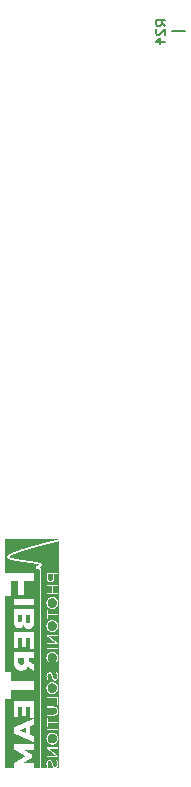
<source format=gbo>
G04*
G04 #@! TF.GenerationSoftware,Altium Limited,Altium Designer,22.2.1 (43)*
G04*
G04 Layer_Color=32896*
%FSAX24Y24*%
%MOIN*%
G70*
G04*
G04 #@! TF.SameCoordinates,9FECD9A3-9FBE-45D8-96C7-32EA53B7FBE5*
G04*
G04*
G04 #@! TF.FilePolarity,Positive*
G04*
G01*
G75*
%ADD14C,0.0079*%
%ADD19C,0.0060*%
G36*
X046707Y032976D02*
X046706D01*
Y032977D01*
Y032981D01*
X046705D01*
Y032986D01*
X046704D01*
Y032991D01*
X046702D01*
Y032996D01*
X046701D01*
Y033001D01*
X046700D01*
Y033006D01*
X046699D01*
Y033012D01*
X046697D01*
Y033017D01*
X046696D01*
Y033022D01*
X046695D01*
Y033027D01*
X046694D01*
Y033031D01*
X046692D01*
Y033034D01*
X046707D01*
Y032976D01*
D02*
G37*
G36*
X046691Y033033D02*
X046686D01*
Y033031D01*
X046680D01*
Y033030D01*
X046675D01*
Y033029D01*
X046670D01*
Y033028D01*
X046665D01*
Y033027D01*
X046660D01*
Y033025D01*
X046655D01*
Y033024D01*
X046651D01*
Y033023D01*
X046646D01*
Y033022D01*
X046641D01*
Y033020D01*
X046636D01*
Y033019D01*
X046630D01*
Y033018D01*
X046625D01*
Y033017D01*
X046620D01*
Y033015D01*
X046615D01*
Y033014D01*
X046610D01*
Y033013D01*
X046605D01*
Y033012D01*
X046600D01*
Y033011D01*
X046595D01*
Y033009D01*
X046590D01*
Y033008D01*
X046585D01*
Y033007D01*
X046580D01*
Y033006D01*
X046575D01*
Y033004D01*
X046570D01*
Y033003D01*
X046564D01*
Y033002D01*
X046559D01*
Y033001D01*
X046554D01*
Y032999D01*
X046549D01*
Y032998D01*
X046545D01*
Y032997D01*
X046540D01*
Y032996D01*
X046535D01*
Y032994D01*
X046530D01*
Y032993D01*
X046525D01*
Y032992D01*
X046520D01*
Y032991D01*
X046515D01*
Y032990D01*
X046510D01*
Y032988D01*
X046505D01*
Y032987D01*
X046500D01*
Y032986D01*
X046495D01*
Y032985D01*
X046490D01*
Y032983D01*
X046485D01*
Y032982D01*
X046480D01*
Y032981D01*
X046476D01*
Y032980D01*
X046471D01*
Y032978D01*
X046466D01*
Y032977D01*
X046461D01*
Y032976D01*
X046456D01*
Y032975D01*
X046451D01*
Y032974D01*
X046446D01*
Y032972D01*
X046441D01*
Y032971D01*
X046436D01*
Y032970D01*
X046431D01*
Y032969D01*
X046426D01*
Y032967D01*
X046421D01*
Y032966D01*
X046416D01*
Y032965D01*
X046411D01*
Y032964D01*
X046406D01*
Y032962D01*
X046402D01*
Y032961D01*
X046397D01*
Y032960D01*
X046392D01*
Y032959D01*
X046387D01*
Y032958D01*
X046382D01*
Y032956D01*
X046377D01*
Y032955D01*
X046372D01*
Y032954D01*
X046367D01*
Y032953D01*
X046362D01*
Y032951D01*
X046357D01*
Y032950D01*
X046352D01*
Y032949D01*
X046347D01*
Y032948D01*
X046342D01*
Y032946D01*
X046339D01*
Y032945D01*
X046334D01*
Y032944D01*
X046329D01*
Y032943D01*
X046324D01*
Y032941D01*
X046319D01*
Y032940D01*
X046314D01*
Y032939D01*
X046309D01*
Y032938D01*
X046304D01*
Y032937D01*
X046299D01*
Y032935D01*
X046294D01*
Y032934D01*
X046289D01*
Y032933D01*
X046284D01*
Y032932D01*
X046280D01*
Y032930D01*
X046276D01*
Y032929D01*
X046271D01*
Y032928D01*
X046266D01*
Y032927D01*
X046261D01*
Y032925D01*
X046256D01*
Y032924D01*
X046251D01*
Y032923D01*
X046246D01*
Y032922D01*
X046241D01*
Y032921D01*
X046238D01*
Y032919D01*
X046233D01*
Y032918D01*
X046228D01*
Y032917D01*
X046223D01*
Y032916D01*
X046218D01*
Y032914D01*
X046213D01*
Y032913D01*
X046208D01*
Y032912D01*
X046203D01*
Y032911D01*
X046199D01*
Y032909D01*
X046194D01*
Y032908D01*
X046190D01*
Y032907D01*
X046185D01*
Y032906D01*
X046180D01*
Y032905D01*
X046175D01*
Y032903D01*
X046171D01*
Y032902D01*
X046166D01*
Y032901D01*
X046161D01*
Y032900D01*
X046156D01*
Y032898D01*
X046151D01*
Y032897D01*
X046148D01*
Y032896D01*
X046143D01*
Y032895D01*
X046138D01*
Y032893D01*
X046133D01*
Y032892D01*
X046128D01*
Y032891D01*
X046123D01*
Y032890D01*
X046119D01*
Y032888D01*
X046114D01*
Y032887D01*
X046109D01*
Y032886D01*
X046105D01*
Y032885D01*
X046101D01*
Y032884D01*
X046096D01*
Y032882D01*
X046091D01*
Y032881D01*
X046086D01*
Y032880D01*
X046081D01*
Y032879D01*
X046077D01*
Y032877D01*
X046072D01*
Y032876D01*
X046068D01*
Y032875D01*
X046063D01*
Y032874D01*
X046059D01*
Y032872D01*
X046054D01*
Y032871D01*
X046049D01*
Y032870D01*
X046044D01*
Y032869D01*
X046040D01*
Y032868D01*
X046035D01*
Y032866D01*
X046031D01*
Y032865D01*
X046027D01*
Y032864D01*
X046022D01*
Y032863D01*
X046017D01*
Y032861D01*
X046012D01*
Y032860D01*
X046008D01*
Y032859D01*
X046003D01*
Y032858D01*
X045999D01*
Y032856D01*
X045995D01*
Y032855D01*
X045990D01*
Y032854D01*
X045985D01*
Y032853D01*
X045980D01*
Y032852D01*
X045976D01*
Y032850D01*
X045971D01*
Y032849D01*
X045966D01*
Y032848D01*
X045963D01*
Y032847D01*
X045958D01*
Y032845D01*
X045953D01*
Y032844D01*
X045949D01*
Y032843D01*
X045944D01*
Y032842D01*
X045939D01*
Y032840D01*
X045936D01*
Y032839D01*
X045931D01*
Y032838D01*
X045926D01*
Y032837D01*
X045922D01*
Y032835D01*
X045917D01*
Y032834D01*
X045912D01*
Y032833D01*
X045909D01*
Y032832D01*
X045904D01*
Y032831D01*
X045900D01*
Y032829D01*
X045895D01*
Y032828D01*
X045890D01*
Y032827D01*
X045886D01*
Y032826D01*
X045881D01*
Y032824D01*
X045878D01*
Y032823D01*
X045873D01*
Y032822D01*
X045868D01*
Y032821D01*
X045864D01*
Y032819D01*
X045859D01*
Y032818D01*
X045856D01*
Y032817D01*
X045851D01*
Y032816D01*
X045846D01*
Y032815D01*
X045842D01*
Y032813D01*
X045837D01*
Y032812D01*
X045833D01*
Y032811D01*
X045828D01*
Y032810D01*
X045825D01*
Y032808D01*
X045820D01*
Y032807D01*
X045816D01*
Y032806D01*
X045811D01*
Y032805D01*
X045807D01*
Y032803D01*
X045803D01*
Y032802D01*
X045798D01*
Y032801D01*
X045794D01*
Y032800D01*
X045789D01*
Y032799D01*
X045785D01*
Y032797D01*
X045780D01*
Y032796D01*
X045777D01*
Y032795D01*
X045772D01*
Y032794D01*
X045768D01*
Y032792D01*
X045763D01*
Y032791D01*
X045759D01*
Y032790D01*
X045754D01*
Y032789D01*
X045751D01*
Y032787D01*
X045746D01*
Y032786D01*
X045742D01*
Y032785D01*
X045738D01*
Y032784D01*
X045733D01*
Y032782D01*
X045730D01*
Y032781D01*
X045725D01*
Y032780D01*
X045721D01*
Y032779D01*
X045716D01*
Y032778D01*
X045713D01*
Y032776D01*
X045708D01*
Y032775D01*
X045704D01*
Y032774D01*
X045699D01*
Y032773D01*
X045695D01*
Y032771D01*
X045692D01*
Y032770D01*
X045687D01*
Y032769D01*
X045683D01*
Y032768D01*
X045679D01*
Y032766D01*
X045674D01*
Y032765D01*
X045671D01*
Y032764D01*
X045666D01*
Y032763D01*
X045662D01*
Y032762D01*
X045658D01*
Y032760D01*
X045653D01*
Y032759D01*
X045650D01*
Y032758D01*
X045645D01*
Y032757D01*
X045641D01*
Y032755D01*
X045637D01*
Y032754D01*
X045632D01*
Y032753D01*
X045629D01*
Y032752D01*
X045625D01*
Y032750D01*
X045620D01*
Y032749D01*
X045616D01*
Y032748D01*
X045613D01*
Y032747D01*
X045608D01*
Y032746D01*
X045604D01*
Y032744D01*
X045600D01*
Y032743D01*
X045597D01*
Y032742D01*
X045592D01*
Y032741D01*
X045588D01*
Y032739D01*
X045584D01*
Y032738D01*
X045579D01*
Y032737D01*
X045576D01*
Y032736D01*
X045572D01*
Y032734D01*
X045568D01*
Y032733D01*
X045563D01*
Y032732D01*
X045560D01*
Y032731D01*
X045556D01*
Y032729D01*
X045552D01*
Y032728D01*
X045547D01*
Y032727D01*
X045544D01*
Y032726D01*
X045540D01*
Y032725D01*
X045536D01*
Y032723D01*
X045531D01*
Y032722D01*
X045528D01*
Y032721D01*
X045524D01*
Y032720D01*
X045520D01*
Y032718D01*
X045517D01*
Y032717D01*
X045513D01*
Y032716D01*
X045508D01*
Y032715D01*
X045504D01*
Y032713D01*
X045501D01*
Y032712D01*
X045497D01*
Y032711D01*
X045493D01*
Y032710D01*
X045489D01*
Y032709D01*
X045484D01*
Y032707D01*
X045481D01*
Y032706D01*
X045477D01*
Y032705D01*
X045473D01*
Y032704D01*
X045470D01*
Y032702D01*
X045466D01*
Y032701D01*
X045462D01*
Y032700D01*
X045459D01*
Y032699D01*
X045455D01*
Y032697D01*
X045451D01*
Y032696D01*
X045446D01*
Y032695D01*
X045443D01*
Y032694D01*
X045439D01*
Y032692D01*
X045435D01*
Y032691D01*
X045431D01*
Y032690D01*
X045428D01*
Y032689D01*
X045424D01*
Y032688D01*
X045420D01*
Y032686D01*
X045417D01*
Y032685D01*
X045413D01*
Y032684D01*
X045409D01*
Y032683D01*
X045406D01*
Y032681D01*
X045402D01*
Y032680D01*
X045398D01*
Y032679D01*
X045395D01*
Y032678D01*
X045391D01*
Y032676D01*
X045387D01*
Y032675D01*
X045383D01*
Y032674D01*
X045380D01*
Y032673D01*
X045376D01*
Y032672D01*
X045372D01*
Y032670D01*
X045369D01*
Y032669D01*
X045365D01*
Y032668D01*
X045362D01*
Y032667D01*
X045359D01*
Y032665D01*
X045355D01*
Y032664D01*
X045351D01*
Y032663D01*
X045348D01*
Y032662D01*
X045344D01*
Y032660D01*
X045340D01*
Y032659D01*
X045337D01*
Y032658D01*
X045333D01*
Y032657D01*
X045330D01*
Y032656D01*
X045327D01*
Y032654D01*
X045323D01*
Y032653D01*
X045319D01*
Y032652D01*
X045316D01*
Y032651D01*
X045313D01*
Y032649D01*
X045309D01*
Y032648D01*
X045306D01*
Y032647D01*
X045302D01*
Y032646D01*
X045298D01*
Y032644D01*
X045296D01*
Y032643D01*
X045292D01*
Y032642D01*
X045289D01*
Y032641D01*
X045285D01*
Y032640D01*
X045282D01*
Y032638D01*
X045279D01*
Y032637D01*
X045275D01*
Y032636D01*
X045272D01*
Y032635D01*
X045269D01*
Y032633D01*
X045265D01*
Y032632D01*
X045263D01*
Y032631D01*
X045259D01*
Y032630D01*
X045255D01*
Y032628D01*
X045253D01*
Y032627D01*
X045249D01*
Y032626D01*
X045245D01*
Y032625D01*
X045242D01*
Y032623D01*
X045239D01*
Y032622D01*
X045236D01*
Y032621D01*
X045233D01*
Y032620D01*
X045229D01*
Y032619D01*
X045227D01*
Y032617D01*
X045223D01*
Y032616D01*
X045221D01*
Y032615D01*
X045217D01*
Y032614D01*
X045213D01*
Y032612D01*
X045211D01*
Y032611D01*
X045207D01*
Y032610D01*
X045205D01*
Y032609D01*
X045201D01*
Y032607D01*
X045199D01*
Y032606D01*
X045195D01*
Y032605D01*
X045192D01*
Y032604D01*
X045189D01*
Y032603D01*
X045186D01*
Y032601D01*
X045184D01*
Y032600D01*
X045180D01*
Y032599D01*
X045178D01*
Y032598D01*
X045174D01*
Y032596D01*
X045171D01*
Y032595D01*
X045169D01*
Y032594D01*
X045165D01*
Y032593D01*
X045163D01*
Y032591D01*
X045160D01*
Y032590D01*
X045157D01*
Y032589D01*
X045154D01*
Y032588D01*
X045152D01*
Y032587D01*
X045148D01*
Y032585D01*
X045146D01*
Y032584D01*
X045143D01*
Y032583D01*
X045139D01*
Y032582D01*
X045137D01*
Y032580D01*
X045134D01*
Y032579D01*
X045132D01*
Y032578D01*
X045129D01*
Y032577D01*
X045126D01*
Y032575D01*
X045123D01*
Y032574D01*
X045121D01*
Y032573D01*
X045118D01*
Y032572D01*
X045116D01*
Y032570D01*
X045113D01*
Y032569D01*
X045111D01*
Y032568D01*
X045107D01*
Y032567D01*
X045105D01*
Y032566D01*
X045102D01*
Y032564D01*
X045100D01*
Y032563D01*
X045097D01*
Y032562D01*
X045095D01*
Y032561D01*
X045093D01*
Y032559D01*
X045090D01*
Y032558D01*
X045088D01*
Y032557D01*
X045085D01*
Y032556D01*
X045083D01*
Y032554D01*
X045080D01*
Y032553D01*
X045078D01*
Y032552D01*
X045075D01*
Y032551D01*
X045074D01*
Y032550D01*
X045072D01*
Y032548D01*
X045069D01*
Y032547D01*
X045067D01*
Y032546D01*
X045064D01*
Y032545D01*
X045062D01*
Y032543D01*
X045060D01*
Y032542D01*
X045058D01*
Y032541D01*
X045056D01*
Y032540D01*
X045053D01*
Y032538D01*
X045052D01*
Y032537D01*
X045049D01*
Y032536D01*
X045047D01*
Y032535D01*
X045046D01*
Y032533D01*
X045043D01*
Y032532D01*
X045041D01*
Y032531D01*
X045040D01*
Y032530D01*
X045037D01*
Y032529D01*
X045036D01*
Y032527D01*
X045033D01*
Y032526D01*
X045031D01*
Y032525D01*
X045030D01*
Y032524D01*
X045027D01*
Y032522D01*
X045026D01*
Y032521D01*
X045023D01*
Y032520D01*
X045022D01*
Y032519D01*
X045021D01*
Y032517D01*
X045019D01*
Y032516D01*
X045017D01*
Y032515D01*
X045016D01*
Y032514D01*
X045014D01*
Y032513D01*
X045012D01*
Y032511D01*
X045011D01*
Y032510D01*
X045009D01*
Y032509D01*
X045007D01*
Y032508D01*
X045006D01*
Y032506D01*
X045005D01*
Y032505D01*
X045004D01*
Y032504D01*
X045003D01*
Y032503D01*
X045001D01*
Y032501D01*
X045000D01*
Y032500D01*
X044998D01*
Y032499D01*
X044996D01*
Y032498D01*
X044995D01*
Y032497D01*
X044994D01*
Y032494D01*
X044993D01*
Y032493D01*
X044991D01*
Y032492D01*
X044990D01*
Y032490D01*
X044989D01*
Y032489D01*
X044988D01*
Y032487D01*
X044987D01*
Y032485D01*
X044985D01*
Y032484D01*
X044984D01*
Y032482D01*
X044983D01*
Y032479D01*
X044982D01*
Y032477D01*
X044980D01*
Y032474D01*
X044979D01*
Y032472D01*
X044978D01*
Y032468D01*
X044977D01*
Y032464D01*
X044975D01*
Y032457D01*
X044974D01*
Y032447D01*
X044975D01*
Y032440D01*
X044977D01*
Y032435D01*
X044978D01*
Y032432D01*
X044979D01*
Y032429D01*
X044980D01*
Y032426D01*
X044982D01*
Y032425D01*
X044983D01*
Y032423D01*
X044984D01*
Y032420D01*
X044985D01*
Y032419D01*
X044987D01*
Y032416D01*
X044988D01*
Y032415D01*
X044989D01*
Y032414D01*
X044990D01*
Y032413D01*
X044991D01*
Y032411D01*
X044993D01*
Y032409D01*
X044994D01*
Y032408D01*
X044996D01*
Y032405D01*
X044999D01*
Y032404D01*
X045000D01*
Y032403D01*
X045001D01*
Y032402D01*
X045003D01*
Y032400D01*
X045004D01*
Y032399D01*
X045006D01*
Y032398D01*
X045007D01*
Y032397D01*
X045009D01*
Y032395D01*
X045011D01*
Y032394D01*
X045012D01*
Y032393D01*
X045015D01*
Y032392D01*
X045016D01*
Y032391D01*
X045019D01*
Y032389D01*
X045021D01*
Y032388D01*
X045022D01*
Y032387D01*
X045025D01*
Y032386D01*
X045027D01*
Y032384D01*
X045030D01*
Y032383D01*
X045032D01*
Y032382D01*
X045035D01*
Y032381D01*
X045037D01*
Y032379D01*
X045040D01*
Y032378D01*
X045042D01*
Y032377D01*
X045044D01*
Y032376D01*
X045048D01*
Y032374D01*
X045051D01*
Y032373D01*
X045054D01*
Y032372D01*
X045057D01*
Y032371D01*
X045059D01*
Y032370D01*
X045063D01*
Y032368D01*
X045067D01*
Y032367D01*
X045069D01*
Y032366D01*
X045073D01*
Y032365D01*
X045076D01*
Y032363D01*
X045080D01*
Y032362D01*
X045084D01*
Y032361D01*
X045088D01*
Y032360D01*
X045091D01*
Y032358D01*
X045095D01*
Y032357D01*
X045099D01*
Y032356D01*
X045102D01*
Y032355D01*
X045107D01*
Y032354D01*
X045111D01*
Y032352D01*
X045116D01*
Y032351D01*
X045120D01*
Y032350D01*
X045125D01*
Y032349D01*
X045128D01*
Y032347D01*
X045133D01*
Y032346D01*
X045138D01*
Y032345D01*
X045143D01*
Y032344D01*
X045147D01*
Y032342D01*
X045152D01*
Y032341D01*
X045157D01*
Y032340D01*
X045163D01*
Y032339D01*
X045168D01*
Y032338D01*
X045173D01*
Y032336D01*
X045178D01*
Y032335D01*
X045182D01*
Y032334D01*
X045189D01*
Y032333D01*
X045194D01*
Y032331D01*
X045200D01*
Y032330D01*
X045205D01*
Y032329D01*
X045211D01*
Y032328D01*
X045217D01*
Y032326D01*
X045223D01*
Y032325D01*
X045228D01*
Y032324D01*
X045234D01*
Y032323D01*
X045240D01*
Y032321D01*
X045247D01*
Y032320D01*
X045254D01*
Y032319D01*
X045260D01*
Y032318D01*
X045266D01*
Y032317D01*
X045274D01*
Y032315D01*
X045280D01*
Y032314D01*
X045286D01*
Y032313D01*
X045293D01*
Y032312D01*
X045300D01*
Y032310D01*
X045307D01*
Y032309D01*
X045314D01*
Y032308D01*
X045322D01*
Y032307D01*
X045329D01*
Y032305D01*
X045335D01*
Y032304D01*
X045343D01*
Y032303D01*
X045350D01*
Y032302D01*
X045358D01*
Y032301D01*
X045366D01*
Y032299D01*
X045374D01*
Y032298D01*
X045381D01*
Y032297D01*
X045388D01*
Y032296D01*
X045396D01*
Y032294D01*
X045404D01*
Y032293D01*
X045412D01*
Y032292D01*
X045420D01*
Y032291D01*
X045428D01*
Y032289D01*
X045436D01*
Y032288D01*
X045444D01*
Y032287D01*
X045452D01*
Y032286D01*
X045461D01*
Y032285D01*
X045468D01*
Y032283D01*
X045477D01*
Y032282D01*
X045486D01*
Y032281D01*
X045494D01*
Y032280D01*
X045503D01*
Y032278D01*
X045512D01*
Y032277D01*
X045520D01*
Y032276D01*
X045528D01*
Y032275D01*
X045537D01*
Y032273D01*
X045546D01*
Y032272D01*
X045555D01*
Y032271D01*
X045563D01*
Y032270D01*
X045572D01*
Y032268D01*
X045581D01*
Y032267D01*
X045591D01*
Y032266D01*
X045599D01*
Y032265D01*
X045608D01*
Y032264D01*
X045616D01*
Y032262D01*
X045625D01*
Y032261D01*
X045634D01*
Y032260D01*
X045644D01*
Y032259D01*
X045652D01*
Y032257D01*
X045661D01*
Y032256D01*
X045669D01*
Y032255D01*
X045678D01*
Y032254D01*
X045687D01*
Y032252D01*
X045695D01*
Y032251D01*
X045705D01*
Y032250D01*
X045714D01*
Y032249D01*
X045722D01*
Y032248D01*
X045731D01*
Y032246D01*
X045740D01*
Y032245D01*
X045748D01*
Y032244D01*
X045757D01*
Y032243D01*
X045766D01*
Y032241D01*
X045775D01*
Y032240D01*
X045784D01*
Y032239D01*
X045793D01*
Y032238D01*
X045800D01*
Y032236D01*
X045809D01*
Y032235D01*
X045817D01*
Y032234D01*
X045825D01*
Y032233D01*
X045833D01*
Y032232D01*
X045842D01*
Y032230D01*
X045851D01*
Y032229D01*
X045858D01*
Y032228D01*
X045865D01*
Y032227D01*
X045874D01*
Y032225D01*
X045881D01*
Y032224D01*
X045889D01*
Y032223D01*
X045896D01*
Y032222D01*
X045904D01*
Y032220D01*
X045910D01*
Y032219D01*
X045917D01*
Y032218D01*
X045925D01*
Y032217D01*
X045931D01*
Y032215D01*
X045938D01*
Y032214D01*
X045944D01*
Y032213D01*
X045950D01*
Y032212D01*
X045957D01*
Y032211D01*
X045963D01*
Y032209D01*
X045969D01*
Y032208D01*
X045974D01*
Y032207D01*
X045980D01*
Y032206D01*
X045985D01*
Y032204D01*
X045990D01*
Y032203D01*
X045995D01*
Y032202D01*
X046000D01*
Y032201D01*
X046005D01*
Y032199D01*
X046008D01*
Y032198D01*
X046013D01*
Y032197D01*
X046017D01*
Y032196D01*
X046021D01*
Y032195D01*
X046024D01*
Y032193D01*
X046027D01*
Y032192D01*
X046031D01*
Y032191D01*
X046033D01*
Y032190D01*
X046035D01*
Y032188D01*
X046039D01*
Y032187D01*
X046042D01*
Y032186D01*
X046044D01*
Y032185D01*
X046047D01*
Y032183D01*
X046049D01*
Y032182D01*
X046050D01*
Y032180D01*
X046048D01*
Y032178D01*
X046045D01*
Y032177D01*
X046044D01*
Y032176D01*
X046042D01*
Y032175D01*
X046038D01*
Y032174D01*
X046035D01*
Y032172D01*
X046033D01*
Y032171D01*
X046031D01*
Y032170D01*
X046028D01*
Y032169D01*
X046024D01*
Y032167D01*
X046022D01*
Y032166D01*
X046019D01*
Y032165D01*
X046016D01*
Y032164D01*
X046013D01*
Y032162D01*
X046010D01*
Y032161D01*
X046007D01*
Y032160D01*
X046003D01*
Y032159D01*
X046001D01*
Y032158D01*
X045997D01*
Y032156D01*
X045995D01*
Y032155D01*
X045991D01*
Y032154D01*
X045989D01*
Y032153D01*
X045985D01*
Y032151D01*
X045981D01*
Y032150D01*
X045979D01*
Y032149D01*
X045976D01*
Y032148D01*
X045973D01*
Y032146D01*
X045970D01*
Y032145D01*
X045966D01*
Y032144D01*
X045964D01*
Y032143D01*
X045962D01*
Y032142D01*
X045958D01*
Y032140D01*
X045955D01*
Y032139D01*
X045953D01*
Y032138D01*
X045950D01*
Y032137D01*
X045948D01*
Y032135D01*
X045946D01*
Y032134D01*
X045943D01*
Y032133D01*
X045942D01*
Y032132D01*
X045939D01*
Y032130D01*
X045938D01*
Y032129D01*
X045936D01*
Y032128D01*
X045934D01*
Y032127D01*
X045933D01*
Y032125D01*
X045931D01*
Y032124D01*
X045929D01*
Y032123D01*
X045928D01*
Y032122D01*
X045927D01*
Y032121D01*
X045926D01*
Y032118D01*
X045925D01*
Y032117D01*
X045923D01*
Y032116D01*
X045922D01*
Y032113D01*
X045921D01*
Y032112D01*
X045920D01*
Y032108D01*
X045918D01*
Y032106D01*
X045917D01*
Y032101D01*
X045916D01*
Y032089D01*
X045917D01*
Y032084D01*
X045918D01*
Y032080D01*
X045920D01*
Y032077D01*
X045921D01*
Y032075D01*
X045922D01*
Y032072D01*
X045923D01*
Y032071D01*
X045925D01*
Y032069D01*
X045926D01*
Y032068D01*
X045927D01*
Y032066D01*
X045928D01*
Y032065D01*
X045929D01*
Y032064D01*
X045931D01*
Y032063D01*
X045932D01*
Y032061D01*
X045934D01*
Y032060D01*
X045936D01*
Y032059D01*
X045937D01*
Y032058D01*
X045939D01*
Y032056D01*
X045942D01*
Y032055D01*
X045944D01*
Y032054D01*
X045947D01*
Y032053D01*
X045949D01*
Y032052D01*
X045953D01*
Y032050D01*
X045958D01*
Y032049D01*
X045963D01*
Y032048D01*
X045970D01*
Y032047D01*
X045980D01*
Y032045D01*
X045992D01*
Y032044D01*
X046005D01*
Y032043D01*
X046013D01*
Y032042D01*
X046019D01*
Y032040D01*
X046024D01*
Y032039D01*
X046029D01*
Y032038D01*
X046032D01*
Y032037D01*
X046035D01*
Y032036D01*
X046038D01*
Y032034D01*
X046040D01*
Y032033D01*
X046043D01*
Y032032D01*
X046044D01*
Y032031D01*
X046045D01*
Y032029D01*
X046047D01*
Y025406D01*
X046108D01*
Y032058D01*
X046103D01*
Y032059D01*
X046102D01*
Y032060D01*
X046101D01*
Y032063D01*
X046100D01*
Y032064D01*
X046098D01*
Y032065D01*
X046097D01*
Y032066D01*
X046096D01*
Y032068D01*
X046095D01*
Y032069D01*
X046093D01*
Y032070D01*
X046092D01*
Y032071D01*
X046091D01*
Y032072D01*
X046090D01*
Y032074D01*
X046088D01*
Y032075D01*
X046087D01*
Y032076D01*
X046086D01*
Y032077D01*
X046085D01*
Y032079D01*
X046082D01*
Y032080D01*
X046081D01*
Y032081D01*
X046080D01*
Y032082D01*
X046077D01*
Y032084D01*
X046076D01*
Y032085D01*
X046074D01*
Y032086D01*
X046071D01*
Y032087D01*
X046069D01*
Y032089D01*
X046068D01*
Y032090D01*
X046065D01*
Y032091D01*
X046061D01*
Y032092D01*
X046059D01*
Y032093D01*
X046056D01*
Y032095D01*
X046053D01*
Y032096D01*
X046049D01*
Y032097D01*
X046045D01*
Y032098D01*
X046040D01*
Y032100D01*
X046035D01*
Y032101D01*
X046031D01*
Y032102D01*
X046028D01*
Y032103D01*
X046031D01*
Y032105D01*
X046033D01*
Y032106D01*
X046037D01*
Y032107D01*
X046039D01*
Y032108D01*
X046043D01*
Y032109D01*
X046045D01*
Y032111D01*
X046049D01*
Y032112D01*
X046052D01*
Y032113D01*
X046054D01*
Y032114D01*
X046056D01*
Y032116D01*
X046060D01*
Y032117D01*
X046063D01*
Y032118D01*
X046065D01*
Y032119D01*
X046068D01*
Y032121D01*
X046070D01*
Y032122D01*
X046072D01*
Y032123D01*
X046075D01*
Y032124D01*
X046077D01*
Y032125D01*
X046080D01*
Y032127D01*
X046081D01*
Y032128D01*
X046084D01*
Y032129D01*
X046086D01*
Y032130D01*
X046087D01*
Y032132D01*
X046090D01*
Y032133D01*
X046091D01*
Y032134D01*
X046092D01*
Y032135D01*
X046095D01*
Y032137D01*
X046096D01*
Y032138D01*
X046097D01*
Y032139D01*
X046098D01*
Y032140D01*
X046101D01*
Y032142D01*
X046102D01*
Y032143D01*
X046103D01*
Y032144D01*
X046105D01*
Y032145D01*
X046106D01*
Y032148D01*
X046107D01*
Y032149D01*
X046108D01*
Y032150D01*
X046109D01*
Y032153D01*
X046111D01*
Y032154D01*
X046112D01*
Y032156D01*
X046113D01*
Y032158D01*
X046114D01*
Y032160D01*
X046116D01*
Y032162D01*
X046117D01*
Y032166D01*
X046118D01*
Y032171D01*
X046119D01*
Y032192D01*
X046118D01*
Y032196D01*
X046117D01*
Y032199D01*
X046116D01*
Y032202D01*
X046114D01*
Y032204D01*
X046113D01*
Y032207D01*
X046112D01*
Y032208D01*
X046111D01*
Y032211D01*
X046109D01*
Y032212D01*
X046108D01*
Y032213D01*
X046107D01*
Y032214D01*
X046106D01*
Y032217D01*
X046105D01*
Y032218D01*
X046103D01*
Y032219D01*
X046102D01*
Y032220D01*
X046101D01*
Y032222D01*
X046098D01*
Y032223D01*
X046097D01*
Y032224D01*
X046096D01*
Y032225D01*
X046095D01*
Y032227D01*
X046092D01*
Y032228D01*
X046091D01*
Y032229D01*
X046090D01*
Y032230D01*
X046087D01*
Y032232D01*
X046086D01*
Y032233D01*
X046084D01*
Y032234D01*
X046081D01*
Y032235D01*
X046080D01*
Y032236D01*
X046077D01*
Y032238D01*
X046075D01*
Y032239D01*
X046072D01*
Y032240D01*
X046070D01*
Y032241D01*
X046068D01*
Y032243D01*
X046065D01*
Y032244D01*
X046063D01*
Y032245D01*
X046059D01*
Y032246D01*
X046056D01*
Y032248D01*
X046054D01*
Y032249D01*
X046050D01*
Y032250D01*
X046048D01*
Y032251D01*
X046044D01*
Y032252D01*
X046040D01*
Y032254D01*
X046037D01*
Y032255D01*
X046033D01*
Y032256D01*
X046029D01*
Y032257D01*
X046024D01*
Y032259D01*
X046021D01*
Y032260D01*
X046016D01*
Y032261D01*
X046011D01*
Y032262D01*
X046006D01*
Y032264D01*
X046001D01*
Y032265D01*
X045996D01*
Y032266D01*
X045990D01*
Y032267D01*
X045985D01*
Y032268D01*
X045979D01*
Y032270D01*
X045973D01*
Y032271D01*
X045968D01*
Y032272D01*
X045962D01*
Y032273D01*
X045954D01*
Y032275D01*
X045948D01*
Y032276D01*
X045942D01*
Y032277D01*
X045934D01*
Y032278D01*
X045928D01*
Y032280D01*
X045921D01*
Y032281D01*
X045913D01*
Y032282D01*
X045906D01*
Y032283D01*
X045899D01*
Y032285D01*
X045891D01*
Y032286D01*
X045884D01*
Y032287D01*
X045876D01*
Y032288D01*
X045868D01*
Y032289D01*
X045860D01*
Y032291D01*
X045852D01*
Y032292D01*
X045844D01*
Y032293D01*
X045836D01*
Y032294D01*
X045827D01*
Y032296D01*
X045820D01*
Y032297D01*
X045811D01*
Y032298D01*
X045803D01*
Y032299D01*
X045794D01*
Y032301D01*
X045785D01*
Y032302D01*
X045777D01*
Y032303D01*
X045768D01*
Y032304D01*
X045759D01*
Y032305D01*
X045751D01*
Y032307D01*
X045742D01*
Y032308D01*
X045732D01*
Y032309D01*
X045724D01*
Y032310D01*
X045715D01*
Y032312D01*
X045706D01*
Y032313D01*
X045698D01*
Y032314D01*
X045689D01*
Y032315D01*
X045680D01*
Y032317D01*
X045672D01*
Y032318D01*
X045662D01*
Y032319D01*
X045653D01*
Y032320D01*
X045645D01*
Y032321D01*
X045636D01*
Y032323D01*
X045627D01*
Y032324D01*
X045619D01*
Y032325D01*
X045609D01*
Y032326D01*
X045600D01*
Y032328D01*
X045592D01*
Y032329D01*
X045583D01*
Y032330D01*
X045574D01*
Y032331D01*
X045566D01*
Y032333D01*
X045556D01*
Y032334D01*
X045547D01*
Y032335D01*
X045539D01*
Y032336D01*
X045530D01*
Y032338D01*
X045521D01*
Y032339D01*
X045513D01*
Y032340D01*
X045504D01*
Y032341D01*
X045497D01*
Y032342D01*
X045488D01*
Y032344D01*
X045480D01*
Y032345D01*
X045471D01*
Y032346D01*
X045462D01*
Y032347D01*
X045455D01*
Y032349D01*
X045446D01*
Y032350D01*
X045439D01*
Y032351D01*
X045430D01*
Y032352D01*
X045423D01*
Y032354D01*
X045414D01*
Y032355D01*
X045407D01*
Y032356D01*
X045399D01*
Y032357D01*
X045391D01*
Y032358D01*
X045383D01*
Y032360D01*
X045376D01*
Y032361D01*
X045369D01*
Y032362D01*
X045361D01*
Y032363D01*
X045354D01*
Y032365D01*
X045346D01*
Y032366D01*
X045339D01*
Y032367D01*
X045332D01*
Y032368D01*
X045324D01*
Y032370D01*
X045318D01*
Y032371D01*
X045311D01*
Y032372D01*
X045303D01*
Y032373D01*
X045297D01*
Y032374D01*
X045290D01*
Y032376D01*
X045284D01*
Y032377D01*
X045277D01*
Y032378D01*
X045270D01*
Y032379D01*
X045264D01*
Y032381D01*
X045258D01*
Y032382D01*
X045252D01*
Y032383D01*
X045245D01*
Y032384D01*
X045239D01*
Y032386D01*
X045233D01*
Y032387D01*
X045227D01*
Y032388D01*
X045222D01*
Y032389D01*
X045216D01*
Y032391D01*
X045211D01*
Y032392D01*
X045205D01*
Y032393D01*
X045200D01*
Y032394D01*
X045194D01*
Y032395D01*
X045189D01*
Y032397D01*
X045184D01*
Y032398D01*
X045178D01*
Y032399D01*
X045173D01*
Y032400D01*
X045168D01*
Y032402D01*
X045163D01*
Y032403D01*
X045159D01*
Y032404D01*
X045154D01*
Y032405D01*
X045149D01*
Y032407D01*
X045144D01*
Y032408D01*
X045141D01*
Y032409D01*
X045136D01*
Y032410D01*
X045131D01*
Y032411D01*
X045127D01*
Y032413D01*
X045123D01*
Y032414D01*
X045118D01*
Y032415D01*
X045115D01*
Y032416D01*
X045111D01*
Y032418D01*
X045107D01*
Y032419D01*
X045104D01*
Y032420D01*
X045100D01*
Y032421D01*
X045096D01*
Y032423D01*
X045093D01*
Y032424D01*
X045090D01*
Y032425D01*
X045086D01*
Y032426D01*
X045083D01*
Y032427D01*
X045080D01*
Y032429D01*
X045076D01*
Y032430D01*
X045074D01*
Y032431D01*
X045072D01*
Y032432D01*
X045068D01*
Y032434D01*
X045065D01*
Y032435D01*
X045063D01*
Y032436D01*
X045060D01*
Y032437D01*
X045058D01*
Y032439D01*
X045056D01*
Y032440D01*
X045053D01*
Y032441D01*
X045052D01*
Y032442D01*
X045049D01*
Y032444D01*
X045047D01*
Y032445D01*
X045046D01*
Y032446D01*
X045044D01*
Y032447D01*
X045042D01*
Y032448D01*
X045041D01*
Y032450D01*
X045040D01*
Y032451D01*
X045038D01*
Y032453D01*
X045040D01*
Y032455D01*
X045041D01*
Y032456D01*
X045042D01*
Y032457D01*
X045043D01*
Y032458D01*
X045044D01*
Y032460D01*
X045046D01*
Y032461D01*
X045047D01*
Y032462D01*
X045048D01*
Y032463D01*
X045049D01*
Y032464D01*
X045051D01*
Y032466D01*
X045053D01*
Y032467D01*
X045054D01*
Y032468D01*
X045056D01*
Y032469D01*
X045058D01*
Y032471D01*
X045059D01*
Y032472D01*
X045060D01*
Y032473D01*
X045063D01*
Y032474D01*
X045064D01*
Y032476D01*
X045067D01*
Y032477D01*
X045068D01*
Y032478D01*
X045070D01*
Y032479D01*
X045072D01*
Y032480D01*
X045074D01*
Y032482D01*
X045075D01*
Y032483D01*
X045078D01*
Y032484D01*
X045080D01*
Y032485D01*
X045081D01*
Y032487D01*
X045084D01*
Y032488D01*
X045086D01*
Y032489D01*
X045088D01*
Y032490D01*
X045090D01*
Y032492D01*
X045093D01*
Y032493D01*
X045095D01*
Y032494D01*
X045097D01*
Y032495D01*
X045099D01*
Y032497D01*
X045101D01*
Y032498D01*
X045104D01*
Y032499D01*
X045106D01*
Y032500D01*
X045109D01*
Y032501D01*
X045111D01*
Y032503D01*
X045113D01*
Y032504D01*
X045116D01*
Y032505D01*
X045118D01*
Y032506D01*
X045121D01*
Y032508D01*
X045123D01*
Y032509D01*
X045126D01*
Y032510D01*
X045128D01*
Y032511D01*
X045131D01*
Y032513D01*
X045133D01*
Y032514D01*
X045136D01*
Y032515D01*
X045138D01*
Y032516D01*
X045142D01*
Y032517D01*
X045144D01*
Y032519D01*
X045147D01*
Y032520D01*
X045149D01*
Y032521D01*
X045152D01*
Y032522D01*
X045154D01*
Y032524D01*
X045158D01*
Y032525D01*
X045160D01*
Y032526D01*
X045163D01*
Y032527D01*
X045166D01*
Y032529D01*
X045169D01*
Y032530D01*
X045171D01*
Y032531D01*
X045174D01*
Y032532D01*
X045178D01*
Y032533D01*
X045180D01*
Y032535D01*
X045184D01*
Y032536D01*
X045186D01*
Y032537D01*
X045189D01*
Y032538D01*
X045192D01*
Y032540D01*
X045195D01*
Y032541D01*
X045199D01*
Y032542D01*
X045201D01*
Y032543D01*
X045203D01*
Y032545D01*
X045207D01*
Y032546D01*
X045210D01*
Y032547D01*
X045213D01*
Y032548D01*
X045216D01*
Y032550D01*
X045219D01*
Y032551D01*
X045222D01*
Y032552D01*
X045226D01*
Y032553D01*
X045228D01*
Y032554D01*
X045232D01*
Y032556D01*
X045234D01*
Y032557D01*
X045238D01*
Y032558D01*
X045240D01*
Y032559D01*
X045244D01*
Y032561D01*
X045248D01*
Y032562D01*
X045250D01*
Y032563D01*
X045254D01*
Y032564D01*
X045258D01*
Y032566D01*
X045260D01*
Y032567D01*
X045264D01*
Y032568D01*
X045268D01*
Y032569D01*
X045270D01*
Y032570D01*
X045274D01*
Y032572D01*
X045276D01*
Y032573D01*
X045280D01*
Y032574D01*
X045284D01*
Y032575D01*
X045287D01*
Y032577D01*
X045290D01*
Y032578D01*
X045293D01*
Y032579D01*
X045297D01*
Y032580D01*
X045301D01*
Y032582D01*
X045303D01*
Y032583D01*
X045307D01*
Y032584D01*
X045311D01*
Y032585D01*
X045314D01*
Y032587D01*
X045317D01*
Y032588D01*
X045321D01*
Y032589D01*
X045324D01*
Y032590D01*
X045328D01*
Y032591D01*
X045332D01*
Y032593D01*
X045335D01*
Y032594D01*
X045338D01*
Y032595D01*
X045342D01*
Y032596D01*
X045345D01*
Y032598D01*
X045349D01*
Y032599D01*
X045353D01*
Y032600D01*
X045356D01*
Y032601D01*
X045360D01*
Y032603D01*
X045362D01*
Y032604D01*
X045366D01*
Y032605D01*
X045370D01*
Y032606D01*
X045374D01*
Y032607D01*
X045377D01*
Y032609D01*
X045381D01*
Y032610D01*
X045385D01*
Y032611D01*
X045388D01*
Y032612D01*
X045392D01*
Y032614D01*
X045396D01*
Y032615D01*
X045399D01*
Y032616D01*
X045403D01*
Y032617D01*
X045407D01*
Y032619D01*
X045411D01*
Y032620D01*
X045414D01*
Y032621D01*
X045418D01*
Y032622D01*
X045422D01*
Y032623D01*
X045425D01*
Y032625D01*
X045429D01*
Y032626D01*
X045433D01*
Y032627D01*
X045436D01*
Y032628D01*
X045440D01*
Y032630D01*
X045444D01*
Y032631D01*
X045448D01*
Y032632D01*
X045451D01*
Y032633D01*
X045455D01*
Y032635D01*
X045459D01*
Y032636D01*
X045462D01*
Y032637D01*
X045467D01*
Y032638D01*
X045471D01*
Y032640D01*
X045475D01*
Y032641D01*
X045478D01*
Y032642D01*
X045482D01*
Y032643D01*
X045486D01*
Y032644D01*
X045489D01*
Y032646D01*
X045494D01*
Y032647D01*
X045498D01*
Y032648D01*
X045502D01*
Y032649D01*
X045505D01*
Y032651D01*
X045509D01*
Y032652D01*
X045513D01*
Y032653D01*
X045517D01*
Y032654D01*
X045521D01*
Y032656D01*
X045525D01*
Y032657D01*
X045529D01*
Y032658D01*
X045533D01*
Y032659D01*
X045536D01*
Y032660D01*
X045541D01*
Y032662D01*
X045545D01*
Y032663D01*
X045549D01*
Y032664D01*
X045552D01*
Y032665D01*
X045556D01*
Y032667D01*
X045561D01*
Y032668D01*
X045565D01*
Y032669D01*
X045568D01*
Y032670D01*
X045572D01*
Y032672D01*
X045577D01*
Y032673D01*
X045581D01*
Y032674D01*
X045584D01*
Y032675D01*
X045589D01*
Y032676D01*
X045593D01*
Y032678D01*
X045597D01*
Y032679D01*
X045600D01*
Y032680D01*
X045605D01*
Y032681D01*
X045609D01*
Y032683D01*
X045613D01*
Y032684D01*
X045618D01*
Y032685D01*
X045621D01*
Y032686D01*
X045625D01*
Y032688D01*
X045629D01*
Y032689D01*
X045634D01*
Y032690D01*
X045637D01*
Y032691D01*
X045642D01*
Y032692D01*
X045646D01*
Y032694D01*
X045650D01*
Y032695D01*
X045655D01*
Y032696D01*
X045658D01*
Y032697D01*
X045662D01*
Y032699D01*
X045667D01*
Y032700D01*
X045671D01*
Y032701D01*
X045674D01*
Y032702D01*
X045679D01*
Y032704D01*
X045683D01*
Y032705D01*
X045688D01*
Y032706D01*
X045692D01*
Y032707D01*
X045695D01*
Y032709D01*
X045700D01*
Y032710D01*
X045704D01*
Y032711D01*
X045709D01*
Y032712D01*
X045713D01*
Y032713D01*
X045717D01*
Y032715D01*
X045721D01*
Y032716D01*
X045725D01*
Y032717D01*
X045730D01*
Y032718D01*
X045733D01*
Y032720D01*
X045738D01*
Y032721D01*
X045742D01*
Y032722D01*
X045747D01*
Y032723D01*
X045751D01*
Y032725D01*
X045756D01*
Y032726D01*
X045759D01*
Y032727D01*
X045763D01*
Y032728D01*
X045768D01*
Y032729D01*
X045772D01*
Y032731D01*
X045777D01*
Y032732D01*
X045780D01*
Y032733D01*
X045785D01*
Y032734D01*
X045789D01*
Y032736D01*
X045794D01*
Y032737D01*
X045798D01*
Y032738D01*
X045803D01*
Y032739D01*
X045806D01*
Y032741D01*
X045811D01*
Y032742D01*
X045815D01*
Y032743D01*
X045820D01*
Y032744D01*
X045825D01*
Y032746D01*
X045828D01*
Y032747D01*
X045833D01*
Y032748D01*
X045837D01*
Y032749D01*
X045842D01*
Y032750D01*
X045846D01*
Y032752D01*
X045851D01*
Y032753D01*
X045854D01*
Y032754D01*
X045859D01*
Y032755D01*
X045863D01*
Y032757D01*
X045868D01*
Y032758D01*
X045873D01*
Y032759D01*
X045876D01*
Y032760D01*
X045881D01*
Y032762D01*
X045885D01*
Y032763D01*
X045890D01*
Y032764D01*
X045895D01*
Y032765D01*
X045899D01*
Y032766D01*
X045904D01*
Y032768D01*
X045907D01*
Y032769D01*
X045912D01*
Y032770D01*
X045917D01*
Y032771D01*
X045921D01*
Y032773D01*
X045926D01*
Y032774D01*
X045931D01*
Y032775D01*
X045934D01*
Y032776D01*
X045939D01*
Y032778D01*
X045943D01*
Y032779D01*
X045948D01*
Y032780D01*
X045953D01*
Y032781D01*
X045957D01*
Y032782D01*
X045962D01*
Y032784D01*
X045966D01*
Y032785D01*
X045970D01*
Y032786D01*
X045975D01*
Y032787D01*
X045980D01*
Y032789D01*
X045984D01*
Y032790D01*
X045989D01*
Y032791D01*
X045994D01*
Y032792D01*
X045997D01*
Y032794D01*
X046002D01*
Y032795D01*
X046007D01*
Y032796D01*
X046011D01*
Y032797D01*
X046016D01*
Y032799D01*
X046021D01*
Y032800D01*
X046026D01*
Y032801D01*
X046029D01*
Y032802D01*
X046034D01*
Y032803D01*
X046039D01*
Y032805D01*
X046043D01*
Y032806D01*
X046048D01*
Y032807D01*
X046053D01*
Y032808D01*
X046058D01*
Y032810D01*
X046061D01*
Y032811D01*
X046066D01*
Y032812D01*
X046071D01*
Y032813D01*
X046075D01*
Y032815D01*
X046080D01*
Y032816D01*
X046085D01*
Y032817D01*
X046090D01*
Y032818D01*
X046095D01*
Y032819D01*
X046098D01*
Y032821D01*
X046103D01*
Y032822D01*
X046108D01*
Y032823D01*
X046113D01*
Y032824D01*
X046117D01*
Y032826D01*
X046122D01*
Y032827D01*
X046127D01*
Y032828D01*
X046132D01*
Y032829D01*
X046135D01*
Y032831D01*
X046140D01*
Y032832D01*
X046145D01*
Y032833D01*
X046150D01*
Y032834D01*
X046155D01*
Y032835D01*
X046159D01*
Y032837D01*
X046164D01*
Y032838D01*
X046169D01*
Y032839D01*
X046174D01*
Y032840D01*
X046178D01*
Y032842D01*
X046183D01*
Y032843D01*
X046187D01*
Y032844D01*
X046192D01*
Y032845D01*
X046197D01*
Y032847D01*
X046202D01*
Y032848D01*
X046207D01*
Y032849D01*
X046211D01*
Y032850D01*
X046215D01*
Y032852D01*
X046220D01*
Y032853D01*
X046225D01*
Y032854D01*
X046230D01*
Y032855D01*
X046235D01*
Y032856D01*
X046240D01*
Y032858D01*
X046244D01*
Y032859D01*
X046249D01*
Y032860D01*
X046254D01*
Y032861D01*
X046259D01*
Y032863D01*
X046264D01*
Y032864D01*
X046268D01*
Y032865D01*
X046273D01*
Y032866D01*
X046277D01*
Y032868D01*
X046282D01*
Y032869D01*
X046287D01*
Y032870D01*
X046292D01*
Y032871D01*
X046297D01*
Y032872D01*
X046302D01*
Y032874D01*
X046307D01*
Y032875D01*
X046312D01*
Y032876D01*
X046317D01*
Y032877D01*
X046320D01*
Y032879D01*
X046325D01*
Y032880D01*
X046330D01*
Y032881D01*
X046335D01*
Y032882D01*
X046340D01*
Y032884D01*
X046345D01*
Y032885D01*
X046350D01*
Y032886D01*
X046355D01*
Y032887D01*
X046360D01*
Y032888D01*
X046365D01*
Y032890D01*
X046370D01*
Y032891D01*
X046374D01*
Y032892D01*
X046379D01*
Y032893D01*
X046383D01*
Y032895D01*
X046388D01*
Y032896D01*
X046393D01*
Y032897D01*
X046398D01*
Y032898D01*
X046403D01*
Y032900D01*
X046408D01*
Y032901D01*
X046413D01*
Y032902D01*
X046418D01*
Y032903D01*
X046423D01*
Y032905D01*
X046427D01*
Y032906D01*
X046432D01*
Y032907D01*
X046437D01*
Y032908D01*
X046442D01*
Y032909D01*
X046447D01*
Y032911D01*
X046452D01*
Y032912D01*
X046457D01*
Y032913D01*
X046462D01*
Y032914D01*
X046467D01*
Y032916D01*
X046472D01*
Y032917D01*
X046477D01*
Y032918D01*
X046482D01*
Y032919D01*
X046487D01*
Y032921D01*
X046492D01*
Y032922D01*
X046496D01*
Y032923D01*
X046501D01*
Y032924D01*
X046506D01*
Y032925D01*
X046511D01*
Y032927D01*
X046516D01*
Y032928D01*
X046521D01*
Y032929D01*
X046526D01*
Y032930D01*
X046531D01*
Y032932D01*
X046536D01*
Y032933D01*
X046541D01*
Y032934D01*
X046546D01*
Y032935D01*
X046551D01*
Y032937D01*
X046556D01*
Y032938D01*
X046561D01*
Y032939D01*
X046566D01*
Y032940D01*
X046570D01*
Y032941D01*
X046577D01*
Y032943D01*
X046582D01*
Y032944D01*
X046586D01*
Y032945D01*
X046591D01*
Y032946D01*
X046596D01*
Y032948D01*
X046601D01*
Y032949D01*
X046606D01*
Y032950D01*
X046611D01*
Y032951D01*
X046616D01*
Y032953D01*
X046621D01*
Y032954D01*
X046626D01*
Y032955D01*
X046631D01*
Y032956D01*
X046636D01*
Y032958D01*
X046641D01*
Y032959D01*
X046647D01*
Y032960D01*
X046652D01*
Y032961D01*
X046657D01*
Y032962D01*
X046662D01*
Y032964D01*
X046667D01*
Y032965D01*
X046672D01*
Y032966D01*
X046676D01*
Y032967D01*
X046681D01*
Y032969D01*
X046686D01*
Y032970D01*
X046691D01*
Y032971D01*
X046697D01*
Y032972D01*
X046702D01*
Y032974D01*
X046707D01*
Y025404D01*
X045874D01*
Y025584D01*
X045669D01*
Y025585D01*
X045509D01*
Y025586D01*
X045510D01*
Y025588D01*
X045513D01*
Y025589D01*
X045515D01*
Y025590D01*
X045517D01*
Y025591D01*
X045519D01*
Y025593D01*
X045521D01*
Y025594D01*
X045523D01*
Y025595D01*
X045525D01*
Y025596D01*
X045528D01*
Y025597D01*
X045529D01*
Y025599D01*
X045531D01*
Y025600D01*
X045534D01*
Y025601D01*
X045535D01*
Y025602D01*
X045537D01*
Y025604D01*
X045540D01*
Y025605D01*
X045542D01*
Y025606D01*
X045544D01*
Y025607D01*
X045546D01*
Y025609D01*
X045549D01*
Y025610D01*
X045550D01*
Y025611D01*
X045552D01*
Y025612D01*
X045555D01*
Y025613D01*
X045556D01*
Y025615D01*
X045558D01*
Y025616D01*
X045561D01*
Y025617D01*
X045562D01*
Y025618D01*
X045565D01*
Y025620D01*
X045567D01*
Y025621D01*
X045568D01*
Y025622D01*
X045571D01*
Y025623D01*
X045573D01*
Y025625D01*
X045574D01*
Y025626D01*
X045577D01*
Y025627D01*
X045579D01*
Y025628D01*
X045581D01*
Y025630D01*
X045583D01*
Y025631D01*
X045586D01*
Y025632D01*
X045587D01*
Y025633D01*
X045589D01*
Y025634D01*
X045592D01*
Y025636D01*
X045593D01*
Y025637D01*
X045595D01*
Y025638D01*
X045598D01*
Y025639D01*
X045600D01*
Y025641D01*
X045602D01*
Y025642D01*
X045604D01*
Y025643D01*
X045607D01*
Y025644D01*
X045608D01*
Y025646D01*
X045610D01*
Y025647D01*
X045613D01*
Y025648D01*
X045614D01*
Y025649D01*
X045616D01*
Y025650D01*
X045619D01*
Y025652D01*
X045620D01*
Y025653D01*
X045623D01*
Y025654D01*
X045625D01*
Y025655D01*
X045626D01*
Y025657D01*
X045629D01*
Y025658D01*
X045631D01*
Y025659D01*
X045632D01*
Y025660D01*
X045635D01*
Y025662D01*
X045637D01*
Y025663D01*
X045639D01*
Y025664D01*
X045641D01*
Y025665D01*
X045644D01*
Y025666D01*
X045645D01*
Y025668D01*
X045647D01*
Y025669D01*
X045650D01*
Y025670D01*
X045651D01*
Y025671D01*
X045653D01*
Y025673D01*
X045656D01*
Y025674D01*
X045657D01*
Y025675D01*
X045660D01*
Y025676D01*
X045662D01*
Y025678D01*
X045664D01*
Y025679D01*
X045666D01*
Y025680D01*
X045668D01*
Y025681D01*
X045671D01*
Y025683D01*
X045672D01*
Y025684D01*
X045674D01*
Y025685D01*
X045677D01*
Y025686D01*
X045678D01*
Y025687D01*
X045680D01*
Y025689D01*
X045683D01*
Y025690D01*
X045684D01*
Y025691D01*
X045687D01*
Y025692D01*
X045689D01*
Y025694D01*
X045690D01*
Y025695D01*
X045693D01*
Y025696D01*
X045695D01*
Y025697D01*
X045697D01*
Y025699D01*
X045699D01*
Y025700D01*
X045701D01*
Y025701D01*
X045703D01*
Y025702D01*
X045705D01*
Y025703D01*
X045708D01*
Y025705D01*
X045709D01*
Y025706D01*
X045711D01*
Y025707D01*
X045714D01*
Y025708D01*
X045715D01*
Y025710D01*
X045717D01*
Y025711D01*
X045720D01*
Y025712D01*
X045721D01*
Y025713D01*
X045724D01*
Y025715D01*
X045726D01*
Y025716D01*
X045729D01*
Y025717D01*
X045730D01*
Y025718D01*
X045732D01*
Y025719D01*
X045735D01*
Y025721D01*
X045736D01*
Y025722D01*
X045738D01*
Y025723D01*
X045741D01*
Y025724D01*
X045742D01*
Y025726D01*
X045745D01*
Y025727D01*
X045747D01*
Y025728D01*
X045748D01*
Y025729D01*
X045751D01*
Y025731D01*
X045753D01*
Y025732D01*
X045754D01*
Y025733D01*
X045757D01*
Y025734D01*
X045759D01*
Y025736D01*
X045761D01*
Y025737D01*
X045763D01*
Y025738D01*
X045766D01*
Y025739D01*
X045767D01*
Y025740D01*
X045769D01*
Y025742D01*
X045772D01*
Y025743D01*
X045773D01*
Y025744D01*
X045775D01*
Y025745D01*
X045778D01*
Y025747D01*
X045779D01*
Y025748D01*
X045782D01*
Y025749D01*
X045784D01*
Y025750D01*
X045786D01*
Y025752D01*
X045788D01*
Y025753D01*
X045790D01*
Y025754D01*
X045793D01*
Y025755D01*
X045794D01*
Y025756D01*
X045796D01*
Y025758D01*
X045799D01*
Y025759D01*
X045800D01*
Y025760D01*
X045803D01*
Y025761D01*
X045805D01*
Y025763D01*
X045806D01*
Y025850D01*
X045804D01*
Y025851D01*
X045803D01*
Y025853D01*
X045800D01*
Y025854D01*
X045798D01*
Y025855D01*
X045796D01*
Y025856D01*
X045794D01*
Y025858D01*
X045793D01*
Y025859D01*
X045790D01*
Y025860D01*
X045788D01*
Y025861D01*
X045786D01*
Y025862D01*
X045784D01*
Y025864D01*
X045782D01*
Y025865D01*
X045780D01*
Y025866D01*
X045778D01*
Y025867D01*
X045777D01*
Y025869D01*
X045774D01*
Y025870D01*
X045772D01*
Y025871D01*
X045770D01*
Y025872D01*
X045768D01*
Y025874D01*
X045766D01*
Y025875D01*
X045764D01*
Y025876D01*
X045762D01*
Y025877D01*
X045759D01*
Y025879D01*
X045758D01*
Y025880D01*
X045756D01*
Y025881D01*
X045754D01*
Y025882D01*
X045752D01*
Y025883D01*
X045750D01*
Y025885D01*
X045748D01*
Y025886D01*
X045746D01*
Y025887D01*
X045743D01*
Y025888D01*
X045742D01*
Y025890D01*
X045740D01*
Y025891D01*
X045738D01*
Y025892D01*
X045736D01*
Y025893D01*
X045733D01*
Y025895D01*
X045732D01*
Y025896D01*
X045730D01*
Y025897D01*
X045727D01*
Y025898D01*
X045726D01*
Y025899D01*
X045724D01*
Y025901D01*
X045721D01*
Y025902D01*
X045720D01*
Y025903D01*
X045717D01*
Y025904D01*
X045716D01*
Y025906D01*
X045714D01*
Y025907D01*
X045711D01*
Y025908D01*
X045710D01*
Y025909D01*
X045708D01*
Y025911D01*
X045705D01*
Y025912D01*
X045704D01*
Y025913D01*
X045701D01*
Y025914D01*
X045700D01*
Y025915D01*
X045698D01*
Y025917D01*
X045695D01*
Y025918D01*
X045694D01*
Y025919D01*
X045692D01*
Y025920D01*
X045689D01*
Y025922D01*
X045688D01*
Y025923D01*
X045685D01*
Y025924D01*
X045683D01*
Y025925D01*
X045682D01*
Y025927D01*
X045679D01*
Y025928D01*
X045678D01*
Y025929D01*
X045676D01*
Y025930D01*
X045673D01*
Y025932D01*
X045672D01*
Y025933D01*
X045669D01*
Y025934D01*
X045667D01*
Y025935D01*
X045666D01*
Y025936D01*
X045663D01*
Y025938D01*
X045662D01*
Y025939D01*
X045660D01*
Y025940D01*
X045657D01*
Y025941D01*
X045656D01*
Y025943D01*
X045653D01*
Y025944D01*
X045651D01*
Y025945D01*
X045650D01*
Y025946D01*
X045647D01*
Y025948D01*
X045645D01*
Y025949D01*
X045644D01*
Y025950D01*
X045641D01*
Y025951D01*
X045640D01*
Y025952D01*
X045637D01*
Y025954D01*
X045635D01*
Y025955D01*
X045634D01*
Y025956D01*
X045631D01*
Y025957D01*
X045629D01*
Y025959D01*
X045627D01*
Y025960D01*
X045625D01*
Y025961D01*
X045624D01*
Y025962D01*
X045621D01*
Y025964D01*
X045619D01*
Y025965D01*
X045618D01*
Y025966D01*
X045615D01*
Y025967D01*
X045613D01*
Y025968D01*
X045611D01*
Y025970D01*
X045609D01*
Y025971D01*
X045607D01*
Y025972D01*
X045605D01*
Y025973D01*
X045603D01*
Y025975D01*
X045602D01*
Y025976D01*
X045599D01*
Y025977D01*
X045597D01*
Y025978D01*
X045595D01*
Y025980D01*
X045593D01*
Y025981D01*
X045591D01*
Y025982D01*
X045589D01*
Y025983D01*
X045587D01*
Y025985D01*
X045586D01*
Y025986D01*
X045583D01*
Y025987D01*
X045581D01*
Y025988D01*
X045579D01*
Y025989D01*
X045577D01*
Y025991D01*
X045574D01*
Y025992D01*
X045573D01*
Y025993D01*
X045571D01*
Y025994D01*
X045568D01*
Y025996D01*
X045567D01*
Y025997D01*
X045565D01*
Y025998D01*
X045563D01*
Y025999D01*
X045561D01*
Y026001D01*
X045558D01*
Y026002D01*
X045557D01*
Y026003D01*
X045555D01*
Y026004D01*
X045552D01*
Y026005D01*
X045551D01*
Y026007D01*
X045549D01*
Y026008D01*
X045547D01*
Y026009D01*
X045545D01*
Y026010D01*
X045542D01*
Y026012D01*
X045541D01*
Y026013D01*
X045539D01*
Y026014D01*
X045536D01*
Y026015D01*
X045535D01*
Y026017D01*
X045533D01*
Y026018D01*
X045530D01*
Y026019D01*
X045529D01*
Y026020D01*
X045526D01*
Y026021D01*
X045525D01*
Y026023D01*
X045523D01*
Y026024D01*
X045520D01*
Y026025D01*
X045519D01*
Y026026D01*
X045874D01*
Y026206D01*
X045184D01*
Y026046D01*
X045185D01*
Y026045D01*
X045186D01*
Y026044D01*
X045189D01*
Y026042D01*
X045190D01*
Y026041D01*
X045192D01*
Y026040D01*
X045195D01*
Y026039D01*
X045196D01*
Y026038D01*
X045199D01*
Y026036D01*
X045201D01*
Y026035D01*
X045202D01*
Y026034D01*
X045205D01*
Y026033D01*
X045207D01*
Y026031D01*
X045208D01*
Y026030D01*
X045211D01*
Y026029D01*
X045213D01*
Y026028D01*
X045215D01*
Y026026D01*
X045217D01*
Y026025D01*
X045218D01*
Y026024D01*
X045221D01*
Y026023D01*
X045223D01*
Y026021D01*
X045224D01*
Y026020D01*
X045227D01*
Y026019D01*
X045229D01*
Y026018D01*
X045231D01*
Y026017D01*
X045233D01*
Y026015D01*
X045236D01*
Y026014D01*
X045237D01*
Y026013D01*
X045239D01*
Y026012D01*
X045240D01*
Y026010D01*
X045243D01*
Y026009D01*
X045245D01*
Y026008D01*
X045247D01*
Y026007D01*
X045249D01*
Y026005D01*
X045252D01*
Y026004D01*
X045253D01*
Y026003D01*
X045255D01*
Y026002D01*
X045258D01*
Y026001D01*
X045259D01*
Y025999D01*
X045261D01*
Y025998D01*
X045264D01*
Y025997D01*
X045265D01*
Y025996D01*
X045268D01*
Y025994D01*
X045269D01*
Y025993D01*
X045271D01*
Y025992D01*
X045274D01*
Y025991D01*
X045275D01*
Y025989D01*
X045277D01*
Y025988D01*
X045280D01*
Y025987D01*
X045281D01*
Y025986D01*
X045284D01*
Y025985D01*
X045286D01*
Y025983D01*
X045287D01*
Y025982D01*
X045290D01*
Y025981D01*
X045292D01*
Y025980D01*
X045293D01*
Y025978D01*
X045296D01*
Y025977D01*
X045297D01*
Y025976D01*
X045300D01*
Y025975D01*
X045302D01*
Y025973D01*
X045303D01*
Y025972D01*
X045306D01*
Y025971D01*
X045308D01*
Y025970D01*
X045309D01*
Y025968D01*
X045312D01*
Y025967D01*
X045314D01*
Y025966D01*
X045316D01*
Y025965D01*
X045318D01*
Y025964D01*
X045321D01*
Y025962D01*
X045322D01*
Y025961D01*
X045324D01*
Y025960D01*
X045325D01*
Y025959D01*
X045328D01*
Y025957D01*
X045330D01*
Y025956D01*
X045332D01*
Y025955D01*
X045334D01*
Y025954D01*
X045337D01*
Y025952D01*
X045338D01*
Y025951D01*
X045340D01*
Y025950D01*
X045343D01*
Y025949D01*
X045344D01*
Y025948D01*
X045346D01*
Y025946D01*
X045349D01*
Y025945D01*
X045350D01*
Y025944D01*
X045353D01*
Y025943D01*
X045354D01*
Y025941D01*
X045356D01*
Y025940D01*
X045359D01*
Y025939D01*
X045360D01*
Y025938D01*
X045362D01*
Y025936D01*
X045365D01*
Y025935D01*
X045366D01*
Y025934D01*
X045369D01*
Y025933D01*
X045371D01*
Y025932D01*
X045372D01*
Y025930D01*
X045375D01*
Y025929D01*
X045377D01*
Y025928D01*
X045378D01*
Y025927D01*
X045381D01*
Y025925D01*
X045382D01*
Y025924D01*
X045385D01*
Y025923D01*
X045387D01*
Y025922D01*
X045388D01*
Y025920D01*
X045391D01*
Y025919D01*
X045393D01*
Y025918D01*
X045395D01*
Y025917D01*
X045397D01*
Y025915D01*
X045399D01*
Y025914D01*
X045401D01*
Y025913D01*
X045403D01*
Y025912D01*
X045406D01*
Y025911D01*
X045407D01*
Y025909D01*
X045409D01*
Y025908D01*
X045411D01*
Y025907D01*
X045413D01*
Y025906D01*
X045415D01*
Y025904D01*
X045417D01*
Y025903D01*
X045419D01*
Y025902D01*
X045422D01*
Y025901D01*
X045423D01*
Y025899D01*
X045425D01*
Y025898D01*
X045428D01*
Y025897D01*
X045429D01*
Y025896D01*
X045431D01*
Y025895D01*
X045434D01*
Y025893D01*
X045435D01*
Y025892D01*
X045438D01*
Y025891D01*
X045439D01*
Y025890D01*
X045441D01*
Y025888D01*
X045444D01*
Y025887D01*
X045445D01*
Y025886D01*
X045448D01*
Y025885D01*
X045450D01*
Y025883D01*
X045451D01*
Y025882D01*
X045454D01*
Y025881D01*
X045456D01*
Y025880D01*
X045457D01*
Y025879D01*
X045460D01*
Y025877D01*
X045461D01*
Y025876D01*
X045464D01*
Y025875D01*
X045466D01*
Y025874D01*
X045467D01*
Y025872D01*
X045470D01*
Y025871D01*
X045472D01*
Y025870D01*
X045473D01*
Y025869D01*
X045476D01*
Y025867D01*
X045478D01*
Y025866D01*
X045480D01*
Y025865D01*
X045482D01*
Y025864D01*
X045484D01*
Y025862D01*
X045486D01*
Y025861D01*
X045488D01*
Y025860D01*
X045489D01*
Y025859D01*
X045492D01*
Y025858D01*
X045494D01*
Y025856D01*
X045496D01*
Y025855D01*
X045498D01*
Y025854D01*
X045501D01*
Y025853D01*
X045502D01*
Y025851D01*
X045504D01*
Y025850D01*
X045507D01*
Y025849D01*
X045508D01*
Y025848D01*
X045510D01*
Y025846D01*
X045513D01*
Y025845D01*
X045514D01*
Y025844D01*
X045517D01*
Y025843D01*
X045518D01*
Y025842D01*
X045520D01*
Y025840D01*
X045523D01*
Y025839D01*
X045524D01*
Y025838D01*
X045526D01*
Y025837D01*
X045529D01*
Y025835D01*
X045530D01*
Y025834D01*
X045533D01*
Y025833D01*
X045535D01*
Y025832D01*
X045536D01*
Y025830D01*
X045539D01*
Y025829D01*
X045541D01*
Y025828D01*
X045542D01*
Y025827D01*
X045545D01*
Y025826D01*
X045546D01*
Y025824D01*
X045549D01*
Y025823D01*
X045551D01*
Y025822D01*
X045552D01*
Y025821D01*
X045555D01*
Y025819D01*
X045557D01*
Y025818D01*
X045558D01*
Y025817D01*
X045561D01*
Y025816D01*
X045563D01*
Y025814D01*
X045565D01*
Y025813D01*
X045567D01*
Y025812D01*
X045570D01*
Y025811D01*
X045571D01*
Y025809D01*
X045573D01*
Y025808D01*
X045574D01*
Y025807D01*
X045577D01*
Y025806D01*
X045579D01*
Y025805D01*
X045581D01*
Y025802D01*
X045579D01*
Y025801D01*
X045577D01*
Y025800D01*
X045574D01*
Y025798D01*
X045573D01*
Y025797D01*
X045571D01*
Y025796D01*
X045568D01*
Y025795D01*
X045567D01*
Y025793D01*
X045565D01*
Y025792D01*
X045562D01*
Y025791D01*
X045560D01*
Y025790D01*
X045558D01*
Y025789D01*
X045556D01*
Y025787D01*
X045554D01*
Y025786D01*
X045552D01*
Y025785D01*
X045550D01*
Y025784D01*
X045547D01*
Y025782D01*
X045546D01*
Y025781D01*
X045544D01*
Y025780D01*
X045541D01*
Y025779D01*
X045540D01*
Y025777D01*
X045537D01*
Y025776D01*
X045535D01*
Y025775D01*
X045534D01*
Y025774D01*
X045531D01*
Y025773D01*
X045529D01*
Y025771D01*
X045528D01*
Y025770D01*
X045525D01*
Y025769D01*
X045523D01*
Y025768D01*
X045521D01*
Y025766D01*
X045519D01*
Y025765D01*
X045517D01*
Y025764D01*
X045514D01*
Y025763D01*
X045513D01*
Y025761D01*
X045510D01*
Y025760D01*
X045508D01*
Y025759D01*
X045507D01*
Y025758D01*
X045504D01*
Y025756D01*
X045502D01*
Y025755D01*
X045501D01*
Y025754D01*
X045498D01*
Y025753D01*
X045496D01*
Y025752D01*
X045494D01*
Y025750D01*
X045492D01*
Y025749D01*
X045489D01*
Y025748D01*
X045488D01*
Y025747D01*
X045486D01*
Y025745D01*
X045483D01*
Y025744D01*
X045482D01*
Y025743D01*
X045480D01*
Y025742D01*
X045477D01*
Y025740D01*
X045475D01*
Y025739D01*
X045473D01*
Y025738D01*
X045471D01*
Y025737D01*
X045468D01*
Y025736D01*
X045467D01*
Y025734D01*
X045465D01*
Y025733D01*
X045462D01*
Y025732D01*
X045461D01*
Y025731D01*
X045459D01*
Y025729D01*
X045456D01*
Y025728D01*
X045455D01*
Y025727D01*
X045452D01*
Y025726D01*
X045450D01*
Y025724D01*
X045449D01*
Y025723D01*
X045446D01*
Y025722D01*
X045444D01*
Y025721D01*
X045443D01*
Y025719D01*
X045440D01*
Y025718D01*
X045438D01*
Y025717D01*
X045436D01*
Y025716D01*
X045434D01*
Y025715D01*
X045431D01*
Y025713D01*
X045429D01*
Y025712D01*
X045428D01*
Y025711D01*
X045425D01*
Y025710D01*
X045423D01*
Y025708D01*
X045422D01*
Y025707D01*
X045419D01*
Y025706D01*
X045417D01*
Y025705D01*
X045415D01*
Y025703D01*
X045413D01*
Y025702D01*
X045411D01*
Y025701D01*
X045409D01*
Y025700D01*
X045407D01*
Y025699D01*
X045404D01*
Y025697D01*
X045403D01*
Y025696D01*
X045401D01*
Y025695D01*
X045398D01*
Y025694D01*
X045397D01*
Y025692D01*
X045395D01*
Y025691D01*
X045392D01*
Y025690D01*
X045390D01*
Y025689D01*
X045388D01*
Y025687D01*
X045386D01*
Y025686D01*
X045383D01*
Y025685D01*
X045382D01*
Y025684D01*
X045380D01*
Y025683D01*
X045377D01*
Y025681D01*
X045376D01*
Y025680D01*
X045374D01*
Y025679D01*
X045371D01*
Y025678D01*
X045370D01*
Y025676D01*
X045367D01*
Y025675D01*
X045365D01*
Y025674D01*
X045364D01*
Y025673D01*
X045361D01*
Y025671D01*
X045359D01*
Y025670D01*
X045358D01*
Y025669D01*
X045355D01*
Y025668D01*
X045353D01*
Y025666D01*
X045350D01*
Y025665D01*
X045349D01*
Y025664D01*
X045346D01*
Y025663D01*
X045344D01*
Y025662D01*
X045343D01*
Y025660D01*
X045340D01*
Y025659D01*
X045338D01*
Y025658D01*
X045337D01*
Y025657D01*
X045334D01*
Y025655D01*
X045332D01*
Y025654D01*
X045330D01*
Y025653D01*
X045328D01*
Y025652D01*
X045325D01*
Y025650D01*
X045324D01*
Y025649D01*
X045322D01*
Y025648D01*
X045319D01*
Y025647D01*
X045318D01*
Y025646D01*
X045316D01*
Y025644D01*
X045313D01*
Y025643D01*
X045312D01*
Y025642D01*
X045309D01*
Y025641D01*
X045307D01*
Y025639D01*
X045305D01*
Y025638D01*
X045303D01*
Y025637D01*
X045301D01*
Y025636D01*
X045298D01*
Y025634D01*
X045297D01*
Y025633D01*
X045295D01*
Y025632D01*
X045292D01*
Y025631D01*
X045291D01*
Y025630D01*
X045289D01*
Y025628D01*
X045286D01*
Y025627D01*
X045285D01*
Y025626D01*
X045282D01*
Y025625D01*
X045280D01*
Y025623D01*
X045279D01*
Y025622D01*
X045276D01*
Y025621D01*
X045274D01*
Y025620D01*
X045272D01*
Y025618D01*
X045270D01*
Y025617D01*
X045268D01*
Y025616D01*
X045265D01*
Y025615D01*
X045264D01*
Y025613D01*
X045261D01*
Y025612D01*
X045259D01*
Y025611D01*
X045258D01*
Y025610D01*
X045255D01*
Y025609D01*
X045253D01*
Y025607D01*
X045252D01*
Y025606D01*
X045249D01*
Y025605D01*
X045247D01*
Y025604D01*
X045245D01*
Y025602D01*
X045243D01*
Y025601D01*
X045240D01*
Y025600D01*
X045239D01*
Y025599D01*
X045237D01*
Y025597D01*
X045234D01*
Y025596D01*
X045233D01*
Y025595D01*
X045231D01*
Y025594D01*
X045228D01*
Y025593D01*
X045226D01*
Y025591D01*
X045224D01*
Y025590D01*
X045222D01*
Y025589D01*
X045219D01*
Y025588D01*
X045218D01*
Y025586D01*
X045216D01*
Y025585D01*
X045213D01*
Y025584D01*
X045212D01*
Y025583D01*
X045210D01*
Y025581D01*
X045207D01*
Y025580D01*
X045206D01*
Y025579D01*
X045203D01*
Y025578D01*
X045201D01*
Y025577D01*
X045200D01*
Y025575D01*
X045197D01*
Y025574D01*
X045195D01*
Y025573D01*
X045194D01*
Y025572D01*
X045191D01*
Y025570D01*
X045189D01*
Y025569D01*
X045187D01*
Y025568D01*
X045185D01*
Y025567D01*
X045184D01*
Y025406D01*
X045228D01*
Y025405D01*
X045660D01*
Y025404D01*
X044882D01*
Y027720D01*
X045105D01*
Y028023D01*
X045874D01*
Y028304D01*
X045105D01*
Y028609D01*
X044882D01*
Y030088D01*
Y030089D01*
Y031132D01*
X045099D01*
Y031630D01*
X045317D01*
Y031191D01*
X045534D01*
Y031630D01*
X045874D01*
Y031910D01*
X044882D01*
Y033034D01*
X046691D01*
Y033033D01*
D02*
G37*
%LPC*%
G36*
X046663Y031907D02*
X046282D01*
Y031743D01*
X046283D01*
Y031731D01*
X046284D01*
Y031722D01*
X046286D01*
Y031716D01*
X046287D01*
Y031710D01*
X046288D01*
Y031705D01*
X046289D01*
Y031701D01*
X046291D01*
Y031697D01*
X046292D01*
Y031694D01*
X046293D01*
Y031690D01*
X046294D01*
Y031687D01*
X046296D01*
Y031684D01*
X046297D01*
Y031681D01*
X046298D01*
Y031678D01*
X046299D01*
Y031676D01*
X046301D01*
Y031673D01*
X046302D01*
Y031671D01*
X046303D01*
Y031669D01*
X046304D01*
Y031667D01*
X046305D01*
Y031664D01*
X046307D01*
Y031663D01*
X046308D01*
Y031661D01*
X046309D01*
Y031660D01*
X046310D01*
Y031657D01*
X046312D01*
Y031656D01*
X046313D01*
Y031655D01*
X046314D01*
Y031652D01*
X046315D01*
Y031651D01*
X046317D01*
Y031650D01*
X046318D01*
Y031648D01*
X046319D01*
Y031647D01*
X046320D01*
Y031646D01*
X046321D01*
Y031645D01*
X046323D01*
Y031644D01*
X046324D01*
Y031642D01*
X046325D01*
Y031641D01*
X046326D01*
Y031640D01*
X046328D01*
Y031639D01*
X046329D01*
Y031637D01*
X046330D01*
Y031636D01*
X046331D01*
Y031635D01*
X046333D01*
Y031634D01*
X046335D01*
Y031632D01*
X046336D01*
Y031631D01*
X046337D01*
Y031630D01*
X046340D01*
Y031629D01*
X046341D01*
Y031628D01*
X046344D01*
Y031626D01*
X046346D01*
Y031625D01*
X046347D01*
Y031624D01*
X046350D01*
Y031623D01*
X046352D01*
Y031621D01*
X046355D01*
Y031620D01*
X046357D01*
Y031619D01*
X046361D01*
Y031618D01*
X046363D01*
Y031616D01*
X046367D01*
Y031615D01*
X046371D01*
Y031614D01*
X046376D01*
Y031613D01*
X046381D01*
Y031611D01*
X046388D01*
Y031610D01*
X046397D01*
Y031609D01*
X046427D01*
Y031610D01*
X046437D01*
Y031611D01*
X046443D01*
Y031613D01*
X046450D01*
Y031614D01*
X046453D01*
Y031615D01*
X046457D01*
Y031616D01*
X046461D01*
Y031618D01*
X046464D01*
Y031619D01*
X046467D01*
Y031620D01*
X046469D01*
Y031621D01*
X046473D01*
Y031623D01*
X046474D01*
Y031624D01*
X046477D01*
Y031625D01*
X046479D01*
Y031626D01*
X046482D01*
Y031628D01*
X046483D01*
Y031629D01*
X046485D01*
Y031630D01*
X046487D01*
Y031631D01*
X046489D01*
Y031632D01*
X046490D01*
Y031634D01*
X046492D01*
Y031635D01*
X046493D01*
Y031636D01*
X046495D01*
Y031637D01*
X046496D01*
Y031639D01*
X046498D01*
Y031640D01*
X046499D01*
Y031641D01*
X046500D01*
Y031642D01*
X046501D01*
Y031644D01*
X046503D01*
Y031645D01*
X046504D01*
Y031646D01*
X046505D01*
Y031647D01*
X046506D01*
Y031648D01*
X046508D01*
Y031650D01*
X046509D01*
Y031652D01*
X046510D01*
Y031653D01*
X046511D01*
Y031655D01*
X046513D01*
Y031657D01*
X046514D01*
Y031658D01*
X046515D01*
Y031660D01*
X046516D01*
Y031662D01*
X046517D01*
Y031664D01*
X046519D01*
Y031666D01*
X046520D01*
Y031668D01*
X046521D01*
Y031671D01*
X046522D01*
Y031673D01*
X046524D01*
Y031674D01*
X046525D01*
Y031677D01*
X046526D01*
Y031681D01*
X046527D01*
Y031683D01*
X046529D01*
Y031685D01*
X046530D01*
Y031689D01*
X046531D01*
Y031693D01*
X046532D01*
Y031695D01*
X046533D01*
Y031700D01*
X046535D01*
Y031704D01*
X046536D01*
Y031709D01*
X046537D01*
Y031715D01*
X046538D01*
Y031721D01*
X046540D01*
Y031729D01*
X046541D01*
Y031740D01*
X046542D01*
Y031867D01*
X046663D01*
Y031907D01*
D02*
G37*
G36*
Y031518D02*
X046282D01*
Y031477D01*
X046452D01*
Y031239D01*
X046282D01*
Y031200D01*
X046663D01*
Y031239D01*
X046487D01*
Y031477D01*
X046663D01*
Y031518D01*
D02*
G37*
G36*
X045874Y031030D02*
X045184D01*
Y030835D01*
X045874D01*
Y031030D01*
D02*
G37*
G36*
X046485Y031110D02*
X046458D01*
Y031109D01*
X046445D01*
Y031107D01*
X046437D01*
Y031106D01*
X046430D01*
Y031105D01*
X046425D01*
Y031104D01*
X046420D01*
Y031102D01*
X046415D01*
Y031101D01*
X046411D01*
Y031100D01*
X046406D01*
Y031099D01*
X046404D01*
Y031097D01*
X046400D01*
Y031096D01*
X046397D01*
Y031095D01*
X046394D01*
Y031094D01*
X046392D01*
Y031093D01*
X046388D01*
Y031091D01*
X046386D01*
Y031090D01*
X046383D01*
Y031089D01*
X046381D01*
Y031088D01*
X046378D01*
Y031086D01*
X046377D01*
Y031085D01*
X046374D01*
Y031084D01*
X046372D01*
Y031083D01*
X046370D01*
Y031081D01*
X046368D01*
Y031080D01*
X046366D01*
Y031079D01*
X046365D01*
Y031078D01*
X046362D01*
Y031077D01*
X046361D01*
Y031075D01*
X046358D01*
Y031074D01*
X046357D01*
Y031073D01*
X046356D01*
Y031072D01*
X046354D01*
Y031070D01*
X046352D01*
Y031069D01*
X046351D01*
Y031068D01*
X046350D01*
Y031067D01*
X046347D01*
Y031065D01*
X046346D01*
Y031064D01*
X046345D01*
Y031063D01*
X046344D01*
Y031062D01*
X046342D01*
Y031061D01*
X046341D01*
Y031059D01*
X046340D01*
Y031058D01*
X046339D01*
Y031057D01*
X046337D01*
Y031056D01*
X046336D01*
Y031054D01*
X046335D01*
Y031053D01*
X046334D01*
Y031052D01*
X046333D01*
Y031051D01*
X046331D01*
Y031049D01*
X046330D01*
Y031048D01*
X046329D01*
Y031047D01*
X046328D01*
Y031046D01*
X046326D01*
Y031044D01*
X046325D01*
Y031042D01*
X046324D01*
Y031041D01*
X046323D01*
Y031040D01*
X046321D01*
Y031038D01*
X046320D01*
Y031036D01*
X046319D01*
Y031035D01*
X046318D01*
Y031033D01*
X046317D01*
Y031031D01*
X046315D01*
Y031030D01*
X046314D01*
Y031027D01*
X046313D01*
Y031026D01*
X046312D01*
Y031024D01*
X046310D01*
Y031022D01*
X046309D01*
Y031020D01*
X046308D01*
Y031017D01*
X046307D01*
Y031016D01*
X046305D01*
Y031014D01*
X046304D01*
Y031011D01*
X046303D01*
Y031009D01*
X046302D01*
Y031006D01*
X046301D01*
Y031004D01*
X046299D01*
Y031001D01*
X046298D01*
Y030999D01*
X046297D01*
Y030996D01*
X046296D01*
Y030994D01*
X046294D01*
Y030990D01*
X046293D01*
Y030988D01*
X046292D01*
Y030984D01*
X046291D01*
Y030980D01*
X046289D01*
Y030977D01*
X046288D01*
Y030973D01*
X046287D01*
Y030968D01*
X046286D01*
Y030964D01*
X046284D01*
Y030958D01*
X046283D01*
Y030953D01*
X046282D01*
Y030946D01*
X046281D01*
Y030937D01*
X046280D01*
Y030924D01*
X046278D01*
Y030895D01*
X046280D01*
Y030881D01*
X046281D01*
Y030872D01*
X046282D01*
Y030866D01*
X046283D01*
Y030860D01*
X046284D01*
Y030855D01*
X046286D01*
Y030850D01*
X046287D01*
Y030845D01*
X046288D01*
Y030841D01*
X046289D01*
Y030837D01*
X046291D01*
Y030834D01*
X046292D01*
Y030831D01*
X046293D01*
Y030828D01*
X046294D01*
Y030825D01*
X046296D01*
Y030823D01*
X046297D01*
Y030819D01*
X046298D01*
Y030816D01*
X046299D01*
Y030814D01*
X046301D01*
Y030812D01*
X046302D01*
Y030809D01*
X046303D01*
Y030808D01*
X046304D01*
Y030805D01*
X046305D01*
Y030803D01*
X046307D01*
Y030800D01*
X046308D01*
Y030799D01*
X046309D01*
Y030797D01*
X046310D01*
Y030795D01*
X046312D01*
Y030793D01*
X046313D01*
Y030792D01*
X046314D01*
Y030789D01*
X046315D01*
Y030788D01*
X046317D01*
Y030786D01*
X046318D01*
Y030784D01*
X046319D01*
Y030783D01*
X046320D01*
Y030781D01*
X046321D01*
Y030779D01*
X046323D01*
Y030778D01*
X046324D01*
Y030777D01*
X046325D01*
Y030775D01*
X046326D01*
Y030773D01*
X046328D01*
Y030772D01*
X046329D01*
Y030771D01*
X046330D01*
Y030770D01*
X046331D01*
Y030768D01*
X046333D01*
Y030767D01*
X046334D01*
Y030766D01*
X046335D01*
Y030765D01*
X046336D01*
Y030763D01*
X046337D01*
Y030762D01*
X046339D01*
Y030761D01*
X046340D01*
Y030760D01*
X046341D01*
Y030759D01*
X046342D01*
Y030757D01*
X046344D01*
Y030756D01*
X046345D01*
Y030755D01*
X046347D01*
Y030754D01*
X046349D01*
Y030752D01*
X046350D01*
Y030751D01*
X046351D01*
Y030750D01*
X046354D01*
Y030749D01*
X046355D01*
Y030747D01*
X046356D01*
Y030746D01*
X046358D01*
Y030745D01*
X046360D01*
Y030744D01*
X046361D01*
Y030742D01*
X046363D01*
Y030741D01*
X046365D01*
Y030740D01*
X046367D01*
Y030739D01*
X046370D01*
Y030738D01*
X046371D01*
Y030736D01*
X046373D01*
Y030735D01*
X046376D01*
Y030734D01*
X046377D01*
Y030733D01*
X046379D01*
Y030731D01*
X046382D01*
Y030730D01*
X046384D01*
Y030729D01*
X046387D01*
Y030728D01*
X046389D01*
Y030726D01*
X046392D01*
Y030725D01*
X046395D01*
Y030724D01*
X046398D01*
Y030723D01*
X046402D01*
Y030722D01*
X046404D01*
Y030720D01*
X046408D01*
Y030719D01*
X046411D01*
Y030718D01*
X046415D01*
Y030717D01*
X046420D01*
Y030715D01*
X046425D01*
Y030714D01*
X046431D01*
Y030713D01*
X046437D01*
Y030712D01*
X046446D01*
Y030710D01*
X046459D01*
Y030709D01*
X046485D01*
Y030710D01*
X046499D01*
Y030712D01*
X046508D01*
Y030713D01*
X046514D01*
Y030714D01*
X046520D01*
Y030715D01*
X046525D01*
Y030717D01*
X046529D01*
Y030718D01*
X046533D01*
Y030719D01*
X046537D01*
Y030720D01*
X046541D01*
Y030722D01*
X046543D01*
Y030723D01*
X046547D01*
Y030724D01*
X046549D01*
Y030725D01*
X046553D01*
Y030726D01*
X046556D01*
Y030728D01*
X046558D01*
Y030729D01*
X046561D01*
Y030730D01*
X046563D01*
Y030731D01*
X046566D01*
Y030733D01*
X046568D01*
Y030734D01*
X046570D01*
Y030735D01*
X046572D01*
Y030736D01*
X046574D01*
Y030738D01*
X046577D01*
Y030739D01*
X046578D01*
Y030740D01*
X046580D01*
Y030741D01*
X046582D01*
Y030742D01*
X046584D01*
Y030744D01*
X046585D01*
Y030745D01*
X046588D01*
Y030746D01*
X046589D01*
Y030747D01*
X046590D01*
Y030749D01*
X046591D01*
Y030750D01*
X046594D01*
Y030751D01*
X046595D01*
Y030752D01*
X046596D01*
Y030754D01*
X046598D01*
Y030755D01*
X046600D01*
Y030756D01*
X046601D01*
Y030757D01*
X046602D01*
Y030759D01*
X046604D01*
Y030760D01*
X046605D01*
Y030761D01*
X046606D01*
Y030762D01*
X046607D01*
Y030763D01*
X046609D01*
Y030765D01*
X046610D01*
Y030766D01*
X046611D01*
Y030767D01*
X046612D01*
Y030768D01*
X046614D01*
Y030770D01*
X046615D01*
Y030771D01*
X046616D01*
Y030772D01*
X046617D01*
Y030773D01*
X046619D01*
Y030776D01*
X046620D01*
Y030777D01*
X046621D01*
Y030778D01*
X046622D01*
Y030779D01*
X046623D01*
Y030782D01*
X046625D01*
Y030783D01*
X046626D01*
Y030784D01*
X046627D01*
Y030787D01*
X046628D01*
Y030788D01*
X046630D01*
Y030789D01*
X046631D01*
Y030792D01*
X046632D01*
Y030793D01*
X046633D01*
Y030795D01*
X046635D01*
Y030797D01*
X046636D01*
Y030799D01*
X046637D01*
Y030802D01*
X046638D01*
Y030803D01*
X046639D01*
Y030805D01*
X046641D01*
Y030808D01*
X046642D01*
Y030810D01*
X046643D01*
Y030813D01*
X046644D01*
Y030815D01*
X046646D01*
Y030818D01*
X046647D01*
Y030820D01*
X046648D01*
Y030823D01*
X046649D01*
Y030825D01*
X046651D01*
Y030829D01*
X046652D01*
Y030831D01*
X046653D01*
Y030835D01*
X046654D01*
Y030839D01*
X046655D01*
Y030842D01*
X046657D01*
Y030846D01*
X046658D01*
Y030851D01*
X046659D01*
Y030856D01*
X046660D01*
Y030861D01*
X046662D01*
Y030867D01*
X046663D01*
Y030874D01*
X046664D01*
Y030883D01*
X046665D01*
Y030901D01*
X046667D01*
Y030918D01*
X046665D01*
Y030935D01*
X046664D01*
Y030945D01*
X046663D01*
Y030952D01*
X046662D01*
Y030958D01*
X046660D01*
Y030963D01*
X046659D01*
Y030968D01*
X046658D01*
Y030973D01*
X046657D01*
Y030977D01*
X046655D01*
Y030980D01*
X046654D01*
Y030984D01*
X046653D01*
Y030988D01*
X046652D01*
Y030990D01*
X046651D01*
Y030994D01*
X046649D01*
Y030996D01*
X046648D01*
Y030999D01*
X046647D01*
Y031001D01*
X046646D01*
Y031004D01*
X046644D01*
Y031007D01*
X046643D01*
Y031009D01*
X046642D01*
Y031011D01*
X046641D01*
Y031014D01*
X046639D01*
Y031016D01*
X046638D01*
Y031019D01*
X046637D01*
Y031020D01*
X046636D01*
Y031022D01*
X046635D01*
Y031024D01*
X046633D01*
Y031026D01*
X046632D01*
Y031027D01*
X046631D01*
Y031030D01*
X046630D01*
Y031031D01*
X046628D01*
Y031033D01*
X046627D01*
Y031035D01*
X046626D01*
Y031036D01*
X046625D01*
Y031038D01*
X046623D01*
Y031040D01*
X046622D01*
Y031041D01*
X046621D01*
Y031042D01*
X046620D01*
Y031043D01*
X046619D01*
Y031046D01*
X046617D01*
Y031047D01*
X046616D01*
Y031048D01*
X046615D01*
Y031049D01*
X046614D01*
Y031051D01*
X046612D01*
Y031052D01*
X046611D01*
Y031053D01*
X046610D01*
Y031054D01*
X046609D01*
Y031056D01*
X046607D01*
Y031057D01*
X046606D01*
Y031058D01*
X046605D01*
Y031059D01*
X046604D01*
Y031061D01*
X046602D01*
Y031062D01*
X046601D01*
Y031063D01*
X046600D01*
Y031064D01*
X046599D01*
Y031065D01*
X046596D01*
Y031067D01*
X046595D01*
Y031068D01*
X046594D01*
Y031069D01*
X046593D01*
Y031070D01*
X046590D01*
Y031072D01*
X046589D01*
Y031073D01*
X046588D01*
Y031074D01*
X046585D01*
Y031075D01*
X046584D01*
Y031077D01*
X046582D01*
Y031078D01*
X046580D01*
Y031079D01*
X046578D01*
Y031080D01*
X046577D01*
Y031081D01*
X046574D01*
Y031083D01*
X046573D01*
Y031084D01*
X046570D01*
Y031085D01*
X046568D01*
Y031086D01*
X046566D01*
Y031088D01*
X046563D01*
Y031089D01*
X046562D01*
Y031090D01*
X046558D01*
Y031091D01*
X046556D01*
Y031093D01*
X046553D01*
Y031094D01*
X046551D01*
Y031095D01*
X046547D01*
Y031096D01*
X046545D01*
Y031097D01*
X046541D01*
Y031099D01*
X046537D01*
Y031100D01*
X046533D01*
Y031101D01*
X046530D01*
Y031102D01*
X046525D01*
Y031104D01*
X046520D01*
Y031105D01*
X046515D01*
Y031106D01*
X046508D01*
Y031107D01*
X046499D01*
Y031109D01*
X046485D01*
Y031110D01*
D02*
G37*
G36*
X046317Y030680D02*
X046282D01*
Y030371D01*
X046317D01*
Y030505D01*
X046318D01*
Y030506D01*
X046663D01*
Y030545D01*
X046317D01*
Y030680D01*
D02*
G37*
G36*
X045874Y030696D02*
X045184D01*
Y030315D01*
X045185D01*
Y030294D01*
X045186D01*
Y030281D01*
X045187D01*
Y030270D01*
X045189D01*
Y030262D01*
X045190D01*
Y030254D01*
X045191D01*
Y030247D01*
X045192D01*
Y030241D01*
X045194D01*
Y030235D01*
X045195D01*
Y030230D01*
X045196D01*
Y030225D01*
X045197D01*
Y030220D01*
X045199D01*
Y030215D01*
X045200D01*
Y030211D01*
X045201D01*
Y030206D01*
X045202D01*
Y030203D01*
X045203D01*
Y030199D01*
X045205D01*
Y030196D01*
X045206D01*
Y030193D01*
X045207D01*
Y030189D01*
X045208D01*
Y030187D01*
X045210D01*
Y030183D01*
X045211D01*
Y030180D01*
X045212D01*
Y030178D01*
X045213D01*
Y030175D01*
X045215D01*
Y030172D01*
X045216D01*
Y030169D01*
X045217D01*
Y030167D01*
X045218D01*
Y030166D01*
X045219D01*
Y030163D01*
X045221D01*
Y030161D01*
X045222D01*
Y030158D01*
X045223D01*
Y030156D01*
X045224D01*
Y030155D01*
X045226D01*
Y030152D01*
X045227D01*
Y030150D01*
X045228D01*
Y030148D01*
X045229D01*
Y030146D01*
X045231D01*
Y030145D01*
X045232D01*
Y030142D01*
X045233D01*
Y030141D01*
X045234D01*
Y030140D01*
X045236D01*
Y030137D01*
X045237D01*
Y030136D01*
X045238D01*
Y030135D01*
X045239D01*
Y030132D01*
X045240D01*
Y030131D01*
X045242D01*
Y030130D01*
X045243D01*
Y030129D01*
X045244D01*
Y030126D01*
X045245D01*
Y030125D01*
X045247D01*
Y030124D01*
X045248D01*
Y030122D01*
X045249D01*
Y030121D01*
X045250D01*
Y030120D01*
X045252D01*
Y030119D01*
X045253D01*
Y030118D01*
X045254D01*
Y030116D01*
X045255D01*
Y030115D01*
X045256D01*
Y030114D01*
X045258D01*
Y030113D01*
X045259D01*
Y030111D01*
X045260D01*
Y030110D01*
X045261D01*
Y030109D01*
X045264D01*
Y030108D01*
X045265D01*
Y030106D01*
X045266D01*
Y030105D01*
X045268D01*
Y030104D01*
X045270D01*
Y030103D01*
X045271D01*
Y030102D01*
X045272D01*
Y030100D01*
X045275D01*
Y030099D01*
X045276D01*
Y030098D01*
X045279D01*
Y030097D01*
X045280D01*
Y030095D01*
X045282D01*
Y030094D01*
X045284D01*
Y030093D01*
X045286D01*
Y030092D01*
X045289D01*
Y030090D01*
X045291D01*
Y030089D01*
X045293D01*
Y030088D01*
X045296D01*
Y030087D01*
X045298D01*
Y030085D01*
X045301D01*
Y030084D01*
X045305D01*
Y030083D01*
X045307D01*
Y030082D01*
X045311D01*
Y030081D01*
X045314D01*
Y030079D01*
X045319D01*
Y030078D01*
X045324D01*
Y030077D01*
X045329D01*
Y030076D01*
X045337D01*
Y030074D01*
X045346D01*
Y030073D01*
X045382D01*
Y030074D01*
X045392D01*
Y030076D01*
X045399D01*
Y030077D01*
X045404D01*
Y030078D01*
X045409D01*
Y030079D01*
X045414D01*
Y030081D01*
X045418D01*
Y030082D01*
X045422D01*
Y030083D01*
X045425D01*
Y030084D01*
X045428D01*
Y030085D01*
X045431D01*
Y030087D01*
X045434D01*
Y030088D01*
X045436D01*
Y030089D01*
X045439D01*
Y030090D01*
X045441D01*
Y030092D01*
X045444D01*
Y030093D01*
X045446D01*
Y030094D01*
X045449D01*
Y030095D01*
X045450D01*
Y030097D01*
X045452D01*
Y030098D01*
X045455D01*
Y030099D01*
X045456D01*
Y030100D01*
X045459D01*
Y030102D01*
X045460D01*
Y030103D01*
X045461D01*
Y030104D01*
X045464D01*
Y030105D01*
X045465D01*
Y030106D01*
X045467D01*
Y030108D01*
X045468D01*
Y030109D01*
X045470D01*
Y030110D01*
X045471D01*
Y030111D01*
X045472D01*
Y030113D01*
X045475D01*
Y030114D01*
X045476D01*
Y030115D01*
X045477D01*
Y030116D01*
X045478D01*
Y030118D01*
X045480D01*
Y030119D01*
X045481D01*
Y030120D01*
X045482D01*
Y030121D01*
X045483D01*
Y030122D01*
X045484D01*
Y030124D01*
X045486D01*
Y030125D01*
X045487D01*
Y030126D01*
X045488D01*
Y030127D01*
X045489D01*
Y030130D01*
X045491D01*
Y030131D01*
X045492D01*
Y030132D01*
X045493D01*
Y030134D01*
X045494D01*
Y030135D01*
X045496D01*
Y030137D01*
X045497D01*
Y030138D01*
X045498D01*
Y030140D01*
X045499D01*
Y030142D01*
X045501D01*
Y030143D01*
X045502D01*
Y030146D01*
X045503D01*
Y030147D01*
X045504D01*
Y030150D01*
X045505D01*
Y030151D01*
X045507D01*
Y030153D01*
X045508D01*
Y030156D01*
X045509D01*
Y030157D01*
X045510D01*
Y030159D01*
X045512D01*
Y030162D01*
X045513D01*
Y030164D01*
X045514D01*
Y030163D01*
X045515D01*
Y030161D01*
X045517D01*
Y030157D01*
X045518D01*
Y030155D01*
X045519D01*
Y030151D01*
X045520D01*
Y030148D01*
X045521D01*
Y030146D01*
X045523D01*
Y030142D01*
X045524D01*
Y030140D01*
X045525D01*
Y030137D01*
X045526D01*
Y030135D01*
X045528D01*
Y030134D01*
X045529D01*
Y030131D01*
X045530D01*
Y030129D01*
X045531D01*
Y030126D01*
X045533D01*
Y030125D01*
X045534D01*
Y030122D01*
X045535D01*
Y030120D01*
X045536D01*
Y030119D01*
X045537D01*
Y030116D01*
X045539D01*
Y030115D01*
X045540D01*
Y030113D01*
X045541D01*
Y030111D01*
X045542D01*
Y030109D01*
X045544D01*
Y030108D01*
X045545D01*
Y030106D01*
X045546D01*
Y030105D01*
X045547D01*
Y030103D01*
X045549D01*
Y030102D01*
X045550D01*
Y030100D01*
X045551D01*
Y030099D01*
X045552D01*
Y030098D01*
X045554D01*
Y030095D01*
X045555D01*
Y030094D01*
X045556D01*
Y030093D01*
X045557D01*
Y030092D01*
X045558D01*
Y030090D01*
X045560D01*
Y030089D01*
X045561D01*
Y030088D01*
X045562D01*
Y030087D01*
X045563D01*
Y030085D01*
X045565D01*
Y030084D01*
X045566D01*
Y030083D01*
X045567D01*
Y030082D01*
X045570D01*
Y030081D01*
X045571D01*
Y030079D01*
X045572D01*
Y030078D01*
X045573D01*
Y030077D01*
X045574D01*
Y030076D01*
X045577D01*
Y030074D01*
X045578D01*
Y030073D01*
X045579D01*
Y030072D01*
X045582D01*
Y030071D01*
X045583D01*
Y030069D01*
X045584D01*
Y030068D01*
X045587D01*
Y030067D01*
X045588D01*
Y030066D01*
X045591D01*
Y030065D01*
X045592D01*
Y030063D01*
X045594D01*
Y030062D01*
X045597D01*
Y030061D01*
X045598D01*
Y030060D01*
X045600D01*
Y030058D01*
X045603D01*
Y030057D01*
X045605D01*
Y030056D01*
X045608D01*
Y030055D01*
X045610D01*
Y030053D01*
X045614D01*
Y030052D01*
X045616D01*
Y030051D01*
X045620D01*
Y030050D01*
X045624D01*
Y030048D01*
X045626D01*
Y030047D01*
X045631D01*
Y030046D01*
X045635D01*
Y030045D01*
X045640D01*
Y030044D01*
X045646D01*
Y030042D01*
X045653D01*
Y030041D01*
X045662D01*
Y030040D01*
X045706D01*
Y030041D01*
X045716D01*
Y030042D01*
X045722D01*
Y030044D01*
X045729D01*
Y030045D01*
X045733D01*
Y030046D01*
X045738D01*
Y030047D01*
X045742D01*
Y030048D01*
X045746D01*
Y030050D01*
X045748D01*
Y030051D01*
X045752D01*
Y030052D01*
X045754D01*
Y030053D01*
X045758D01*
Y030055D01*
X045761D01*
Y030056D01*
X045763D01*
Y030057D01*
X045766D01*
Y030058D01*
X045768D01*
Y030060D01*
X045769D01*
Y030061D01*
X045772D01*
Y030062D01*
X045774D01*
Y030063D01*
X045775D01*
Y030065D01*
X045778D01*
Y030066D01*
X045779D01*
Y030067D01*
X045782D01*
Y030068D01*
X045783D01*
Y030069D01*
X045785D01*
Y030071D01*
X045786D01*
Y030072D01*
X045788D01*
Y030073D01*
X045790D01*
Y030074D01*
X045791D01*
Y030076D01*
X045793D01*
Y030077D01*
X045794D01*
Y030078D01*
X045795D01*
Y030079D01*
X045796D01*
Y030081D01*
X045799D01*
Y030082D01*
X045800D01*
Y030083D01*
X045801D01*
Y030084D01*
X045803D01*
Y030085D01*
X045804D01*
Y030087D01*
X045805D01*
Y030088D01*
X045806D01*
Y030089D01*
X045807D01*
Y030092D01*
X045809D01*
Y030093D01*
X045810D01*
Y030094D01*
X045811D01*
Y030095D01*
X045812D01*
Y030097D01*
X045814D01*
Y030098D01*
X045815D01*
Y030100D01*
X045816D01*
Y030102D01*
X045817D01*
Y030103D01*
X045819D01*
Y030104D01*
X045820D01*
Y030106D01*
X045821D01*
Y030108D01*
X045822D01*
Y030110D01*
X045823D01*
Y030111D01*
X045825D01*
Y030114D01*
X045826D01*
Y030115D01*
X045827D01*
Y030118D01*
X045828D01*
Y030119D01*
X045830D01*
Y030121D01*
X045831D01*
Y030122D01*
X045832D01*
Y030125D01*
X045833D01*
Y030127D01*
X045835D01*
Y030130D01*
X045836D01*
Y030132D01*
X045837D01*
Y030135D01*
X045838D01*
Y030137D01*
X045839D01*
Y030140D01*
X045841D01*
Y030142D01*
X045842D01*
Y030145D01*
X045843D01*
Y030147D01*
X045844D01*
Y030150D01*
X045846D01*
Y030153D01*
X045847D01*
Y030156D01*
X045848D01*
Y030159D01*
X045849D01*
Y030162D01*
X045851D01*
Y030166D01*
X045852D01*
Y030169D01*
X045853D01*
Y030173D01*
X045854D01*
Y030177D01*
X045856D01*
Y030180D01*
X045857D01*
Y030185D01*
X045858D01*
Y030189D01*
X045859D01*
Y030194D01*
X045860D01*
Y030199D01*
X045862D01*
Y030204D01*
X045863D01*
Y030210D01*
X045864D01*
Y030216D01*
X045865D01*
Y030222D01*
X045867D01*
Y030230D01*
X045868D01*
Y030238D01*
X045869D01*
Y030248D01*
X045870D01*
Y030258D01*
X045872D01*
Y030273D01*
X045873D01*
Y030295D01*
X045874D01*
Y030696D01*
D02*
G37*
G36*
X046495Y030342D02*
X046450D01*
Y030341D01*
X046440D01*
Y030339D01*
X046432D01*
Y030338D01*
X046426D01*
Y030337D01*
X046421D01*
Y030336D01*
X046416D01*
Y030334D01*
X046413D01*
Y030333D01*
X046409D01*
Y030332D01*
X046405D01*
Y030331D01*
X046402D01*
Y030330D01*
X046398D01*
Y030328D01*
X046395D01*
Y030327D01*
X046393D01*
Y030326D01*
X046389D01*
Y030325D01*
X046387D01*
Y030323D01*
X046384D01*
Y030322D01*
X046382D01*
Y030321D01*
X046379D01*
Y030320D01*
X046377D01*
Y030318D01*
X046376D01*
Y030317D01*
X046373D01*
Y030316D01*
X046371D01*
Y030315D01*
X046370D01*
Y030314D01*
X046367D01*
Y030312D01*
X046365D01*
Y030311D01*
X046363D01*
Y030310D01*
X046361D01*
Y030309D01*
X046360D01*
Y030307D01*
X046358D01*
Y030306D01*
X046356D01*
Y030305D01*
X046355D01*
Y030304D01*
X046354D01*
Y030302D01*
X046351D01*
Y030301D01*
X046350D01*
Y030300D01*
X046349D01*
Y030299D01*
X046347D01*
Y030298D01*
X046346D01*
Y030296D01*
X046344D01*
Y030295D01*
X046342D01*
Y030294D01*
X046341D01*
Y030293D01*
X046340D01*
Y030291D01*
X046339D01*
Y030290D01*
X046337D01*
Y030289D01*
X046336D01*
Y030288D01*
X046335D01*
Y030286D01*
X046334D01*
Y030285D01*
X046333D01*
Y030284D01*
X046331D01*
Y030283D01*
X046330D01*
Y030281D01*
X046329D01*
Y030279D01*
X046328D01*
Y030278D01*
X046326D01*
Y030277D01*
X046325D01*
Y030275D01*
X046324D01*
Y030274D01*
X046323D01*
Y030272D01*
X046321D01*
Y030270D01*
X046320D01*
Y030269D01*
X046319D01*
Y030268D01*
X046318D01*
Y030265D01*
X046317D01*
Y030264D01*
X046315D01*
Y030262D01*
X046314D01*
Y030261D01*
X046313D01*
Y030258D01*
X046312D01*
Y030257D01*
X046310D01*
Y030254D01*
X046309D01*
Y030253D01*
X046308D01*
Y030251D01*
X046307D01*
Y030248D01*
X046305D01*
Y030246D01*
X046304D01*
Y030244D01*
X046303D01*
Y030242D01*
X046302D01*
Y030240D01*
X046301D01*
Y030237D01*
X046299D01*
Y030235D01*
X046298D01*
Y030232D01*
X046297D01*
Y030228D01*
X046296D01*
Y030226D01*
X046294D01*
Y030224D01*
X046293D01*
Y030220D01*
X046292D01*
Y030216D01*
X046291D01*
Y030214D01*
X046289D01*
Y030210D01*
X046288D01*
Y030205D01*
X046287D01*
Y030201D01*
X046286D01*
Y030196D01*
X046284D01*
Y030191D01*
X046283D01*
Y030185D01*
X046282D01*
Y030179D01*
X046281D01*
Y030171D01*
X046280D01*
Y030156D01*
X046278D01*
Y030127D01*
X046280D01*
Y030114D01*
X046281D01*
Y030105D01*
X046282D01*
Y030098D01*
X046283D01*
Y030092D01*
X046284D01*
Y030087D01*
X046286D01*
Y030082D01*
X046287D01*
Y030078D01*
X046288D01*
Y030074D01*
X046289D01*
Y030071D01*
X046291D01*
Y030067D01*
X046292D01*
Y030063D01*
X046293D01*
Y030061D01*
X046294D01*
Y030058D01*
X046296D01*
Y030055D01*
X046297D01*
Y030052D01*
X046298D01*
Y030050D01*
X046299D01*
Y030047D01*
X046301D01*
Y030045D01*
X046302D01*
Y030042D01*
X046303D01*
Y030040D01*
X046304D01*
Y030037D01*
X046305D01*
Y030036D01*
X046307D01*
Y030034D01*
X046308D01*
Y030031D01*
X046309D01*
Y030030D01*
X046310D01*
Y030028D01*
X046312D01*
Y030026D01*
X046313D01*
Y030024D01*
X046314D01*
Y030023D01*
X046315D01*
Y030020D01*
X046317D01*
Y030019D01*
X046318D01*
Y030018D01*
X046319D01*
Y030015D01*
X046320D01*
Y030014D01*
X046321D01*
Y030013D01*
X046323D01*
Y030010D01*
X046324D01*
Y030009D01*
X046325D01*
Y030008D01*
X046326D01*
Y030007D01*
X046328D01*
Y030005D01*
X046329D01*
Y030004D01*
X046330D01*
Y030003D01*
X046331D01*
Y030000D01*
X046333D01*
Y029999D01*
X046334D01*
Y029998D01*
X046335D01*
Y029997D01*
X046336D01*
Y029996D01*
X046337D01*
Y029994D01*
X046340D01*
Y029993D01*
X046341D01*
Y029992D01*
X046342D01*
Y029991D01*
X046344D01*
Y029989D01*
X046345D01*
Y029988D01*
X046346D01*
Y029987D01*
X046347D01*
Y029986D01*
X046350D01*
Y029984D01*
X046351D01*
Y029983D01*
X046352D01*
Y029982D01*
X046354D01*
Y029981D01*
X046356D01*
Y029979D01*
X046357D01*
Y029978D01*
X046358D01*
Y029977D01*
X046361D01*
Y029976D01*
X046362D01*
Y029975D01*
X046365D01*
Y029973D01*
X046366D01*
Y029972D01*
X046368D01*
Y029971D01*
X046371D01*
Y029970D01*
X046372D01*
Y029968D01*
X046374D01*
Y029967D01*
X046377D01*
Y029966D01*
X046378D01*
Y029965D01*
X046381D01*
Y029963D01*
X046383D01*
Y029962D01*
X046386D01*
Y029961D01*
X046388D01*
Y029960D01*
X046390D01*
Y029959D01*
X046394D01*
Y029957D01*
X046397D01*
Y029956D01*
X046399D01*
Y029955D01*
X046403D01*
Y029954D01*
X046406D01*
Y029952D01*
X046410D01*
Y029951D01*
X046414D01*
Y029950D01*
X046418D01*
Y029949D01*
X046423D01*
Y029947D01*
X046429D01*
Y029946D01*
X046435D01*
Y029945D01*
X046442D01*
Y029944D01*
X046452D01*
Y029943D01*
X046492D01*
Y029944D01*
X046503D01*
Y029945D01*
X046510D01*
Y029946D01*
X046516D01*
Y029947D01*
X046522D01*
Y029949D01*
X046526D01*
Y029950D01*
X046531D01*
Y029951D01*
X046535D01*
Y029952D01*
X046538D01*
Y029954D01*
X046542D01*
Y029955D01*
X046546D01*
Y029956D01*
X046548D01*
Y029957D01*
X046551D01*
Y029959D01*
X046554D01*
Y029960D01*
X046557D01*
Y029961D01*
X046559D01*
Y029962D01*
X046562D01*
Y029963D01*
X046564D01*
Y029965D01*
X046567D01*
Y029966D01*
X046569D01*
Y029967D01*
X046570D01*
Y029968D01*
X046573D01*
Y029970D01*
X046575D01*
Y029971D01*
X046577D01*
Y029972D01*
X046579D01*
Y029973D01*
X046580D01*
Y029975D01*
X046583D01*
Y029976D01*
X046584D01*
Y029977D01*
X046586D01*
Y029978D01*
X046588D01*
Y029979D01*
X046589D01*
Y029981D01*
X046591D01*
Y029982D01*
X046593D01*
Y029983D01*
X046594D01*
Y029984D01*
X046595D01*
Y029986D01*
X046598D01*
Y029987D01*
X046599D01*
Y029988D01*
X046600D01*
Y029989D01*
X046601D01*
Y029991D01*
X046602D01*
Y029992D01*
X046604D01*
Y029993D01*
X046605D01*
Y029994D01*
X046606D01*
Y029996D01*
X046607D01*
Y029997D01*
X046609D01*
Y029998D01*
X046610D01*
Y029999D01*
X046611D01*
Y030000D01*
X046612D01*
Y030002D01*
X046614D01*
Y030003D01*
X046615D01*
Y030004D01*
X046616D01*
Y030005D01*
X046617D01*
Y030007D01*
X046619D01*
Y030008D01*
X046620D01*
Y030009D01*
X046621D01*
Y030012D01*
X046622D01*
Y030013D01*
X046623D01*
Y030014D01*
X046625D01*
Y030016D01*
X046626D01*
Y030018D01*
X046627D01*
Y030019D01*
X046628D01*
Y030021D01*
X046630D01*
Y030023D01*
X046631D01*
Y030024D01*
X046632D01*
Y030026D01*
X046633D01*
Y030029D01*
X046635D01*
Y030030D01*
X046636D01*
Y030032D01*
X046637D01*
Y030034D01*
X046638D01*
Y030036D01*
X046639D01*
Y030039D01*
X046641D01*
Y030041D01*
X046642D01*
Y030042D01*
X046643D01*
Y030045D01*
X046644D01*
Y030047D01*
X046646D01*
Y030050D01*
X046647D01*
Y030053D01*
X046648D01*
Y030056D01*
X046649D01*
Y030058D01*
X046651D01*
Y030061D01*
X046652D01*
Y030065D01*
X046653D01*
Y030068D01*
X046654D01*
Y030071D01*
X046655D01*
Y030076D01*
X046657D01*
Y030079D01*
X046658D01*
Y030083D01*
X046659D01*
Y030088D01*
X046660D01*
Y030093D01*
X046662D01*
Y030099D01*
X046663D01*
Y030106D01*
X046664D01*
Y030116D01*
X046665D01*
Y030134D01*
X046667D01*
Y030151D01*
X046665D01*
Y030168D01*
X046664D01*
Y030178D01*
X046663D01*
Y030184D01*
X046662D01*
Y030190D01*
X046660D01*
Y030196D01*
X046659D01*
Y030201D01*
X046658D01*
Y030205D01*
X046657D01*
Y030210D01*
X046655D01*
Y030214D01*
X046654D01*
Y030216D01*
X046653D01*
Y030220D01*
X046652D01*
Y030224D01*
X046651D01*
Y030226D01*
X046649D01*
Y030230D01*
X046648D01*
Y030232D01*
X046647D01*
Y030235D01*
X046646D01*
Y030237D01*
X046644D01*
Y030240D01*
X046643D01*
Y030242D01*
X046642D01*
Y030244D01*
X046641D01*
Y030247D01*
X046639D01*
Y030248D01*
X046638D01*
Y030251D01*
X046637D01*
Y030253D01*
X046636D01*
Y030254D01*
X046635D01*
Y030257D01*
X046633D01*
Y030258D01*
X046632D01*
Y030261D01*
X046631D01*
Y030262D01*
X046630D01*
Y030264D01*
X046628D01*
Y030265D01*
X046627D01*
Y030268D01*
X046626D01*
Y030269D01*
X046625D01*
Y030270D01*
X046623D01*
Y030272D01*
X046622D01*
Y030274D01*
X046621D01*
Y030275D01*
X046620D01*
Y030277D01*
X046619D01*
Y030278D01*
X046617D01*
Y030279D01*
X046616D01*
Y030280D01*
X046615D01*
Y030283D01*
X046614D01*
Y030284D01*
X046612D01*
Y030285D01*
X046611D01*
Y030286D01*
X046610D01*
Y030288D01*
X046609D01*
Y030289D01*
X046607D01*
Y030290D01*
X046606D01*
Y030291D01*
X046605D01*
Y030293D01*
X046604D01*
Y030294D01*
X046602D01*
Y030295D01*
X046600D01*
Y030296D01*
X046599D01*
Y030298D01*
X046598D01*
Y030299D01*
X046596D01*
Y030300D01*
X046595D01*
Y030301D01*
X046593D01*
Y030302D01*
X046591D01*
Y030304D01*
X046590D01*
Y030305D01*
X046589D01*
Y030306D01*
X046586D01*
Y030307D01*
X046585D01*
Y030309D01*
X046583D01*
Y030310D01*
X046582D01*
Y030311D01*
X046579D01*
Y030312D01*
X046578D01*
Y030314D01*
X046575D01*
Y030315D01*
X046574D01*
Y030316D01*
X046572D01*
Y030317D01*
X046569D01*
Y030318D01*
X046567D01*
Y030320D01*
X046566D01*
Y030321D01*
X046563D01*
Y030322D01*
X046561D01*
Y030323D01*
X046558D01*
Y030325D01*
X046554D01*
Y030326D01*
X046552D01*
Y030327D01*
X046549D01*
Y030328D01*
X046546D01*
Y030330D01*
X046543D01*
Y030331D01*
X046540D01*
Y030332D01*
X046536D01*
Y030333D01*
X046532D01*
Y030334D01*
X046527D01*
Y030336D01*
X046524D01*
Y030337D01*
X046517D01*
Y030338D01*
X046513D01*
Y030339D01*
X046505D01*
Y030341D01*
X046495D01*
Y030342D01*
D02*
G37*
G36*
X046663Y029853D02*
X046282D01*
Y029818D01*
X046284D01*
Y029817D01*
X046286D01*
Y029816D01*
X046287D01*
Y029814D01*
X046288D01*
Y029813D01*
X046291D01*
Y029812D01*
X046292D01*
Y029811D01*
X046293D01*
Y029809D01*
X046294D01*
Y029808D01*
X046297D01*
Y029807D01*
X046298D01*
Y029806D01*
X046299D01*
Y029804D01*
X046301D01*
Y029803D01*
X046303D01*
Y029802D01*
X046304D01*
Y029801D01*
X046305D01*
Y029800D01*
X046307D01*
Y029798D01*
X046309D01*
Y029797D01*
X046310D01*
Y029796D01*
X046312D01*
Y029795D01*
X046314D01*
Y029793D01*
X046315D01*
Y029792D01*
X046317D01*
Y029791D01*
X046318D01*
Y029790D01*
X046320D01*
Y029788D01*
X046321D01*
Y029787D01*
X046323D01*
Y029786D01*
X046324D01*
Y029785D01*
X046326D01*
Y029783D01*
X046328D01*
Y029782D01*
X046329D01*
Y029781D01*
X046330D01*
Y029780D01*
X046333D01*
Y029779D01*
X046334D01*
Y029777D01*
X046335D01*
Y029776D01*
X046336D01*
Y029775D01*
X046339D01*
Y029774D01*
X046340D01*
Y029772D01*
X046341D01*
Y029771D01*
X046342D01*
Y029770D01*
X046345D01*
Y029769D01*
X046346D01*
Y029767D01*
X046347D01*
Y029766D01*
X046349D01*
Y029765D01*
X046351D01*
Y029764D01*
X046352D01*
Y029763D01*
X046354D01*
Y029761D01*
X046356D01*
Y029760D01*
X046357D01*
Y029759D01*
X046358D01*
Y029758D01*
X046360D01*
Y029756D01*
X046362D01*
Y029755D01*
X046363D01*
Y029754D01*
X046365D01*
Y029753D01*
X046366D01*
Y029751D01*
X046368D01*
Y029750D01*
X046370D01*
Y029749D01*
X046371D01*
Y029748D01*
X046372D01*
Y029747D01*
X046374D01*
Y029745D01*
X046376D01*
Y029744D01*
X046377D01*
Y029743D01*
X046378D01*
Y029742D01*
X046381D01*
Y029740D01*
X046382D01*
Y029739D01*
X046383D01*
Y029738D01*
X046384D01*
Y029737D01*
X046387D01*
Y029735D01*
X046388D01*
Y029734D01*
X046389D01*
Y029733D01*
X046390D01*
Y029732D01*
X046393D01*
Y029730D01*
X046394D01*
Y029729D01*
X046395D01*
Y029728D01*
X046398D01*
Y029727D01*
X046399D01*
Y029726D01*
X046400D01*
Y029724D01*
X046402D01*
Y029723D01*
X046404D01*
Y029722D01*
X046405D01*
Y029721D01*
X046406D01*
Y029719D01*
X046408D01*
Y029718D01*
X046410D01*
Y029717D01*
X046411D01*
Y029716D01*
X046413D01*
Y029714D01*
X046414D01*
Y029713D01*
X046416D01*
Y029712D01*
X046418D01*
Y029711D01*
X046419D01*
Y029710D01*
X046420D01*
Y029708D01*
X046423D01*
Y029707D01*
X046424D01*
Y029706D01*
X046425D01*
Y029705D01*
X046426D01*
Y029703D01*
X046429D01*
Y029702D01*
X046430D01*
Y029701D01*
X046431D01*
Y029700D01*
X046432D01*
Y029698D01*
X046435D01*
Y029697D01*
X046436D01*
Y029696D01*
X046437D01*
Y029695D01*
X046440D01*
Y029694D01*
X046441D01*
Y029692D01*
X046442D01*
Y029691D01*
X046443D01*
Y029690D01*
X046446D01*
Y029689D01*
X046447D01*
Y029687D01*
X046448D01*
Y029686D01*
X046450D01*
Y029685D01*
X046452D01*
Y029684D01*
X046453D01*
Y029682D01*
X046455D01*
Y029681D01*
X046456D01*
Y029680D01*
X046458D01*
Y029679D01*
X046459D01*
Y029677D01*
X046461D01*
Y029676D01*
X046462D01*
Y029675D01*
X046464D01*
Y029674D01*
X046466D01*
Y029673D01*
X046467D01*
Y029671D01*
X046468D01*
Y029670D01*
X046471D01*
Y029669D01*
X046472D01*
Y029668D01*
X046473D01*
Y029666D01*
X046474D01*
Y029665D01*
X046477D01*
Y029664D01*
X046478D01*
Y029663D01*
X046479D01*
Y029661D01*
X046482D01*
Y029660D01*
X046483D01*
Y029659D01*
X046484D01*
Y029658D01*
X046485D01*
Y029657D01*
X046488D01*
Y029655D01*
X046489D01*
Y029654D01*
X046490D01*
Y029653D01*
X046492D01*
Y029652D01*
X046494D01*
Y029650D01*
X046495D01*
Y029649D01*
X046496D01*
Y029648D01*
X046498D01*
Y029647D01*
X046500D01*
Y029645D01*
X046501D01*
Y029644D01*
X046503D01*
Y029643D01*
X046504D01*
Y029642D01*
X046506D01*
Y029641D01*
X046508D01*
Y029639D01*
X046509D01*
Y029638D01*
X046510D01*
Y029637D01*
X046513D01*
Y029636D01*
X046514D01*
Y029634D01*
X046515D01*
Y029633D01*
X046516D01*
Y029632D01*
X046519D01*
Y029631D01*
X046520D01*
Y029629D01*
X046521D01*
Y029628D01*
X046524D01*
Y029627D01*
X046525D01*
Y029626D01*
X046526D01*
Y029624D01*
X046527D01*
Y029623D01*
X046530D01*
Y029622D01*
X046531D01*
Y029621D01*
X046532D01*
Y029620D01*
X046533D01*
Y029618D01*
X046536D01*
Y029617D01*
X046537D01*
Y029616D01*
X046538D01*
Y029615D01*
X046540D01*
Y029613D01*
X046542D01*
Y029612D01*
X046543D01*
Y029611D01*
X046545D01*
Y029610D01*
X046546D01*
Y029608D01*
X046548D01*
Y029607D01*
X046549D01*
Y029606D01*
X046551D01*
Y029605D01*
X046552D01*
Y029604D01*
X046554D01*
Y029602D01*
X046556D01*
Y029601D01*
X046557D01*
Y029600D01*
X046558D01*
Y029599D01*
X046561D01*
Y029597D01*
X046562D01*
Y029596D01*
X046563D01*
Y029595D01*
X046566D01*
Y029594D01*
X046567D01*
Y029592D01*
X046568D01*
Y029591D01*
X046569D01*
Y029590D01*
X046572D01*
Y029589D01*
X046573D01*
Y029588D01*
X046574D01*
Y029586D01*
X046575D01*
Y029585D01*
X046578D01*
Y029584D01*
X046579D01*
Y029583D01*
X046580D01*
Y029581D01*
X046582D01*
Y029580D01*
X046584D01*
Y029579D01*
X046585D01*
Y029578D01*
X046586D01*
Y029576D01*
X046588D01*
Y029575D01*
X046590D01*
Y029574D01*
X046282D01*
Y029533D01*
X046663D01*
Y029568D01*
X046662D01*
Y029569D01*
X046659D01*
Y029570D01*
X046658D01*
Y029571D01*
X046657D01*
Y029573D01*
X046655D01*
Y029574D01*
X046653D01*
Y029575D01*
X046652D01*
Y029576D01*
X046651D01*
Y029578D01*
X046649D01*
Y029579D01*
X046647D01*
Y029580D01*
X046646D01*
Y029581D01*
X046644D01*
Y029583D01*
X046642D01*
Y029584D01*
X046641D01*
Y029585D01*
X046639D01*
Y029586D01*
X046638D01*
Y029588D01*
X046636D01*
Y029589D01*
X046635D01*
Y029590D01*
X046633D01*
Y029591D01*
X046632D01*
Y029592D01*
X046630D01*
Y029594D01*
X046628D01*
Y029595D01*
X046627D01*
Y029596D01*
X046626D01*
Y029597D01*
X046623D01*
Y029599D01*
X046622D01*
Y029600D01*
X046621D01*
Y029601D01*
X046620D01*
Y029602D01*
X046617D01*
Y029604D01*
X046616D01*
Y029605D01*
X046615D01*
Y029606D01*
X046612D01*
Y029607D01*
X046611D01*
Y029608D01*
X046610D01*
Y029610D01*
X046609D01*
Y029611D01*
X046606D01*
Y029612D01*
X046605D01*
Y029613D01*
X046604D01*
Y029615D01*
X046602D01*
Y029616D01*
X046600D01*
Y029617D01*
X046599D01*
Y029618D01*
X046598D01*
Y029620D01*
X046596D01*
Y029621D01*
X046594D01*
Y029622D01*
X046593D01*
Y029623D01*
X046591D01*
Y029624D01*
X046590D01*
Y029626D01*
X046588D01*
Y029627D01*
X046586D01*
Y029628D01*
X046585D01*
Y029629D01*
X046583D01*
Y029631D01*
X046582D01*
Y029632D01*
X046580D01*
Y029633D01*
X046579D01*
Y029634D01*
X046577D01*
Y029636D01*
X046575D01*
Y029637D01*
X046574D01*
Y029638D01*
X046573D01*
Y029639D01*
X046570D01*
Y029641D01*
X046569D01*
Y029642D01*
X046568D01*
Y029643D01*
X046567D01*
Y029644D01*
X046564D01*
Y029645D01*
X046563D01*
Y029647D01*
X046562D01*
Y029648D01*
X046561D01*
Y029649D01*
X046558D01*
Y029650D01*
X046557D01*
Y029652D01*
X046556D01*
Y029653D01*
X046554D01*
Y029654D01*
X046552D01*
Y029655D01*
X046551D01*
Y029657D01*
X046549D01*
Y029658D01*
X046547D01*
Y029659D01*
X046546D01*
Y029660D01*
X046545D01*
Y029661D01*
X046543D01*
Y029663D01*
X046541D01*
Y029664D01*
X046540D01*
Y029665D01*
X046538D01*
Y029666D01*
X046537D01*
Y029668D01*
X046535D01*
Y029669D01*
X046533D01*
Y029670D01*
X046532D01*
Y029671D01*
X046531D01*
Y029673D01*
X046529D01*
Y029674D01*
X046527D01*
Y029675D01*
X046526D01*
Y029676D01*
X046525D01*
Y029677D01*
X046522D01*
Y029679D01*
X046521D01*
Y029680D01*
X046520D01*
Y029681D01*
X046517D01*
Y029682D01*
X046516D01*
Y029684D01*
X046515D01*
Y029685D01*
X046514D01*
Y029686D01*
X046511D01*
Y029687D01*
X046510D01*
Y029689D01*
X046509D01*
Y029690D01*
X046508D01*
Y029691D01*
X046505D01*
Y029692D01*
X046504D01*
Y029694D01*
X046503D01*
Y029695D01*
X046501D01*
Y029696D01*
X046499D01*
Y029697D01*
X046498D01*
Y029698D01*
X046496D01*
Y029700D01*
X046495D01*
Y029701D01*
X046493D01*
Y029702D01*
X046492D01*
Y029703D01*
X046490D01*
Y029705D01*
X046488D01*
Y029706D01*
X046487D01*
Y029707D01*
X046485D01*
Y029708D01*
X046484D01*
Y029710D01*
X046482D01*
Y029711D01*
X046480D01*
Y029712D01*
X046479D01*
Y029713D01*
X046478D01*
Y029714D01*
X046476D01*
Y029716D01*
X046474D01*
Y029717D01*
X046473D01*
Y029718D01*
X046472D01*
Y029719D01*
X046469D01*
Y029721D01*
X046468D01*
Y029722D01*
X046467D01*
Y029723D01*
X046466D01*
Y029724D01*
X046463D01*
Y029726D01*
X046462D01*
Y029727D01*
X046461D01*
Y029728D01*
X046459D01*
Y029729D01*
X046457D01*
Y029730D01*
X046456D01*
Y029732D01*
X046455D01*
Y029733D01*
X046452D01*
Y029734D01*
X046451D01*
Y029735D01*
X046450D01*
Y029737D01*
X046448D01*
Y029738D01*
X046446D01*
Y029739D01*
X046445D01*
Y029740D01*
X046443D01*
Y029742D01*
X046442D01*
Y029743D01*
X046440D01*
Y029744D01*
X046439D01*
Y029745D01*
X046437D01*
Y029747D01*
X046436D01*
Y029748D01*
X046434D01*
Y029749D01*
X046432D01*
Y029750D01*
X046431D01*
Y029751D01*
X046430D01*
Y029753D01*
X046427D01*
Y029754D01*
X046426D01*
Y029755D01*
X046425D01*
Y029756D01*
X046423D01*
Y029758D01*
X046421D01*
Y029759D01*
X046420D01*
Y029760D01*
X046419D01*
Y029761D01*
X046416D01*
Y029763D01*
X046415D01*
Y029764D01*
X046414D01*
Y029765D01*
X046413D01*
Y029766D01*
X046410D01*
Y029767D01*
X046409D01*
Y029769D01*
X046408D01*
Y029770D01*
X046406D01*
Y029771D01*
X046404D01*
Y029772D01*
X046403D01*
Y029774D01*
X046402D01*
Y029775D01*
X046400D01*
Y029776D01*
X046398D01*
Y029777D01*
X046397D01*
Y029779D01*
X046395D01*
Y029780D01*
X046394D01*
Y029781D01*
X046392D01*
Y029782D01*
X046390D01*
Y029783D01*
X046389D01*
Y029785D01*
X046387D01*
Y029786D01*
X046386D01*
Y029787D01*
X046384D01*
Y029788D01*
X046383D01*
Y029790D01*
X046381D01*
Y029791D01*
X046379D01*
Y029792D01*
X046378D01*
Y029793D01*
X046377D01*
Y029795D01*
X046374D01*
Y029796D01*
X046373D01*
Y029797D01*
X046372D01*
Y029798D01*
X046371D01*
Y029800D01*
X046368D01*
Y029801D01*
X046367D01*
Y029802D01*
X046366D01*
Y029803D01*
X046365D01*
Y029804D01*
X046362D01*
Y029806D01*
X046361D01*
Y029807D01*
X046360D01*
Y029808D01*
X046357D01*
Y029809D01*
X046356D01*
Y029811D01*
X046355D01*
Y029812D01*
X046663D01*
Y029853D01*
D02*
G37*
G36*
X045874Y029938D02*
X045184D01*
Y029396D01*
X045334D01*
Y029744D01*
X045451D01*
Y029437D01*
X045597D01*
Y029744D01*
X045724D01*
Y029383D01*
X045874D01*
Y029820D01*
Y029822D01*
Y029938D01*
D02*
G37*
G36*
X046663Y029410D02*
X046282D01*
Y029369D01*
X046663D01*
Y029410D01*
D02*
G37*
G36*
X046489Y029281D02*
X046456D01*
Y029279D01*
X046443D01*
Y029278D01*
X046436D01*
Y029277D01*
X046429D01*
Y029276D01*
X046424D01*
Y029274D01*
X046419D01*
Y029273D01*
X046414D01*
Y029272D01*
X046410D01*
Y029271D01*
X046406D01*
Y029269D01*
X046403D01*
Y029268D01*
X046399D01*
Y029267D01*
X046397D01*
Y029266D01*
X046394D01*
Y029265D01*
X046390D01*
Y029263D01*
X046388D01*
Y029262D01*
X046386D01*
Y029261D01*
X046383D01*
Y029260D01*
X046381D01*
Y029258D01*
X046378D01*
Y029257D01*
X046376D01*
Y029256D01*
X046373D01*
Y029255D01*
X046372D01*
Y029253D01*
X046370D01*
Y029252D01*
X046367D01*
Y029251D01*
X046366D01*
Y029250D01*
X046363D01*
Y029249D01*
X046362D01*
Y029247D01*
X046360D01*
Y029246D01*
X046358D01*
Y029245D01*
X046357D01*
Y029244D01*
X046355D01*
Y029242D01*
X046354D01*
Y029241D01*
X046352D01*
Y029240D01*
X046350D01*
Y029239D01*
X046349D01*
Y029237D01*
X046347D01*
Y029236D01*
X046346D01*
Y029235D01*
X046345D01*
Y029234D01*
X046344D01*
Y029232D01*
X046341D01*
Y029231D01*
X046340D01*
Y029230D01*
X046339D01*
Y029229D01*
X046337D01*
Y029228D01*
X046336D01*
Y029226D01*
X046335D01*
Y029225D01*
X046334D01*
Y029224D01*
X046333D01*
Y029223D01*
X046331D01*
Y029221D01*
X046330D01*
Y029220D01*
X046329D01*
Y029218D01*
X046328D01*
Y029216D01*
X046326D01*
Y029215D01*
X046325D01*
Y029214D01*
X046324D01*
Y029213D01*
X046323D01*
Y029212D01*
X046321D01*
Y029209D01*
X046320D01*
Y029208D01*
X046319D01*
Y029207D01*
X046318D01*
Y029204D01*
X046317D01*
Y029203D01*
X046315D01*
Y029200D01*
X046314D01*
Y029199D01*
X046313D01*
Y029198D01*
X046312D01*
Y029196D01*
X046310D01*
Y029193D01*
X046309D01*
Y029192D01*
X046308D01*
Y029189D01*
X046307D01*
Y029187D01*
X046305D01*
Y029186D01*
X046304D01*
Y029183D01*
X046303D01*
Y029181D01*
X046302D01*
Y029178D01*
X046301D01*
Y029176D01*
X046299D01*
Y029173D01*
X046298D01*
Y029171D01*
X046297D01*
Y029168D01*
X046296D01*
Y029166D01*
X046294D01*
Y029162D01*
X046293D01*
Y029160D01*
X046292D01*
Y029156D01*
X046291D01*
Y029152D01*
X046289D01*
Y029149D01*
X046288D01*
Y029145D01*
X046287D01*
Y029140D01*
X046286D01*
Y029136D01*
X046284D01*
Y029130D01*
X046283D01*
Y029125D01*
X046282D01*
Y029118D01*
X046281D01*
Y029109D01*
X046280D01*
Y029096D01*
X046278D01*
Y029067D01*
X046280D01*
Y029053D01*
X046281D01*
Y029044D01*
X046282D01*
Y029038D01*
X046283D01*
Y029032D01*
X046284D01*
Y029027D01*
X046286D01*
Y029022D01*
X046287D01*
Y029017D01*
X046288D01*
Y029013D01*
X046289D01*
Y029009D01*
X046291D01*
Y029006D01*
X046292D01*
Y029003D01*
X046293D01*
Y029000D01*
X046294D01*
Y028997D01*
X046296D01*
Y028995D01*
X046297D01*
Y028991D01*
X046298D01*
Y028988D01*
X046299D01*
Y028986D01*
X046301D01*
Y028984D01*
X046302D01*
Y028982D01*
X046303D01*
Y028980D01*
X046304D01*
Y028977D01*
X046305D01*
Y028975D01*
X046307D01*
Y028974D01*
X046308D01*
Y028971D01*
X046309D01*
Y028970D01*
X046310D01*
Y028967D01*
X046312D01*
Y028966D01*
X046313D01*
Y028965D01*
X046314D01*
Y028963D01*
X046315D01*
Y028961D01*
X046317D01*
Y028960D01*
X046318D01*
Y028958D01*
X046319D01*
Y028956D01*
X046320D01*
Y028955D01*
X046321D01*
Y028954D01*
X046323D01*
Y028953D01*
X046324D01*
Y028951D01*
X046325D01*
Y028950D01*
X046326D01*
Y028948D01*
X046328D01*
Y028947D01*
X046329D01*
Y028945D01*
X046330D01*
Y028944D01*
X046333D01*
Y028943D01*
X046334D01*
Y028942D01*
X046335D01*
Y028943D01*
X046336D01*
Y028944D01*
X046337D01*
Y028945D01*
X046339D01*
Y028947D01*
X046340D01*
Y028948D01*
X046341D01*
Y028949D01*
X046342D01*
Y028950D01*
X046344D01*
Y028951D01*
X046345D01*
Y028953D01*
X046346D01*
Y028954D01*
X046347D01*
Y028955D01*
X046349D01*
Y028956D01*
X046350D01*
Y028958D01*
X046351D01*
Y028959D01*
X046352D01*
Y028960D01*
X046354D01*
Y028961D01*
X046355D01*
Y028963D01*
X046356D01*
Y028964D01*
X046357D01*
Y028965D01*
X046358D01*
Y028966D01*
X046360D01*
Y028967D01*
X046358D01*
Y028969D01*
X046357D01*
Y028970D01*
X046356D01*
Y028971D01*
X046355D01*
Y028972D01*
X046354D01*
Y028974D01*
X046352D01*
Y028976D01*
X046351D01*
Y028977D01*
X046350D01*
Y028979D01*
X046349D01*
Y028980D01*
X046347D01*
Y028981D01*
X046346D01*
Y028984D01*
X046345D01*
Y028985D01*
X046344D01*
Y028986D01*
X046342D01*
Y028988D01*
X046341D01*
Y028990D01*
X046340D01*
Y028992D01*
X046339D01*
Y028993D01*
X046337D01*
Y028996D01*
X046336D01*
Y028997D01*
X046335D01*
Y029000D01*
X046334D01*
Y029002D01*
X046333D01*
Y029004D01*
X046331D01*
Y029007D01*
X046330D01*
Y029009D01*
X046329D01*
Y029012D01*
X046328D01*
Y029014D01*
X046326D01*
Y029018D01*
X046325D01*
Y029020D01*
X046324D01*
Y029024D01*
X046323D01*
Y029028D01*
X046321D01*
Y029032D01*
X046320D01*
Y029037D01*
X046319D01*
Y029041D01*
X046318D01*
Y029048D01*
X046317D01*
Y029056D01*
X046315D01*
Y029070D01*
X046314D01*
Y029088D01*
X046315D01*
Y029103D01*
X046317D01*
Y029110D01*
X046318D01*
Y029117D01*
X046319D01*
Y029123D01*
X046320D01*
Y029126D01*
X046321D01*
Y029131D01*
X046323D01*
Y029135D01*
X046324D01*
Y029139D01*
X046325D01*
Y029143D01*
X046326D01*
Y029145D01*
X046328D01*
Y029147D01*
X046329D01*
Y029151D01*
X046330D01*
Y029154D01*
X046331D01*
Y029156D01*
X046333D01*
Y029159D01*
X046334D01*
Y029161D01*
X046335D01*
Y029162D01*
X046336D01*
Y029165D01*
X046337D01*
Y029167D01*
X046339D01*
Y029168D01*
X046340D01*
Y029171D01*
X046341D01*
Y029172D01*
X046342D01*
Y029175D01*
X046344D01*
Y029176D01*
X046345D01*
Y029178D01*
X046346D01*
Y029179D01*
X046347D01*
Y029181D01*
X046349D01*
Y029183D01*
X046350D01*
Y029184D01*
X046351D01*
Y029186D01*
X046352D01*
Y029188D01*
X046354D01*
Y029189D01*
X046355D01*
Y029191D01*
X046356D01*
Y029192D01*
X046357D01*
Y029193D01*
X046358D01*
Y029194D01*
X046360D01*
Y029196D01*
X046361D01*
Y029197D01*
X046362D01*
Y029198D01*
X046363D01*
Y029199D01*
X046365D01*
Y029200D01*
X046366D01*
Y029202D01*
X046367D01*
Y029203D01*
X046368D01*
Y029204D01*
X046371D01*
Y029205D01*
X046372D01*
Y029207D01*
X046373D01*
Y029208D01*
X046374D01*
Y029209D01*
X046377D01*
Y029210D01*
X046378D01*
Y029212D01*
X046379D01*
Y029213D01*
X046382D01*
Y029214D01*
X046383D01*
Y029215D01*
X046386D01*
Y029216D01*
X046387D01*
Y029218D01*
X046389D01*
Y029219D01*
X046390D01*
Y029220D01*
X046393D01*
Y029221D01*
X046395D01*
Y029223D01*
X046398D01*
Y029224D01*
X046400D01*
Y029225D01*
X046403D01*
Y029226D01*
X046405D01*
Y029228D01*
X046408D01*
Y029229D01*
X046411D01*
Y029230D01*
X046414D01*
Y029231D01*
X046418D01*
Y029232D01*
X046421D01*
Y029234D01*
X046425D01*
Y029235D01*
X046430D01*
Y029236D01*
X046435D01*
Y029237D01*
X046441D01*
Y029239D01*
X046448D01*
Y029240D01*
X046462D01*
Y029241D01*
X046483D01*
Y029240D01*
X046495D01*
Y029239D01*
X046504D01*
Y029237D01*
X046510D01*
Y029236D01*
X046515D01*
Y029235D01*
X046519D01*
Y029234D01*
X046524D01*
Y029232D01*
X046527D01*
Y029231D01*
X046531D01*
Y029230D01*
X046533D01*
Y029229D01*
X046537D01*
Y029228D01*
X046540D01*
Y029226D01*
X046542D01*
Y029225D01*
X046545D01*
Y029224D01*
X046547D01*
Y029223D01*
X046549D01*
Y029221D01*
X046552D01*
Y029220D01*
X046554D01*
Y029219D01*
X046556D01*
Y029218D01*
X046558D01*
Y029216D01*
X046559D01*
Y029215D01*
X046562D01*
Y029214D01*
X046563D01*
Y029213D01*
X046566D01*
Y029212D01*
X046567D01*
Y029210D01*
X046568D01*
Y029209D01*
X046570D01*
Y029208D01*
X046572D01*
Y029207D01*
X046573D01*
Y029205D01*
X046574D01*
Y029204D01*
X046575D01*
Y029203D01*
X046578D01*
Y029202D01*
X046579D01*
Y029200D01*
X046580D01*
Y029199D01*
X046582D01*
Y029198D01*
X046583D01*
Y029197D01*
X046584D01*
Y029196D01*
X046585D01*
Y029194D01*
X046586D01*
Y029193D01*
X046588D01*
Y029192D01*
X046589D01*
Y029189D01*
X046590D01*
Y029188D01*
X046591D01*
Y029187D01*
X046593D01*
Y029186D01*
X046594D01*
Y029184D01*
X046595D01*
Y029182D01*
X046596D01*
Y029181D01*
X046598D01*
Y029179D01*
X046599D01*
Y029177D01*
X046600D01*
Y029176D01*
X046601D01*
Y029175D01*
X046602D01*
Y029172D01*
X046604D01*
Y029171D01*
X046605D01*
Y029168D01*
X046606D01*
Y029166D01*
X046607D01*
Y029165D01*
X046609D01*
Y029162D01*
X046610D01*
Y029160D01*
X046611D01*
Y029157D01*
X046612D01*
Y029155D01*
X046614D01*
Y029152D01*
X046615D01*
Y029150D01*
X046616D01*
Y029147D01*
X046617D01*
Y029144D01*
X046619D01*
Y029141D01*
X046620D01*
Y029138D01*
X046621D01*
Y029134D01*
X046622D01*
Y029130D01*
X046623D01*
Y029126D01*
X046625D01*
Y029122D01*
X046626D01*
Y029115D01*
X046627D01*
Y029109D01*
X046628D01*
Y029101D01*
X046630D01*
Y029059D01*
X046628D01*
Y029050D01*
X046627D01*
Y029043D01*
X046626D01*
Y029038D01*
X046625D01*
Y029033D01*
X046623D01*
Y029029D01*
X046622D01*
Y029025D01*
X046621D01*
Y029022D01*
X046620D01*
Y029018D01*
X046619D01*
Y029016D01*
X046617D01*
Y029012D01*
X046616D01*
Y029009D01*
X046615D01*
Y029007D01*
X046614D01*
Y029004D01*
X046612D01*
Y029002D01*
X046611D01*
Y029001D01*
X046610D01*
Y028998D01*
X046609D01*
Y028996D01*
X046607D01*
Y028995D01*
X046606D01*
Y028992D01*
X046605D01*
Y028991D01*
X046604D01*
Y028988D01*
X046602D01*
Y028987D01*
X046601D01*
Y028985D01*
X046600D01*
Y028984D01*
X046599D01*
Y028982D01*
X046598D01*
Y028981D01*
X046596D01*
Y028979D01*
X046595D01*
Y028977D01*
X046594D01*
Y028976D01*
X046593D01*
Y028975D01*
X046591D01*
Y028974D01*
X046590D01*
Y028972D01*
X046589D01*
Y028971D01*
X046588D01*
Y028970D01*
X046586D01*
Y028969D01*
X046585D01*
Y028965D01*
X046586D01*
Y028964D01*
X046588D01*
Y028963D01*
X046589D01*
Y028961D01*
X046590D01*
Y028960D01*
X046591D01*
Y028959D01*
X046593D01*
Y028958D01*
X046594D01*
Y028956D01*
X046595D01*
Y028955D01*
X046596D01*
Y028954D01*
X046598D01*
Y028953D01*
X046599D01*
Y028951D01*
X046600D01*
Y028950D01*
X046601D01*
Y028949D01*
X046602D01*
Y028948D01*
X046604D01*
Y028947D01*
X046605D01*
Y028945D01*
X046606D01*
Y028944D01*
X046607D01*
Y028943D01*
X046609D01*
Y028942D01*
X046611D01*
Y028943D01*
X046612D01*
Y028944D01*
X046614D01*
Y028945D01*
X046615D01*
Y028947D01*
X046616D01*
Y028948D01*
X046617D01*
Y028949D01*
X046619D01*
Y028950D01*
X046620D01*
Y028951D01*
X046621D01*
Y028953D01*
X046622D01*
Y028955D01*
X046623D01*
Y028956D01*
X046625D01*
Y028958D01*
X046626D01*
Y028959D01*
X046627D01*
Y028960D01*
X046628D01*
Y028963D01*
X046630D01*
Y028964D01*
X046631D01*
Y028965D01*
X046632D01*
Y028967D01*
X046633D01*
Y028969D01*
X046635D01*
Y028971D01*
X046636D01*
Y028972D01*
X046637D01*
Y028975D01*
X046638D01*
Y028976D01*
X046639D01*
Y028979D01*
X046641D01*
Y028981D01*
X046642D01*
Y028984D01*
X046643D01*
Y028985D01*
X046644D01*
Y028987D01*
X046646D01*
Y028990D01*
X046647D01*
Y028992D01*
X046648D01*
Y028996D01*
X046649D01*
Y028998D01*
X046651D01*
Y029001D01*
X046652D01*
Y029004D01*
X046653D01*
Y029007D01*
X046654D01*
Y029011D01*
X046655D01*
Y029014D01*
X046657D01*
Y029018D01*
X046658D01*
Y029023D01*
X046659D01*
Y029028D01*
X046660D01*
Y029033D01*
X046662D01*
Y029039D01*
X046663D01*
Y029046D01*
X046664D01*
Y029056D01*
X046665D01*
Y029075D01*
X046667D01*
Y029090D01*
X046665D01*
Y029107D01*
X046664D01*
Y029117D01*
X046663D01*
Y029124D01*
X046662D01*
Y029130D01*
X046660D01*
Y029135D01*
X046659D01*
Y029140D01*
X046658D01*
Y029145D01*
X046657D01*
Y029149D01*
X046655D01*
Y029152D01*
X046654D01*
Y029156D01*
X046653D01*
Y029159D01*
X046652D01*
Y029162D01*
X046651D01*
Y029165D01*
X046649D01*
Y029168D01*
X046648D01*
Y029171D01*
X046647D01*
Y029173D01*
X046646D01*
Y029176D01*
X046644D01*
Y029178D01*
X046643D01*
Y029181D01*
X046642D01*
Y029183D01*
X046641D01*
Y029186D01*
X046639D01*
Y029188D01*
X046638D01*
Y029189D01*
X046637D01*
Y029192D01*
X046636D01*
Y029193D01*
X046635D01*
Y029196D01*
X046633D01*
Y029197D01*
X046632D01*
Y029199D01*
X046631D01*
Y029200D01*
X046630D01*
Y029203D01*
X046628D01*
Y029204D01*
X046627D01*
Y029207D01*
X046626D01*
Y029208D01*
X046625D01*
Y029209D01*
X046623D01*
Y029212D01*
X046622D01*
Y029213D01*
X046621D01*
Y029214D01*
X046620D01*
Y029215D01*
X046619D01*
Y029216D01*
X046617D01*
Y029218D01*
X046616D01*
Y029220D01*
X046615D01*
Y029221D01*
X046614D01*
Y029223D01*
X046612D01*
Y029224D01*
X046611D01*
Y029225D01*
X046610D01*
Y029226D01*
X046609D01*
Y029228D01*
X046607D01*
Y029229D01*
X046606D01*
Y029230D01*
X046605D01*
Y029231D01*
X046604D01*
Y029232D01*
X046601D01*
Y029234D01*
X046600D01*
Y029235D01*
X046599D01*
Y029236D01*
X046598D01*
Y029237D01*
X046596D01*
Y029239D01*
X046595D01*
Y029240D01*
X046593D01*
Y029241D01*
X046591D01*
Y029242D01*
X046590D01*
Y029244D01*
X046588D01*
Y029245D01*
X046586D01*
Y029246D01*
X046585D01*
Y029247D01*
X046583D01*
Y029249D01*
X046582D01*
Y029250D01*
X046579D01*
Y029251D01*
X046578D01*
Y029252D01*
X046575D01*
Y029253D01*
X046573D01*
Y029255D01*
X046572D01*
Y029256D01*
X046569D01*
Y029257D01*
X046567D01*
Y029258D01*
X046564D01*
Y029260D01*
X046562D01*
Y029261D01*
X046559D01*
Y029262D01*
X046557D01*
Y029263D01*
X046554D01*
Y029265D01*
X046552D01*
Y029266D01*
X046548D01*
Y029267D01*
X046546D01*
Y029268D01*
X046542D01*
Y029269D01*
X046538D01*
Y029271D01*
X046535D01*
Y029272D01*
X046531D01*
Y029273D01*
X046526D01*
Y029274D01*
X046521D01*
Y029276D01*
X046516D01*
Y029277D01*
X046509D01*
Y029278D01*
X046501D01*
Y029279D01*
X046489D01*
Y029281D01*
D02*
G37*
G36*
X045874Y029276D02*
X045184D01*
Y028934D01*
X045185D01*
Y028916D01*
X045186D01*
Y028903D01*
X045187D01*
Y028894D01*
X045189D01*
Y028885D01*
X045190D01*
Y028877D01*
X045191D01*
Y028871D01*
X045192D01*
Y028865D01*
X045194D01*
Y028860D01*
X045195D01*
Y028854D01*
X045196D01*
Y028849D01*
X045197D01*
Y028845D01*
X045199D01*
Y028841D01*
X045200D01*
Y028837D01*
X045201D01*
Y028832D01*
X045202D01*
Y028828D01*
X045203D01*
Y028825D01*
X045205D01*
Y028821D01*
X045206D01*
Y028818D01*
X045207D01*
Y028815D01*
X045208D01*
Y028812D01*
X045210D01*
Y028808D01*
X045211D01*
Y028806D01*
X045212D01*
Y028802D01*
X045213D01*
Y028800D01*
X045215D01*
Y028797D01*
X045216D01*
Y028794D01*
X045217D01*
Y028791D01*
X045218D01*
Y028789D01*
X045219D01*
Y028786D01*
X045221D01*
Y028784D01*
X045222D01*
Y028781D01*
X045223D01*
Y028779D01*
X045224D01*
Y028776D01*
X045226D01*
Y028775D01*
X045227D01*
Y028773D01*
X045228D01*
Y028770D01*
X045229D01*
Y028768D01*
X045231D01*
Y028767D01*
X045232D01*
Y028764D01*
X045233D01*
Y028762D01*
X045234D01*
Y028760D01*
X045236D01*
Y028758D01*
X045237D01*
Y028757D01*
X045238D01*
Y028754D01*
X045239D01*
Y028753D01*
X045240D01*
Y028751D01*
X045242D01*
Y028749D01*
X045243D01*
Y028748D01*
X045244D01*
Y028746D01*
X045245D01*
Y028744D01*
X045247D01*
Y028743D01*
X045248D01*
Y028741D01*
X045249D01*
Y028739D01*
X045250D01*
Y028738D01*
X045252D01*
Y028737D01*
X045253D01*
Y028735D01*
X045254D01*
Y028733D01*
X045255D01*
Y028732D01*
X045256D01*
Y028731D01*
X045258D01*
Y028730D01*
X045259D01*
Y028728D01*
X045260D01*
Y028727D01*
X045261D01*
Y028725D01*
X045263D01*
Y028723D01*
X045264D01*
Y028722D01*
X045265D01*
Y028721D01*
X045266D01*
Y028720D01*
X045268D01*
Y028718D01*
X045269D01*
Y028717D01*
X045270D01*
Y028716D01*
X045272D01*
Y028715D01*
X045274D01*
Y028714D01*
X045275D01*
Y028712D01*
X045276D01*
Y028711D01*
X045277D01*
Y028710D01*
X045279D01*
Y028709D01*
X045280D01*
Y028707D01*
X045281D01*
Y028706D01*
X045284D01*
Y028705D01*
X045285D01*
Y028704D01*
X045286D01*
Y028702D01*
X045287D01*
Y028701D01*
X045290D01*
Y028700D01*
X045291D01*
Y028699D01*
X045292D01*
Y028698D01*
X045295D01*
Y028696D01*
X045296D01*
Y028695D01*
X045298D01*
Y028694D01*
X045300D01*
Y028693D01*
X045302D01*
Y028691D01*
X045303D01*
Y028690D01*
X045306D01*
Y028689D01*
X045307D01*
Y028688D01*
X045309D01*
Y028686D01*
X045311D01*
Y028685D01*
X045313D01*
Y028684D01*
X045316D01*
Y028683D01*
X045318D01*
Y028682D01*
X045319D01*
Y028680D01*
X045322D01*
Y028679D01*
X045324D01*
Y028678D01*
X045327D01*
Y028677D01*
X045329D01*
Y028675D01*
X045332D01*
Y028674D01*
X045335D01*
Y028673D01*
X045338D01*
Y028672D01*
X045340D01*
Y028670D01*
X045344D01*
Y028669D01*
X045346D01*
Y028668D01*
X045350D01*
Y028667D01*
X045354D01*
Y028665D01*
X045358D01*
Y028664D01*
X045361D01*
Y028663D01*
X045366D01*
Y028662D01*
X045370D01*
Y028661D01*
X045375D01*
Y028659D01*
X045381D01*
Y028658D01*
X045387D01*
Y028657D01*
X045395D01*
Y028656D01*
X045403D01*
Y028654D01*
X045415D01*
Y028653D01*
X045462D01*
Y028654D01*
X045475D01*
Y028656D01*
X045483D01*
Y028657D01*
X045491D01*
Y028658D01*
X045497D01*
Y028659D01*
X045502D01*
Y028661D01*
X045507D01*
Y028662D01*
X045512D01*
Y028663D01*
X045517D01*
Y028664D01*
X045520D01*
Y028665D01*
X045524D01*
Y028667D01*
X045528D01*
Y028668D01*
X045530D01*
Y028669D01*
X045534D01*
Y028670D01*
X045536D01*
Y028672D01*
X045540D01*
Y028673D01*
X045542D01*
Y028674D01*
X045545D01*
Y028675D01*
X045547D01*
Y028677D01*
X045550D01*
Y028678D01*
X045552D01*
Y028679D01*
X045555D01*
Y028680D01*
X045557D01*
Y028682D01*
X045560D01*
Y028683D01*
X045562D01*
Y028684D01*
X045565D01*
Y028685D01*
X045566D01*
Y028686D01*
X045568D01*
Y028688D01*
X045571D01*
Y028689D01*
X045572D01*
Y028690D01*
X045574D01*
Y028691D01*
X045576D01*
Y028693D01*
X045578D01*
Y028694D01*
X045579D01*
Y028695D01*
X045581D01*
Y028696D01*
X045583D01*
Y028698D01*
X045584D01*
Y028699D01*
X045587D01*
Y028700D01*
X045588D01*
Y028701D01*
X045589D01*
Y028702D01*
X045591D01*
Y028704D01*
X045593D01*
Y028705D01*
X045594D01*
Y028706D01*
X045595D01*
Y028707D01*
X045597D01*
Y028709D01*
X045598D01*
Y028710D01*
X045599D01*
Y028711D01*
X045602D01*
Y028712D01*
X045603D01*
Y028714D01*
X045604D01*
Y028715D01*
X045605D01*
Y028716D01*
X045607D01*
Y028717D01*
X045608D01*
Y028718D01*
X045609D01*
Y028720D01*
X045610D01*
Y028721D01*
X045611D01*
Y028722D01*
X045613D01*
Y028723D01*
X045614D01*
Y028725D01*
X045615D01*
Y028726D01*
X045616D01*
Y028727D01*
X045618D01*
Y028728D01*
X045619D01*
Y028731D01*
X045620D01*
Y028732D01*
X045621D01*
Y028733D01*
X045623D01*
Y028735D01*
X045624D01*
Y028736D01*
X045625D01*
Y028738D01*
X045626D01*
Y028739D01*
X045627D01*
Y028741D01*
X045629D01*
Y028742D01*
X045630D01*
Y028744D01*
X045631D01*
Y028746D01*
X045632D01*
Y028747D01*
X045634D01*
Y028749D01*
X045635D01*
Y028751D01*
X045636D01*
Y028753D01*
X045637D01*
Y028754D01*
X045639D01*
Y028757D01*
X045640D01*
Y028758D01*
X045641D01*
Y028760D01*
X045642D01*
Y028762D01*
X045644D01*
Y028764D01*
X045645D01*
Y028767D01*
X045646D01*
Y028768D01*
X045647D01*
Y028770D01*
X045648D01*
Y028773D01*
X045650D01*
Y028775D01*
X045651D01*
Y028778D01*
X045652D01*
Y028779D01*
X045653D01*
Y028781D01*
X045655D01*
Y028784D01*
X045656D01*
Y028786D01*
X045657D01*
Y028788D01*
X045658D01*
Y028786D01*
X045661D01*
Y028785D01*
X045662D01*
Y028784D01*
X045664D01*
Y028783D01*
X045666D01*
Y028781D01*
X045667D01*
Y028780D01*
X045669D01*
Y028779D01*
X045671D01*
Y028778D01*
X045673D01*
Y028776D01*
X045674D01*
Y028775D01*
X045677D01*
Y028774D01*
X045678D01*
Y028773D01*
X045680D01*
Y028772D01*
X045682D01*
Y028770D01*
X045684D01*
Y028769D01*
X045685D01*
Y028768D01*
X045688D01*
Y028767D01*
X045689D01*
Y028765D01*
X045690D01*
Y028764D01*
X045693D01*
Y028763D01*
X045694D01*
Y028762D01*
X045697D01*
Y028760D01*
X045698D01*
Y028759D01*
X045700D01*
Y028758D01*
X045701D01*
Y028757D01*
X045704D01*
Y028755D01*
X045705D01*
Y028754D01*
X045708D01*
Y028753D01*
X045709D01*
Y028752D01*
X045710D01*
Y028751D01*
X045713D01*
Y028749D01*
X045714D01*
Y028748D01*
X045716D01*
Y028747D01*
X045717D01*
Y028746D01*
X045720D01*
Y028744D01*
X045721D01*
Y028743D01*
X045724D01*
Y028742D01*
X045725D01*
Y028741D01*
X045727D01*
Y028739D01*
X045729D01*
Y028738D01*
X045730D01*
Y028737D01*
X045732D01*
Y028736D01*
X045733D01*
Y028735D01*
X045736D01*
Y028733D01*
X045737D01*
Y028732D01*
X045740D01*
Y028731D01*
X045741D01*
Y028730D01*
X045743D01*
Y028728D01*
X045745D01*
Y028727D01*
X045747D01*
Y028726D01*
X045748D01*
Y028725D01*
X045751D01*
Y028723D01*
X045752D01*
Y028722D01*
X045753D01*
Y028721D01*
X045756D01*
Y028720D01*
X045757D01*
Y028718D01*
X045759D01*
Y028717D01*
X045761D01*
Y028716D01*
X045763D01*
Y028715D01*
X045764D01*
Y028714D01*
X045767D01*
Y028712D01*
X045768D01*
Y028711D01*
X045770D01*
Y028710D01*
X045772D01*
Y028709D01*
X045773D01*
Y028707D01*
X045775D01*
Y028706D01*
X045777D01*
Y028705D01*
X045779D01*
Y028704D01*
X045780D01*
Y028702D01*
X045783D01*
Y028701D01*
X045784D01*
Y028700D01*
X045786D01*
Y028699D01*
X045788D01*
Y028698D01*
X045790D01*
Y028696D01*
X045791D01*
Y028695D01*
X045793D01*
Y028694D01*
X045795D01*
Y028693D01*
X045796D01*
Y028691D01*
X045799D01*
Y028690D01*
X045800D01*
Y028689D01*
X045803D01*
Y028688D01*
X045804D01*
Y028686D01*
X045806D01*
Y028685D01*
X045807D01*
Y028684D01*
X045810D01*
Y028683D01*
X045811D01*
Y028682D01*
X045814D01*
Y028680D01*
X045815D01*
Y028679D01*
X045816D01*
Y028678D01*
X045819D01*
Y028677D01*
X045820D01*
Y028675D01*
X045822D01*
Y028674D01*
X045823D01*
Y028673D01*
X045826D01*
Y028672D01*
X045827D01*
Y028670D01*
X045830D01*
Y028669D01*
X045831D01*
Y028668D01*
X045833D01*
Y028667D01*
X045835D01*
Y028665D01*
X045836D01*
Y028664D01*
X045838D01*
Y028663D01*
X045839D01*
Y028662D01*
X045842D01*
Y028661D01*
X045843D01*
Y028659D01*
X045846D01*
Y028658D01*
X045847D01*
Y028657D01*
X045849D01*
Y028656D01*
X045851D01*
Y028654D01*
X045853D01*
Y028653D01*
X045854D01*
Y028652D01*
X045856D01*
Y028651D01*
X045858D01*
Y028649D01*
X045859D01*
Y028648D01*
X045862D01*
Y028647D01*
X045863D01*
Y028646D01*
X045865D01*
Y028645D01*
X045867D01*
Y028643D01*
X045869D01*
Y028642D01*
X045870D01*
Y028641D01*
X045873D01*
Y028640D01*
X045874D01*
Y028848D01*
X045873D01*
Y028849D01*
X045872D01*
Y028850D01*
X045870D01*
Y028852D01*
X045868D01*
Y028853D01*
X045867D01*
Y028854D01*
X045864D01*
Y028855D01*
X045863D01*
Y028857D01*
X045860D01*
Y028858D01*
X045859D01*
Y028859D01*
X045857D01*
Y028860D01*
X045856D01*
Y028861D01*
X045853D01*
Y028863D01*
X045852D01*
Y028864D01*
X045849D01*
Y028865D01*
X045848D01*
Y028866D01*
X045846D01*
Y028868D01*
X045844D01*
Y028869D01*
X045843D01*
Y028870D01*
X045841D01*
Y028871D01*
X045839D01*
Y028873D01*
X045837D01*
Y028874D01*
X045836D01*
Y028875D01*
X045833D01*
Y028876D01*
X045832D01*
Y028877D01*
X045830D01*
Y028879D01*
X045828D01*
Y028880D01*
X045826D01*
Y028881D01*
X045825D01*
Y028882D01*
X045822D01*
Y028884D01*
X045821D01*
Y028885D01*
X045820D01*
Y028886D01*
X045817D01*
Y028887D01*
X045816D01*
Y028889D01*
X045814D01*
Y028890D01*
X045812D01*
Y028891D01*
X045810D01*
Y028892D01*
X045809D01*
Y028894D01*
X045806D01*
Y028895D01*
X045805D01*
Y028896D01*
X045803D01*
Y028897D01*
X045801D01*
Y028898D01*
X045799D01*
Y028900D01*
X045798D01*
Y028901D01*
X045795D01*
Y028902D01*
X045794D01*
Y028903D01*
X045793D01*
Y028905D01*
X045790D01*
Y028906D01*
X045789D01*
Y028907D01*
X045786D01*
Y028908D01*
X045785D01*
Y028910D01*
X045783D01*
Y028911D01*
X045782D01*
Y028912D01*
X045779D01*
Y028913D01*
X045778D01*
Y028914D01*
X045775D01*
Y028916D01*
X045774D01*
Y028917D01*
X045772D01*
Y028918D01*
X045770D01*
Y028919D01*
X045769D01*
Y028921D01*
X045767D01*
Y028922D01*
X045766D01*
Y028923D01*
X045763D01*
Y028924D01*
X045762D01*
Y028926D01*
X045759D01*
Y028927D01*
X045758D01*
Y028928D01*
X045756D01*
Y028929D01*
X045754D01*
Y028931D01*
X045752D01*
Y028932D01*
X045751D01*
Y028933D01*
X045748D01*
Y028934D01*
X045747D01*
Y028935D01*
X045745D01*
Y028937D01*
X045743D01*
Y028938D01*
X045742D01*
Y028939D01*
X045740D01*
Y028940D01*
X045738D01*
Y028942D01*
X045736D01*
Y028943D01*
X045735D01*
Y028944D01*
X045732D01*
Y028945D01*
X045731D01*
Y028947D01*
X045729D01*
Y028948D01*
X045727D01*
Y028949D01*
X045725D01*
Y028950D01*
X045724D01*
Y028951D01*
X045721D01*
Y028953D01*
X045720D01*
Y028954D01*
X045719D01*
Y028955D01*
X045716D01*
Y028956D01*
X045715D01*
Y028958D01*
X045713D01*
Y028959D01*
X045711D01*
Y028960D01*
X045709D01*
Y028961D01*
X045708D01*
Y028963D01*
X045705D01*
Y028964D01*
X045704D01*
Y028965D01*
X045701D01*
Y028966D01*
X045700D01*
Y028967D01*
X045698D01*
Y028969D01*
X045697D01*
Y028970D01*
X045694D01*
Y028971D01*
X045693D01*
Y028972D01*
X045692D01*
Y028974D01*
X045690D01*
Y029080D01*
X045874D01*
Y029276D01*
D02*
G37*
G36*
X046617Y028610D02*
X046616D01*
Y028609D01*
X046614D01*
Y028608D01*
X046611D01*
Y028606D01*
X046609D01*
Y028605D01*
X046606D01*
Y028604D01*
X046604D01*
Y028603D01*
X046601D01*
Y028601D01*
X046599D01*
Y028600D01*
X046596D01*
Y028599D01*
X046594D01*
Y028598D01*
X046591D01*
Y028596D01*
X046589D01*
Y028595D01*
X046586D01*
Y028593D01*
X046588D01*
Y028592D01*
X046589D01*
Y028589D01*
X046590D01*
Y028588D01*
X046591D01*
Y028587D01*
X046593D01*
Y028585D01*
X046594D01*
Y028584D01*
X046595D01*
Y028583D01*
X046596D01*
Y028580D01*
X046598D01*
Y028579D01*
X046599D01*
Y028577D01*
X046600D01*
Y028576D01*
X046601D01*
Y028573D01*
X046602D01*
Y028572D01*
X046604D01*
Y028569D01*
X046605D01*
Y028568D01*
X046606D01*
Y028566D01*
X046607D01*
Y028563D01*
X046609D01*
Y028561D01*
X046610D01*
Y028558D01*
X046611D01*
Y028556D01*
X046612D01*
Y028553D01*
X046614D01*
Y028551D01*
X046615D01*
Y028548D01*
X046616D01*
Y028546D01*
X046617D01*
Y028542D01*
X046619D01*
Y028540D01*
X046620D01*
Y028536D01*
X046621D01*
Y028532D01*
X046622D01*
Y028529D01*
X046623D01*
Y028524D01*
X046625D01*
Y028520D01*
X046626D01*
Y028515D01*
X046627D01*
Y028509D01*
X046628D01*
Y028502D01*
X046630D01*
Y028494D01*
X046631D01*
Y028479D01*
X046632D01*
Y028455D01*
X046631D01*
Y028441D01*
X046630D01*
Y028433D01*
X046628D01*
Y028426D01*
X046627D01*
Y028420D01*
X046626D01*
Y028417D01*
X046625D01*
Y028413D01*
X046623D01*
Y028409D01*
X046622D01*
Y028407D01*
X046621D01*
Y028403D01*
X046620D01*
Y028400D01*
X046619D01*
Y028399D01*
X046617D01*
Y028397D01*
X046616D01*
Y028394D01*
X046615D01*
Y028393D01*
X046614D01*
Y028391D01*
X046612D01*
Y028389D01*
X046611D01*
Y028388D01*
X046610D01*
Y028387D01*
X046609D01*
Y028384D01*
X046607D01*
Y028383D01*
X046606D01*
Y028382D01*
X046605D01*
Y028381D01*
X046602D01*
Y028380D01*
X046601D01*
Y028378D01*
X046600D01*
Y028377D01*
X046599D01*
Y028376D01*
X046596D01*
Y028375D01*
X046595D01*
Y028373D01*
X046593D01*
Y028372D01*
X046590D01*
Y028371D01*
X046588D01*
Y028370D01*
X046584D01*
Y028368D01*
X046580D01*
Y028367D01*
X046574D01*
Y028366D01*
X046554D01*
Y028367D01*
X046548D01*
Y028368D01*
X046545D01*
Y028370D01*
X046542D01*
Y028371D01*
X046540D01*
Y028372D01*
X046537D01*
Y028373D01*
X046535D01*
Y028375D01*
X046533D01*
Y028376D01*
X046532D01*
Y028377D01*
X046530D01*
Y028378D01*
X046529D01*
Y028380D01*
X046527D01*
Y028381D01*
X046526D01*
Y028382D01*
X046525D01*
Y028383D01*
X046524D01*
Y028386D01*
X046522D01*
Y028387D01*
X046521D01*
Y028388D01*
X046520D01*
Y028391D01*
X046519D01*
Y028392D01*
X046517D01*
Y028393D01*
X046516D01*
Y028396D01*
X046515D01*
Y028398D01*
X046514D01*
Y028400D01*
X046513D01*
Y028403D01*
X046511D01*
Y028405D01*
X046510D01*
Y028408D01*
X046509D01*
Y028410D01*
X046508D01*
Y028414D01*
X046506D01*
Y028418D01*
X046505D01*
Y028421D01*
X046504D01*
Y028425D01*
X046503D01*
Y028429D01*
X046501D01*
Y028433D01*
X046500D01*
Y028436D01*
X046499D01*
Y028441D01*
X046498D01*
Y028446D01*
X046496D01*
Y028450D01*
X046495D01*
Y028455D01*
X046494D01*
Y028460D01*
X046493D01*
Y028465D01*
X046492D01*
Y028470D01*
X046490D01*
Y028474D01*
X046489D01*
Y028478D01*
X046488D01*
Y028483D01*
X046487D01*
Y028488D01*
X046485D01*
Y028493D01*
X046484D01*
Y028497D01*
X046483D01*
Y028502D01*
X046482D01*
Y028505D01*
X046480D01*
Y028510D01*
X046479D01*
Y028514D01*
X046478D01*
Y028518D01*
X046477D01*
Y028521D01*
X046476D01*
Y028525D01*
X046474D01*
Y028529D01*
X046473D01*
Y028532D01*
X046472D01*
Y028535D01*
X046471D01*
Y028539D01*
X046469D01*
Y028541D01*
X046468D01*
Y028545D01*
X046467D01*
Y028547D01*
X046466D01*
Y028550D01*
X046464D01*
Y028552D01*
X046463D01*
Y028553D01*
X046462D01*
Y028556D01*
X046461D01*
Y028558D01*
X046459D01*
Y028559D01*
X046458D01*
Y028562D01*
X046457D01*
Y028563D01*
X046456D01*
Y028564D01*
X046455D01*
Y028567D01*
X046453D01*
Y028568D01*
X046452D01*
Y028569D01*
X046451D01*
Y028571D01*
X046450D01*
Y028573D01*
X046448D01*
Y028574D01*
X046447D01*
Y028576D01*
X046446D01*
Y028577D01*
X046445D01*
Y028578D01*
X046443D01*
Y028579D01*
X046442D01*
Y028580D01*
X046441D01*
Y028582D01*
X046440D01*
Y028583D01*
X046437D01*
Y028584D01*
X046436D01*
Y028585D01*
X046435D01*
Y028587D01*
X046432D01*
Y028588D01*
X046431D01*
Y028589D01*
X046429D01*
Y028590D01*
X046426D01*
Y028592D01*
X046424D01*
Y028593D01*
X046421D01*
Y028594D01*
X046419D01*
Y028595D01*
X046415D01*
Y028596D01*
X046410D01*
Y028598D01*
X046405D01*
Y028599D01*
X046398D01*
Y028600D01*
X046370D01*
Y028599D01*
X046362D01*
Y028598D01*
X046357D01*
Y028596D01*
X046354D01*
Y028595D01*
X046350D01*
Y028594D01*
X046346D01*
Y028593D01*
X046344D01*
Y028592D01*
X046341D01*
Y028590D01*
X046339D01*
Y028589D01*
X046336D01*
Y028588D01*
X046334D01*
Y028587D01*
X046333D01*
Y028585D01*
X046330D01*
Y028584D01*
X046329D01*
Y028583D01*
X046326D01*
Y028582D01*
X046325D01*
Y028580D01*
X046324D01*
Y028579D01*
X046321D01*
Y028578D01*
X046320D01*
Y028577D01*
X046319D01*
Y028576D01*
X046318D01*
Y028574D01*
X046317D01*
Y028573D01*
X046315D01*
Y028572D01*
X046314D01*
Y028571D01*
X046313D01*
Y028569D01*
X046312D01*
Y028568D01*
X046310D01*
Y028567D01*
X046309D01*
Y028564D01*
X046308D01*
Y028563D01*
X046307D01*
Y028562D01*
X046305D01*
Y028559D01*
X046304D01*
Y028558D01*
X046303D01*
Y028556D01*
X046302D01*
Y028555D01*
X046301D01*
Y028552D01*
X046299D01*
Y028550D01*
X046298D01*
Y028548D01*
X046297D01*
Y028546D01*
X046296D01*
Y028543D01*
X046294D01*
Y028541D01*
X046293D01*
Y028537D01*
X046292D01*
Y028535D01*
X046291D01*
Y028532D01*
X046289D01*
Y028529D01*
X046288D01*
Y028525D01*
X046287D01*
Y028521D01*
X046286D01*
Y028516D01*
X046284D01*
Y028511D01*
X046283D01*
Y028505D01*
X046282D01*
Y028499D01*
X046281D01*
Y028489D01*
X046280D01*
Y028474D01*
X046278D01*
Y028447D01*
X046280D01*
Y028433D01*
X046281D01*
Y028424D01*
X046282D01*
Y028418D01*
X046283D01*
Y028412D01*
X046284D01*
Y028407D01*
X046286D01*
Y028402D01*
X046287D01*
Y028397D01*
X046288D01*
Y028393D01*
X046289D01*
Y028388D01*
X046291D01*
Y028384D01*
X046292D01*
Y028381D01*
X046293D01*
Y028378D01*
X046294D01*
Y028375D01*
X046296D01*
Y028372D01*
X046297D01*
Y028368D01*
X046298D01*
Y028366D01*
X046299D01*
Y028363D01*
X046301D01*
Y028361D01*
X046302D01*
Y028359D01*
X046303D01*
Y028356D01*
X046304D01*
Y028354D01*
X046305D01*
Y028351D01*
X046307D01*
Y028350D01*
X046308D01*
Y028347D01*
X046309D01*
Y028346D01*
X046310D01*
Y028344D01*
X046312D01*
Y028343D01*
X046315D01*
Y028344D01*
X046318D01*
Y028345D01*
X046321D01*
Y028346D01*
X046324D01*
Y028347D01*
X046328D01*
Y028349D01*
X046330D01*
Y028350D01*
X046333D01*
Y028351D01*
X046336D01*
Y028352D01*
X046339D01*
Y028354D01*
X046341D01*
Y028355D01*
X046344D01*
Y028357D01*
X046342D01*
Y028360D01*
X046341D01*
Y028361D01*
X046340D01*
Y028363D01*
X046339D01*
Y028366D01*
X046337D01*
Y028368D01*
X046336D01*
Y028370D01*
X046335D01*
Y028372D01*
X046334D01*
Y028375D01*
X046333D01*
Y028377D01*
X046331D01*
Y028380D01*
X046330D01*
Y028383D01*
X046329D01*
Y028386D01*
X046328D01*
Y028388D01*
X046326D01*
Y028392D01*
X046325D01*
Y028396D01*
X046324D01*
Y028399D01*
X046323D01*
Y028403D01*
X046321D01*
Y028407D01*
X046320D01*
Y028412D01*
X046319D01*
Y028417D01*
X046318D01*
Y028421D01*
X046317D01*
Y028428D01*
X046315D01*
Y028435D01*
X046314D01*
Y028446D01*
X046313D01*
Y028476D01*
X046314D01*
Y028488D01*
X046315D01*
Y028495D01*
X046317D01*
Y028502D01*
X046318D01*
Y028506D01*
X046319D01*
Y028510D01*
X046320D01*
Y028514D01*
X046321D01*
Y028518D01*
X046323D01*
Y028520D01*
X046324D01*
Y028523D01*
X046325D01*
Y028525D01*
X046326D01*
Y028527D01*
X046328D01*
Y028530D01*
X046329D01*
Y028531D01*
X046330D01*
Y028534D01*
X046331D01*
Y028535D01*
X046333D01*
Y028536D01*
X046334D01*
Y028539D01*
X046335D01*
Y028540D01*
X046336D01*
Y028541D01*
X046337D01*
Y028542D01*
X046339D01*
Y028543D01*
X046340D01*
Y028545D01*
X046341D01*
Y028546D01*
X046342D01*
Y028547D01*
X046344D01*
Y028548D01*
X046346D01*
Y028550D01*
X046347D01*
Y028551D01*
X046350D01*
Y028552D01*
X046351D01*
Y028553D01*
X046354D01*
Y028555D01*
X046356D01*
Y028556D01*
X046358D01*
Y028557D01*
X046362D01*
Y028558D01*
X046366D01*
Y028559D01*
X046373D01*
Y028561D01*
X046390D01*
Y028559D01*
X046398D01*
Y028558D01*
X046402D01*
Y028557D01*
X046405D01*
Y028556D01*
X046408D01*
Y028555D01*
X046410D01*
Y028553D01*
X046411D01*
Y028552D01*
X046414D01*
Y028551D01*
X046415D01*
Y028550D01*
X046416D01*
Y028548D01*
X046418D01*
Y028547D01*
X046419D01*
Y028546D01*
X046420D01*
Y028545D01*
X046421D01*
Y028543D01*
X046423D01*
Y028542D01*
X046424D01*
Y028541D01*
X046425D01*
Y028540D01*
X046426D01*
Y028537D01*
X046427D01*
Y028536D01*
X046429D01*
Y028534D01*
X046430D01*
Y028532D01*
X046431D01*
Y028530D01*
X046432D01*
Y028527D01*
X046434D01*
Y028526D01*
X046435D01*
Y028524D01*
X046436D01*
Y028520D01*
X046437D01*
Y028518D01*
X046439D01*
Y028515D01*
X046440D01*
Y028511D01*
X046441D01*
Y028508D01*
X046442D01*
Y028504D01*
X046443D01*
Y028500D01*
X046445D01*
Y028495D01*
X046446D01*
Y028492D01*
X046447D01*
Y028487D01*
X046448D01*
Y028482D01*
X046450D01*
Y028478D01*
X046451D01*
Y028473D01*
X046452D01*
Y028468D01*
X046453D01*
Y028463D01*
X046455D01*
Y028458D01*
X046456D01*
Y028453D01*
X046457D01*
Y028450D01*
X046458D01*
Y028445D01*
X046459D01*
Y028440D01*
X046461D01*
Y028435D01*
X046462D01*
Y028430D01*
X046463D01*
Y028426D01*
X046464D01*
Y028421D01*
X046466D01*
Y028418D01*
X046467D01*
Y028414D01*
X046468D01*
Y028410D01*
X046469D01*
Y028407D01*
X046471D01*
Y028403D01*
X046472D01*
Y028399D01*
X046473D01*
Y028396D01*
X046474D01*
Y028393D01*
X046476D01*
Y028389D01*
X046477D01*
Y028386D01*
X046478D01*
Y028383D01*
X046479D01*
Y028381D01*
X046480D01*
Y028378D01*
X046482D01*
Y028376D01*
X046483D01*
Y028373D01*
X046484D01*
Y028371D01*
X046485D01*
Y028368D01*
X046487D01*
Y028367D01*
X046488D01*
Y028365D01*
X046489D01*
Y028363D01*
X046490D01*
Y028361D01*
X046492D01*
Y028360D01*
X046493D01*
Y028359D01*
X046494D01*
Y028357D01*
X046495D01*
Y028355D01*
X046496D01*
Y028354D01*
X046498D01*
Y028352D01*
X046499D01*
Y028351D01*
X046500D01*
Y028350D01*
X046501D01*
Y028349D01*
X046503D01*
Y028347D01*
X046504D01*
Y028346D01*
X046505D01*
Y028345D01*
X046506D01*
Y028344D01*
X046509D01*
Y028343D01*
X046510D01*
Y028341D01*
X046511D01*
Y028340D01*
X046513D01*
Y028339D01*
X046515D01*
Y028338D01*
X046516D01*
Y028336D01*
X046519D01*
Y028335D01*
X046521D01*
Y028334D01*
X046524D01*
Y028333D01*
X046527D01*
Y028331D01*
X046530D01*
Y028330D01*
X046535D01*
Y028329D01*
X046540D01*
Y028328D01*
X046546D01*
Y028327D01*
X046577D01*
Y028328D01*
X046584D01*
Y028329D01*
X046588D01*
Y028330D01*
X046593D01*
Y028331D01*
X046596D01*
Y028333D01*
X046599D01*
Y028334D01*
X046601D01*
Y028335D01*
X046604D01*
Y028336D01*
X046606D01*
Y028338D01*
X046609D01*
Y028339D01*
X046611D01*
Y028340D01*
X046614D01*
Y028341D01*
X046615D01*
Y028343D01*
X046617D01*
Y028344D01*
X046619D01*
Y028345D01*
X046620D01*
Y028346D01*
X046622D01*
Y028347D01*
X046623D01*
Y028349D01*
X046625D01*
Y028350D01*
X046626D01*
Y028351D01*
X046627D01*
Y028352D01*
X046628D01*
Y028354D01*
X046630D01*
Y028355D01*
X046631D01*
Y028356D01*
X046632D01*
Y028357D01*
X046633D01*
Y028359D01*
X046635D01*
Y028360D01*
X046636D01*
Y028362D01*
X046637D01*
Y028363D01*
X046638D01*
Y028365D01*
X046639D01*
Y028367D01*
X046641D01*
Y028368D01*
X046642D01*
Y028371D01*
X046643D01*
Y028372D01*
X046644D01*
Y028375D01*
X046646D01*
Y028377D01*
X046647D01*
Y028378D01*
X046648D01*
Y028381D01*
X046649D01*
Y028383D01*
X046651D01*
Y028386D01*
X046652D01*
Y028389D01*
X046653D01*
Y028392D01*
X046654D01*
Y028396D01*
X046655D01*
Y028399D01*
X046657D01*
Y028403D01*
X046658D01*
Y028407D01*
X046659D01*
Y028412D01*
X046660D01*
Y028417D01*
X046662D01*
Y028423D01*
X046663D01*
Y028430D01*
X046664D01*
Y028440D01*
X046665D01*
Y028460D01*
X046667D01*
Y028476D01*
X046665D01*
Y028494D01*
X046664D01*
Y028504D01*
X046663D01*
Y028513D01*
X046662D01*
Y028519D01*
X046660D01*
Y028524D01*
X046659D01*
Y028530D01*
X046658D01*
Y028534D01*
X046657D01*
Y028539D01*
X046655D01*
Y028542D01*
X046654D01*
Y028546D01*
X046653D01*
Y028550D01*
X046652D01*
Y028553D01*
X046651D01*
Y028557D01*
X046649D01*
Y028559D01*
X046648D01*
Y028563D01*
X046647D01*
Y028566D01*
X046646D01*
Y028568D01*
X046644D01*
Y028571D01*
X046643D01*
Y028573D01*
X046642D01*
Y028576D01*
X046641D01*
Y028578D01*
X046639D01*
Y028580D01*
X046638D01*
Y028583D01*
X046637D01*
Y028584D01*
X046636D01*
Y028587D01*
X046635D01*
Y028588D01*
X046633D01*
Y028590D01*
X046632D01*
Y028593D01*
X046631D01*
Y028594D01*
X046630D01*
Y028595D01*
X046628D01*
Y028598D01*
X046627D01*
Y028599D01*
X046626D01*
Y028600D01*
X046625D01*
Y028601D01*
X046623D01*
Y028603D01*
X046622D01*
Y028605D01*
X046621D01*
Y028606D01*
X046620D01*
Y028608D01*
X046619D01*
Y028609D01*
X046617D01*
Y028610D01*
D02*
G37*
G36*
X046493Y028272D02*
X046451D01*
Y028271D01*
X046441D01*
Y028270D01*
X046434D01*
Y028269D01*
X046427D01*
Y028267D01*
X046423D01*
Y028266D01*
X046418D01*
Y028265D01*
X046413D01*
Y028264D01*
X046409D01*
Y028262D01*
X046405D01*
Y028261D01*
X046402D01*
Y028260D01*
X046399D01*
Y028259D01*
X046395D01*
Y028257D01*
X046393D01*
Y028256D01*
X046390D01*
Y028255D01*
X046387D01*
Y028254D01*
X046384D01*
Y028253D01*
X046382D01*
Y028251D01*
X046379D01*
Y028250D01*
X046378D01*
Y028249D01*
X046376D01*
Y028248D01*
X046373D01*
Y028246D01*
X046371D01*
Y028245D01*
X046370D01*
Y028244D01*
X046367D01*
Y028243D01*
X046366D01*
Y028241D01*
X046363D01*
Y028240D01*
X046362D01*
Y028239D01*
X046360D01*
Y028238D01*
X046358D01*
Y028237D01*
X046356D01*
Y028235D01*
X046355D01*
Y028234D01*
X046354D01*
Y028233D01*
X046352D01*
Y028232D01*
X046350D01*
Y028230D01*
X046349D01*
Y028229D01*
X046347D01*
Y028228D01*
X046346D01*
Y028227D01*
X046345D01*
Y028225D01*
X046342D01*
Y028224D01*
X046341D01*
Y028223D01*
X046340D01*
Y028222D01*
X046339D01*
Y028221D01*
X046337D01*
Y028219D01*
X046336D01*
Y028218D01*
X046335D01*
Y028217D01*
X046334D01*
Y028216D01*
X046333D01*
Y028214D01*
X046331D01*
Y028213D01*
X046330D01*
Y028211D01*
X046329D01*
Y028209D01*
X046328D01*
Y028208D01*
X046326D01*
Y028207D01*
X046325D01*
Y028206D01*
X046324D01*
Y028204D01*
X046323D01*
Y028202D01*
X046321D01*
Y028201D01*
X046320D01*
Y028200D01*
X046319D01*
Y028197D01*
X046318D01*
Y028196D01*
X046317D01*
Y028195D01*
X046315D01*
Y028192D01*
X046314D01*
Y028191D01*
X046313D01*
Y028188D01*
X046312D01*
Y028187D01*
X046310D01*
Y028185D01*
X046309D01*
Y028182D01*
X046308D01*
Y028181D01*
X046307D01*
Y028179D01*
X046305D01*
Y028176D01*
X046304D01*
Y028174D01*
X046303D01*
Y028171D01*
X046302D01*
Y028170D01*
X046301D01*
Y028168D01*
X046299D01*
Y028165D01*
X046298D01*
Y028161D01*
X046297D01*
Y028159D01*
X046296D01*
Y028156D01*
X046294D01*
Y028153D01*
X046293D01*
Y028150D01*
X046292D01*
Y028147D01*
X046291D01*
Y028144D01*
X046289D01*
Y028140D01*
X046288D01*
Y028135D01*
X046287D01*
Y028132D01*
X046286D01*
Y028127D01*
X046284D01*
Y028122D01*
X046283D01*
Y028116D01*
X046282D01*
Y028110D01*
X046281D01*
Y028101D01*
X046280D01*
Y028086D01*
X046278D01*
Y028058D01*
X046280D01*
Y028044D01*
X046281D01*
Y028036D01*
X046282D01*
Y028028D01*
X046283D01*
Y028022D01*
X046284D01*
Y028017D01*
X046286D01*
Y028012D01*
X046287D01*
Y028008D01*
X046288D01*
Y028005D01*
X046289D01*
Y028001D01*
X046291D01*
Y027997D01*
X046292D01*
Y027994D01*
X046293D01*
Y027991D01*
X046294D01*
Y027988D01*
X046296D01*
Y027985D01*
X046297D01*
Y027983D01*
X046298D01*
Y027980D01*
X046299D01*
Y027978D01*
X046301D01*
Y027975D01*
X046302D01*
Y027973D01*
X046303D01*
Y027970D01*
X046304D01*
Y027968D01*
X046305D01*
Y027967D01*
X046307D01*
Y027964D01*
X046308D01*
Y027962D01*
X046309D01*
Y027960D01*
X046310D01*
Y027958D01*
X046312D01*
Y027955D01*
X046313D01*
Y027954D01*
X046314D01*
Y027953D01*
X046315D01*
Y027951D01*
X046317D01*
Y027949D01*
X046318D01*
Y027947D01*
X046319D01*
Y027946D01*
X046320D01*
Y027944D01*
X046321D01*
Y027943D01*
X046323D01*
Y027941D01*
X046324D01*
Y027939D01*
X046325D01*
Y027938D01*
X046326D01*
Y027937D01*
X046328D01*
Y027936D01*
X046329D01*
Y027935D01*
X046330D01*
Y027932D01*
X046331D01*
Y027931D01*
X046333D01*
Y027930D01*
X046334D01*
Y027928D01*
X046335D01*
Y027927D01*
X046336D01*
Y027926D01*
X046337D01*
Y027925D01*
X046339D01*
Y027923D01*
X046340D01*
Y027922D01*
X046342D01*
Y027921D01*
X046344D01*
Y027920D01*
X046345D01*
Y027919D01*
X046346D01*
Y027917D01*
X046347D01*
Y027916D01*
X046349D01*
Y027915D01*
X046351D01*
Y027914D01*
X046352D01*
Y027912D01*
X046354D01*
Y027911D01*
X046355D01*
Y027910D01*
X046357D01*
Y027909D01*
X046358D01*
Y027907D01*
X046361D01*
Y027906D01*
X046362D01*
Y027905D01*
X046365D01*
Y027904D01*
X046366D01*
Y027902D01*
X046368D01*
Y027901D01*
X046370D01*
Y027900D01*
X046372D01*
Y027899D01*
X046374D01*
Y027898D01*
X046376D01*
Y027896D01*
X046378D01*
Y027895D01*
X046381D01*
Y027894D01*
X046383D01*
Y027893D01*
X046386D01*
Y027891D01*
X046388D01*
Y027890D01*
X046390D01*
Y027889D01*
X046393D01*
Y027888D01*
X046397D01*
Y027886D01*
X046399D01*
Y027885D01*
X046403D01*
Y027884D01*
X046406D01*
Y027883D01*
X046409D01*
Y027882D01*
X046414D01*
Y027880D01*
X046418D01*
Y027879D01*
X046423D01*
Y027878D01*
X046427D01*
Y027877D01*
X046434D01*
Y027875D01*
X046441D01*
Y027874D01*
X046451D01*
Y027873D01*
X046494D01*
Y027874D01*
X046504D01*
Y027875D01*
X046511D01*
Y027877D01*
X046517D01*
Y027878D01*
X046522D01*
Y027879D01*
X046527D01*
Y027880D01*
X046531D01*
Y027882D01*
X046535D01*
Y027883D01*
X046538D01*
Y027884D01*
X046542D01*
Y027885D01*
X046546D01*
Y027886D01*
X046548D01*
Y027888D01*
X046552D01*
Y027889D01*
X046554D01*
Y027890D01*
X046557D01*
Y027891D01*
X046559D01*
Y027893D01*
X046562D01*
Y027894D01*
X046564D01*
Y027895D01*
X046567D01*
Y027896D01*
X046569D01*
Y027898D01*
X046572D01*
Y027899D01*
X046573D01*
Y027900D01*
X046575D01*
Y027901D01*
X046578D01*
Y027902D01*
X046579D01*
Y027904D01*
X046582D01*
Y027905D01*
X046583D01*
Y027906D01*
X046584D01*
Y027907D01*
X046586D01*
Y027909D01*
X046588D01*
Y027910D01*
X046590D01*
Y027911D01*
X046591D01*
Y027912D01*
X046593D01*
Y027914D01*
X046594D01*
Y027915D01*
X046596D01*
Y027916D01*
X046598D01*
Y027917D01*
X046599D01*
Y027919D01*
X046600D01*
Y027920D01*
X046601D01*
Y027921D01*
X046602D01*
Y027922D01*
X046604D01*
Y027923D01*
X046606D01*
Y027925D01*
X046607D01*
Y027926D01*
X046609D01*
Y027927D01*
X046610D01*
Y027928D01*
X046611D01*
Y027930D01*
X046612D01*
Y027931D01*
X046614D01*
Y027933D01*
X046615D01*
Y027935D01*
X046616D01*
Y027936D01*
X046617D01*
Y027937D01*
X046619D01*
Y027938D01*
X046620D01*
Y027939D01*
X046621D01*
Y027942D01*
X046622D01*
Y027943D01*
X046623D01*
Y027944D01*
X046625D01*
Y027946D01*
X046626D01*
Y027948D01*
X046627D01*
Y027949D01*
X046628D01*
Y027951D01*
X046630D01*
Y027953D01*
X046631D01*
Y027954D01*
X046632D01*
Y027957D01*
X046633D01*
Y027958D01*
X046635D01*
Y027960D01*
X046636D01*
Y027963D01*
X046637D01*
Y027964D01*
X046638D01*
Y027967D01*
X046639D01*
Y027969D01*
X046641D01*
Y027972D01*
X046642D01*
Y027973D01*
X046643D01*
Y027975D01*
X046644D01*
Y027978D01*
X046646D01*
Y027980D01*
X046647D01*
Y027983D01*
X046648D01*
Y027986D01*
X046649D01*
Y027989D01*
X046651D01*
Y027991D01*
X046652D01*
Y027995D01*
X046653D01*
Y027997D01*
X046654D01*
Y028001D01*
X046655D01*
Y028005D01*
X046657D01*
Y028010D01*
X046658D01*
Y028013D01*
X046659D01*
Y028018D01*
X046660D01*
Y028023D01*
X046662D01*
Y028029D01*
X046663D01*
Y028037D01*
X046664D01*
Y028038D01*
Y028047D01*
X046665D01*
Y028064D01*
X046667D01*
Y028080D01*
X046665D01*
Y028098D01*
X046664D01*
Y028107D01*
X046663D01*
Y028115D01*
X046662D01*
Y028121D01*
X046660D01*
Y028127D01*
X046659D01*
Y028132D01*
X046658D01*
Y028135D01*
X046657D01*
Y028139D01*
X046655D01*
Y028143D01*
X046654D01*
Y028147D01*
X046653D01*
Y028150D01*
X046652D01*
Y028154D01*
X046651D01*
Y028156D01*
X046649D01*
Y028159D01*
X046648D01*
Y028163D01*
X046647D01*
Y028165D01*
X046646D01*
Y028168D01*
X046644D01*
Y028170D01*
X046643D01*
Y028172D01*
X046642D01*
Y028175D01*
X046641D01*
Y028177D01*
X046639D01*
Y028179D01*
X046638D01*
Y028181D01*
X046637D01*
Y028184D01*
X046636D01*
Y028185D01*
X046635D01*
Y028187D01*
X046633D01*
Y028188D01*
X046632D01*
Y028191D01*
X046631D01*
Y028192D01*
X046630D01*
Y028195D01*
X046628D01*
Y028196D01*
X046627D01*
Y028197D01*
X046626D01*
Y028200D01*
X046625D01*
Y028201D01*
X046623D01*
Y028202D01*
X046622D01*
Y028203D01*
X046621D01*
Y028206D01*
X046620D01*
Y028207D01*
X046619D01*
Y028208D01*
X046617D01*
Y028209D01*
X046616D01*
Y028211D01*
X046615D01*
Y028212D01*
X046614D01*
Y028213D01*
X046612D01*
Y028216D01*
X046611D01*
Y028217D01*
X046610D01*
Y028218D01*
X046609D01*
Y028219D01*
X046607D01*
Y028221D01*
X046606D01*
Y028222D01*
X046605D01*
Y028223D01*
X046602D01*
Y028224D01*
X046601D01*
Y028225D01*
X046600D01*
Y028227D01*
X046599D01*
Y028228D01*
X046598D01*
Y028229D01*
X046596D01*
Y028230D01*
X046594D01*
Y028232D01*
X046593D01*
Y028233D01*
X046591D01*
Y028234D01*
X046590D01*
Y028235D01*
X046588D01*
Y028237D01*
X046586D01*
Y028238D01*
X046585D01*
Y028239D01*
X046583D01*
Y028240D01*
X046582D01*
Y028241D01*
X046579D01*
Y028243D01*
X046578D01*
Y028244D01*
X046575D01*
Y028245D01*
X046573D01*
Y028246D01*
X046572D01*
Y028248D01*
X046569D01*
Y028249D01*
X046567D01*
Y028250D01*
X046564D01*
Y028251D01*
X046562D01*
Y028253D01*
X046559D01*
Y028254D01*
X046557D01*
Y028255D01*
X046554D01*
Y028256D01*
X046552D01*
Y028257D01*
X046549D01*
Y028259D01*
X046546D01*
Y028260D01*
X046542D01*
Y028261D01*
X046540D01*
Y028262D01*
X046536D01*
Y028264D01*
X046531D01*
Y028265D01*
X046527D01*
Y028266D01*
X046522D01*
Y028267D01*
X046517D01*
Y028269D01*
X046511D01*
Y028270D01*
X046504D01*
Y028271D01*
X046493D01*
Y028272D01*
D02*
G37*
G36*
X046663Y027783D02*
X046282D01*
Y027742D01*
X046628D01*
Y027529D01*
X046663D01*
Y027783D01*
D02*
G37*
G36*
X046510Y027466D02*
X046282D01*
Y027425D01*
X046515D01*
Y027424D01*
X046529D01*
Y027423D01*
X046537D01*
Y027422D01*
X046543D01*
Y027421D01*
X046549D01*
Y027419D01*
X046553D01*
Y027418D01*
X046558D01*
Y027417D01*
X046562D01*
Y027416D01*
X046566D01*
Y027414D01*
X046568D01*
Y027413D01*
X046570D01*
Y027412D01*
X046574D01*
Y027411D01*
X046577D01*
Y027409D01*
X046579D01*
Y027408D01*
X046580D01*
Y027407D01*
X046583D01*
Y027406D01*
X046585D01*
Y027405D01*
X046586D01*
Y027403D01*
X046589D01*
Y027402D01*
X046590D01*
Y027401D01*
X046591D01*
Y027400D01*
X046594D01*
Y027398D01*
X046595D01*
Y027397D01*
X046596D01*
Y027396D01*
X046598D01*
Y027395D01*
X046599D01*
Y027393D01*
X046600D01*
Y027392D01*
X046601D01*
Y027391D01*
X046602D01*
Y027390D01*
X046604D01*
Y027388D01*
X046605D01*
Y027387D01*
X046606D01*
Y027386D01*
X046607D01*
Y027384D01*
X046609D01*
Y027382D01*
X046610D01*
Y027381D01*
X046611D01*
Y027379D01*
X046612D01*
Y027377D01*
X046614D01*
Y027375D01*
X046615D01*
Y027372D01*
X046616D01*
Y027370D01*
X046617D01*
Y027369D01*
X046619D01*
Y027365D01*
X046620D01*
Y027363D01*
X046621D01*
Y027360D01*
X046622D01*
Y027356D01*
X046623D01*
Y027353D01*
X046625D01*
Y027349D01*
X046626D01*
Y027344D01*
X046627D01*
Y027338D01*
X046628D01*
Y027329D01*
X046630D01*
Y027289D01*
X046628D01*
Y027280D01*
X046627D01*
Y027274D01*
X046626D01*
Y027270D01*
Y027269D01*
X046625D01*
Y027264D01*
X046623D01*
Y027260D01*
X046622D01*
Y027258D01*
X046621D01*
Y027254D01*
X046620D01*
Y027252D01*
X046619D01*
Y027249D01*
X046617D01*
Y027247D01*
X046616D01*
Y027244D01*
X046615D01*
Y027242D01*
X046614D01*
Y027241D01*
X046612D01*
Y027238D01*
X046611D01*
Y027237D01*
X046610D01*
Y027234D01*
X046609D01*
Y027233D01*
X046607D01*
Y027232D01*
X046606D01*
Y027231D01*
X046605D01*
Y027228D01*
X046604D01*
Y027227D01*
X046602D01*
Y027226D01*
X046601D01*
Y027225D01*
X046600D01*
Y027223D01*
X046599D01*
Y027222D01*
X046598D01*
Y027221D01*
X046596D01*
Y027220D01*
X046594D01*
Y027218D01*
X046593D01*
Y027217D01*
X046591D01*
Y027216D01*
X046589D01*
Y027215D01*
X046588D01*
Y027213D01*
X046586D01*
Y027212D01*
X046584D01*
Y027211D01*
X046582D01*
Y027210D01*
X046580D01*
Y027209D01*
X046578D01*
Y027207D01*
X046575D01*
Y027206D01*
X046573D01*
Y027205D01*
X046569D01*
Y027204D01*
X046567D01*
Y027202D01*
X046563D01*
Y027201D01*
X046561D01*
Y027200D01*
X046556D01*
Y027199D01*
X046552D01*
Y027197D01*
X046547D01*
Y027196D01*
X046541D01*
Y027195D01*
X046533D01*
Y027194D01*
X046524D01*
Y027192D01*
X046501D01*
Y027191D01*
X046282D01*
Y027153D01*
X046524D01*
Y027154D01*
X046536D01*
Y027156D01*
X046543D01*
Y027157D01*
X046551D01*
Y027158D01*
X046556D01*
Y027159D01*
X046561D01*
Y027160D01*
X046566D01*
Y027162D01*
X046569D01*
Y027163D01*
X046573D01*
Y027164D01*
X046577D01*
Y027165D01*
X046580D01*
Y027167D01*
X046583D01*
Y027168D01*
X046585D01*
Y027169D01*
X046588D01*
Y027170D01*
X046590D01*
Y027172D01*
X046593D01*
Y027173D01*
X046595D01*
Y027174D01*
X046598D01*
Y027175D01*
X046600D01*
Y027176D01*
X046601D01*
Y027178D01*
X046604D01*
Y027179D01*
X046606D01*
Y027180D01*
X046607D01*
Y027181D01*
X046609D01*
Y027183D01*
X046611D01*
Y027184D01*
X046612D01*
Y027185D01*
X046614D01*
Y027186D01*
X046616D01*
Y027188D01*
X046617D01*
Y027189D01*
X046619D01*
Y027190D01*
X046620D01*
Y027191D01*
X046621D01*
Y027192D01*
X046622D01*
Y027194D01*
X046623D01*
Y027195D01*
X046625D01*
Y027196D01*
X046626D01*
Y027197D01*
X046627D01*
Y027199D01*
X046628D01*
Y027200D01*
X046630D01*
Y027201D01*
X046631D01*
Y027202D01*
X046632D01*
Y027204D01*
X046633D01*
Y027205D01*
X046635D01*
Y027206D01*
X046636D01*
Y027209D01*
X046637D01*
Y027210D01*
X046638D01*
Y027211D01*
X046639D01*
Y027213D01*
X046641D01*
Y027215D01*
X046642D01*
Y027217D01*
X046643D01*
Y027218D01*
X046644D01*
Y027221D01*
X046646D01*
Y027223D01*
X046647D01*
Y027226D01*
X046648D01*
Y027228D01*
X046649D01*
Y027231D01*
X046651D01*
Y027233D01*
X046652D01*
Y027236D01*
X046653D01*
Y027238D01*
X046654D01*
Y027242D01*
X046655D01*
Y027244D01*
X046657D01*
Y027248D01*
X046658D01*
Y027253D01*
X046659D01*
Y027257D01*
X046660D01*
Y027262D01*
X046662D01*
Y027268D01*
X046663D01*
Y027274D01*
X046664D01*
Y027284D01*
X046665D01*
Y027301D01*
X046667D01*
Y027317D01*
X046665D01*
Y027334D01*
X046664D01*
Y027344D01*
X046663D01*
Y027350D01*
X046662D01*
Y027356D01*
X046660D01*
Y027361D01*
X046659D01*
Y027365D01*
X046658D01*
Y027369D01*
X046657D01*
Y027372D01*
X046655D01*
Y027376D01*
X046654D01*
Y027380D01*
X046653D01*
Y027382D01*
X046652D01*
Y027385D01*
X046651D01*
Y027387D01*
X046649D01*
Y027390D01*
X046648D01*
Y027392D01*
X046647D01*
Y027395D01*
X046646D01*
Y027397D01*
X046644D01*
Y027400D01*
X046643D01*
Y027401D01*
X046642D01*
Y027403D01*
X046641D01*
Y027405D01*
X046639D01*
Y027407D01*
X046638D01*
Y027408D01*
X046637D01*
Y027409D01*
X046636D01*
Y027412D01*
X046635D01*
Y027413D01*
X046633D01*
Y027414D01*
X046632D01*
Y027416D01*
X046631D01*
Y027417D01*
X046630D01*
Y027419D01*
X046628D01*
Y027421D01*
X046627D01*
Y027422D01*
X046626D01*
Y027423D01*
X046625D01*
Y027424D01*
X046623D01*
Y027425D01*
X046622D01*
Y027427D01*
X046621D01*
Y027428D01*
X046619D01*
Y027429D01*
X046617D01*
Y027430D01*
X046616D01*
Y027432D01*
X046615D01*
Y027433D01*
X046614D01*
Y027434D01*
X046611D01*
Y027435D01*
X046610D01*
Y027437D01*
X046607D01*
Y027438D01*
X046606D01*
Y027439D01*
X046605D01*
Y027440D01*
X046602D01*
Y027441D01*
X046600D01*
Y027443D01*
X046599D01*
Y027444D01*
X046596D01*
Y027445D01*
X046594D01*
Y027446D01*
X046591D01*
Y027448D01*
X046589D01*
Y027449D01*
X046586D01*
Y027450D01*
X046584D01*
Y027451D01*
X046580D01*
Y027453D01*
X046578D01*
Y027454D01*
X046574D01*
Y027455D01*
X046570D01*
Y027456D01*
X046567D01*
Y027458D01*
X046562D01*
Y027459D01*
X046557D01*
Y027460D01*
X046552D01*
Y027461D01*
X046546D01*
Y027462D01*
X046538D01*
Y027464D01*
X046529D01*
Y027465D01*
X046510D01*
Y027466D01*
D02*
G37*
G36*
X045874Y027645D02*
X045184D01*
Y027104D01*
X045334D01*
Y027451D01*
X045451D01*
Y027146D01*
X045597D01*
Y027451D01*
X045724D01*
Y027091D01*
X045874D01*
Y027645D01*
D02*
G37*
G36*
X046317Y027091D02*
X046282D01*
Y026783D01*
X046317D01*
Y026918D01*
X046663D01*
Y026957D01*
X046318D01*
Y026958D01*
X046317D01*
Y027091D01*
D02*
G37*
G36*
X046663Y026720D02*
X046282D01*
Y026681D01*
X046663D01*
Y026720D01*
D02*
G37*
G36*
X045874Y027066D02*
X045873D01*
Y027064D01*
X045870D01*
Y027063D01*
X045867D01*
Y027062D01*
X045864D01*
Y027061D01*
X045862D01*
Y027059D01*
X045859D01*
Y027058D01*
X045856D01*
Y027057D01*
X045853D01*
Y027056D01*
X045851D01*
Y027054D01*
X045848D01*
Y027053D01*
X045844D01*
Y027052D01*
X045842D01*
Y027051D01*
X045839D01*
Y027050D01*
X045837D01*
Y027048D01*
X045833D01*
Y027047D01*
X045831D01*
Y027046D01*
X045828D01*
Y027045D01*
X045825D01*
Y027043D01*
X045822D01*
Y027042D01*
X045820D01*
Y027041D01*
X045817D01*
Y027040D01*
X045814D01*
Y027038D01*
X045811D01*
Y027037D01*
X045809D01*
Y027036D01*
X045806D01*
Y027035D01*
X045803D01*
Y027033D01*
X045800D01*
Y027032D01*
X045798D01*
Y027031D01*
X045795D01*
Y027030D01*
X045791D01*
Y027029D01*
X045789D01*
Y027027D01*
X045786D01*
Y027026D01*
X045783D01*
Y027025D01*
X045780D01*
Y027024D01*
X045778D01*
Y027022D01*
X045775D01*
Y027021D01*
X045772D01*
Y027020D01*
X045769D01*
Y027019D01*
X045767D01*
Y027017D01*
X045764D01*
Y027016D01*
X045761D01*
Y027015D01*
X045758D01*
Y027014D01*
X045756D01*
Y027013D01*
X045753D01*
Y027011D01*
X045750D01*
Y027010D01*
X045747D01*
Y027009D01*
X045745D01*
Y027008D01*
X045741D01*
Y027006D01*
X045738D01*
Y027005D01*
X045736D01*
Y027004D01*
X045733D01*
Y027003D01*
X045730D01*
Y027001D01*
X045727D01*
Y027000D01*
X045725D01*
Y026999D01*
X045722D01*
Y026998D01*
X045719D01*
Y026997D01*
X045716D01*
Y026995D01*
X045714D01*
Y026994D01*
X045711D01*
Y026993D01*
X045708D01*
Y026992D01*
X045705D01*
Y026990D01*
X045703D01*
Y026989D01*
X045700D01*
Y026988D01*
X045697D01*
Y026987D01*
X045694D01*
Y026985D01*
X045692D01*
Y026984D01*
X045688D01*
Y026983D01*
X045685D01*
Y026982D01*
X045683D01*
Y026980D01*
X045680D01*
Y026979D01*
X045677D01*
Y026978D01*
X045674D01*
Y026977D01*
X045672D01*
Y026976D01*
X045669D01*
Y026974D01*
X045666D01*
Y026973D01*
X045663D01*
Y026972D01*
X045661D01*
Y026971D01*
X045658D01*
Y026969D01*
X045655D01*
Y026968D01*
X045652D01*
Y026967D01*
X045650D01*
Y026966D01*
X045646D01*
Y026964D01*
X045644D01*
Y026963D01*
X045641D01*
Y026962D01*
X045639D01*
Y026961D01*
X045635D01*
Y026960D01*
X045632D01*
Y026958D01*
X045630D01*
Y026957D01*
X045627D01*
Y026956D01*
X045624D01*
Y026955D01*
X045621D01*
Y026953D01*
X045619D01*
Y026952D01*
X045616D01*
Y026951D01*
X045613D01*
Y026950D01*
X045610D01*
Y026948D01*
X045608D01*
Y026947D01*
X045604D01*
Y026946D01*
X045602D01*
Y026945D01*
X045599D01*
Y026944D01*
X045597D01*
Y026942D01*
X045593D01*
Y026941D01*
X045591D01*
Y026940D01*
X045588D01*
Y026939D01*
X045586D01*
Y026937D01*
X045582D01*
Y026936D01*
X045579D01*
Y026935D01*
X045577D01*
Y026934D01*
X045574D01*
Y026932D01*
X045571D01*
Y026931D01*
X045568D01*
Y026930D01*
X045566D01*
Y026929D01*
X045563D01*
Y026927D01*
X045560D01*
Y026926D01*
X045557D01*
Y026925D01*
X045555D01*
Y026924D01*
X045551D01*
Y026923D01*
X045549D01*
Y026921D01*
X045546D01*
Y026920D01*
X045544D01*
Y026919D01*
X045540D01*
Y026918D01*
X045537D01*
Y026916D01*
X045535D01*
Y026915D01*
X045533D01*
Y026914D01*
X045529D01*
Y026913D01*
X045526D01*
Y026911D01*
X045524D01*
Y026910D01*
X045521D01*
Y026909D01*
X045518D01*
Y026908D01*
X045515D01*
Y026907D01*
X045513D01*
Y026905D01*
X045509D01*
Y026904D01*
X045507D01*
Y026903D01*
X045504D01*
Y026902D01*
X045502D01*
Y026900D01*
X045498D01*
Y026899D01*
X045496D01*
Y026898D01*
X045493D01*
Y026897D01*
X045491D01*
Y026895D01*
X045487D01*
Y026894D01*
X045484D01*
Y026893D01*
X045482D01*
Y026892D01*
X045480D01*
Y026890D01*
X045476D01*
Y026889D01*
X045473D01*
Y026888D01*
X045471D01*
Y026887D01*
X045467D01*
Y026886D01*
X045465D01*
Y026884D01*
X045462D01*
Y026883D01*
X045460D01*
Y026882D01*
X045456D01*
Y026881D01*
X045454D01*
Y026879D01*
X045451D01*
Y026878D01*
X045449D01*
Y026877D01*
X045445D01*
Y026876D01*
X045443D01*
Y026874D01*
X045440D01*
Y026873D01*
X045438D01*
Y026872D01*
X045434D01*
Y026871D01*
X045431D01*
Y026870D01*
X045429D01*
Y026868D01*
X045427D01*
Y026867D01*
X045423D01*
Y026866D01*
X045420D01*
Y026865D01*
X045418D01*
Y026863D01*
X045414D01*
Y026862D01*
X045412D01*
Y026861D01*
X045409D01*
Y026860D01*
X045407D01*
Y026858D01*
X045403D01*
Y026857D01*
X045401D01*
Y026856D01*
X045398D01*
Y026855D01*
X045396D01*
Y026854D01*
X045392D01*
Y026852D01*
X045390D01*
Y026851D01*
X045387D01*
Y026850D01*
X045385D01*
Y026849D01*
X045381D01*
Y026847D01*
X045378D01*
Y026846D01*
X045376D01*
Y026845D01*
X045372D01*
Y026844D01*
X045370D01*
Y026842D01*
X045367D01*
Y026841D01*
X045365D01*
Y026840D01*
X045361D01*
Y026839D01*
X045359D01*
Y026837D01*
X045356D01*
Y026836D01*
X045354D01*
Y026835D01*
X045350D01*
Y026834D01*
X045348D01*
Y026833D01*
X045345D01*
Y026831D01*
X045343D01*
Y026830D01*
X045339D01*
Y026829D01*
X045337D01*
Y026828D01*
X045334D01*
Y026826D01*
X045330D01*
Y026825D01*
X045328D01*
Y026824D01*
X045325D01*
Y026823D01*
X045323D01*
Y026821D01*
X045319D01*
Y026820D01*
X045317D01*
Y026819D01*
X045314D01*
Y026818D01*
X045312D01*
Y026817D01*
X045308D01*
Y026815D01*
X045306D01*
Y026814D01*
X045303D01*
Y026813D01*
X045301D01*
Y026812D01*
X045297D01*
Y026810D01*
X045295D01*
Y026809D01*
X045292D01*
Y026808D01*
X045290D01*
Y026807D01*
X045286D01*
Y026805D01*
X045284D01*
Y026804D01*
X045281D01*
Y026803D01*
X045277D01*
Y026802D01*
X045275D01*
Y026801D01*
X045272D01*
Y026799D01*
X045270D01*
Y026798D01*
X045266D01*
Y026797D01*
X045264D01*
Y026796D01*
X045261D01*
Y026794D01*
X045259D01*
Y026793D01*
X045255D01*
Y026792D01*
X045253D01*
Y026791D01*
X045250D01*
Y026789D01*
X045248D01*
Y026788D01*
X045244D01*
Y026787D01*
X045242D01*
Y026786D01*
X045239D01*
Y026784D01*
X045236D01*
Y026783D01*
X045233D01*
Y026782D01*
X045231D01*
Y026781D01*
X045228D01*
Y026780D01*
X045224D01*
Y026778D01*
X045222D01*
Y026777D01*
X045219D01*
Y026776D01*
X045217D01*
Y026775D01*
X045213D01*
Y026773D01*
X045211D01*
Y026772D01*
X045208D01*
Y026771D01*
X045206D01*
Y026770D01*
X045202D01*
Y026768D01*
X045200D01*
Y026767D01*
X045197D01*
Y026766D01*
X045194D01*
Y026765D01*
X045191D01*
Y026764D01*
X045189D01*
Y026762D01*
X045186D01*
Y026761D01*
X045184D01*
Y026569D01*
X045185D01*
Y026568D01*
X045187D01*
Y026566D01*
X045190D01*
Y026565D01*
X045192D01*
Y026564D01*
X045196D01*
Y026563D01*
X045199D01*
Y026561D01*
X045201D01*
Y026560D01*
X045203D01*
Y026559D01*
X045207D01*
Y026558D01*
X045210D01*
Y026556D01*
X045212D01*
Y026555D01*
X045215D01*
Y026554D01*
X045218D01*
Y026553D01*
X045221D01*
Y026552D01*
X045223D01*
Y026550D01*
X045226D01*
Y026549D01*
X045229D01*
Y026548D01*
X045232D01*
Y026547D01*
X045234D01*
Y026545D01*
X045237D01*
Y026544D01*
X045240D01*
Y026543D01*
X045243D01*
Y026542D01*
X045245D01*
Y026540D01*
X045248D01*
Y026539D01*
X045252D01*
Y026538D01*
X045254D01*
Y026537D01*
X045256D01*
Y026535D01*
X045260D01*
Y026534D01*
X045263D01*
Y026533D01*
X045265D01*
Y026532D01*
X045268D01*
Y026531D01*
X045271D01*
Y026529D01*
X045274D01*
Y026528D01*
X045276D01*
Y026527D01*
X045279D01*
Y026526D01*
X045282D01*
Y026524D01*
X045285D01*
Y026523D01*
X045287D01*
Y026522D01*
X045290D01*
Y026521D01*
X045293D01*
Y026519D01*
X045296D01*
Y026518D01*
X045298D01*
Y026517D01*
X045301D01*
Y026516D01*
X045305D01*
Y026515D01*
X045307D01*
Y026513D01*
X045309D01*
Y026512D01*
X045312D01*
Y026511D01*
X045316D01*
Y026510D01*
X045318D01*
Y026508D01*
X045321D01*
Y026507D01*
X045323D01*
Y026506D01*
X045327D01*
Y026505D01*
X045329D01*
Y026503D01*
X045332D01*
Y026502D01*
X045334D01*
Y026501D01*
X045338D01*
Y026500D01*
X045340D01*
Y026499D01*
X045343D01*
Y026497D01*
X045346D01*
Y026496D01*
X045349D01*
Y026495D01*
X045351D01*
Y026494D01*
X045354D01*
Y026492D01*
X045358D01*
Y026491D01*
X045360D01*
Y026490D01*
X045362D01*
Y026489D01*
X045365D01*
Y026487D01*
X045369D01*
Y026486D01*
X045371D01*
Y026485D01*
X045374D01*
Y026484D01*
X045376D01*
Y026483D01*
X045380D01*
Y026481D01*
X045382D01*
Y026480D01*
X045385D01*
Y026479D01*
X045387D01*
Y026478D01*
X045391D01*
Y026476D01*
X045393D01*
Y026475D01*
X045396D01*
Y026474D01*
X045398D01*
Y026473D01*
X045402D01*
Y026471D01*
X045404D01*
Y026470D01*
X045407D01*
Y026469D01*
X045409D01*
Y026468D01*
X045413D01*
Y026466D01*
X045415D01*
Y026465D01*
X045418D01*
Y026464D01*
X045420D01*
Y026463D01*
X045424D01*
Y026462D01*
X045427D01*
Y026460D01*
X045429D01*
Y026459D01*
X045433D01*
Y026458D01*
X045435D01*
Y026457D01*
X045438D01*
Y026455D01*
X045440D01*
Y026454D01*
X045444D01*
Y026453D01*
X045446D01*
Y026452D01*
X045449D01*
Y026450D01*
X045451D01*
Y026449D01*
X045455D01*
Y026448D01*
X045457D01*
Y026447D01*
X045460D01*
Y026446D01*
X045462D01*
Y026444D01*
X045466D01*
Y026443D01*
X045468D01*
Y026442D01*
X045471D01*
Y026441D01*
X045473D01*
Y026439D01*
X045477D01*
Y026438D01*
X045480D01*
Y026437D01*
X045482D01*
Y026436D01*
X045484D01*
Y026434D01*
X045488D01*
Y026433D01*
X045491D01*
Y026432D01*
X045493D01*
Y026431D01*
X045496D01*
Y026429D01*
X045499D01*
Y026428D01*
X045502D01*
Y026427D01*
X045504D01*
Y026426D01*
X045507D01*
Y026425D01*
X045510D01*
Y026423D01*
X045513D01*
Y026422D01*
X045515D01*
Y026421D01*
X045519D01*
Y026420D01*
X045521D01*
Y026418D01*
X045524D01*
Y026417D01*
X045526D01*
Y026416D01*
X045530D01*
Y026415D01*
X045533D01*
Y026413D01*
X045535D01*
Y026412D01*
X045537D01*
Y026411D01*
X045541D01*
Y026410D01*
X045544D01*
Y026409D01*
X045546D01*
Y026407D01*
X045549D01*
Y026406D01*
X045552D01*
Y026405D01*
X045555D01*
Y026404D01*
X045557D01*
Y026402D01*
X045560D01*
Y026401D01*
X045563D01*
Y026400D01*
X045566D01*
Y026399D01*
X045568D01*
Y026397D01*
X045571D01*
Y026396D01*
X045574D01*
Y026395D01*
X045577D01*
Y026394D01*
X045579D01*
Y026393D01*
X045582D01*
Y026391D01*
X045586D01*
Y026390D01*
X045588D01*
Y026389D01*
X045591D01*
Y026388D01*
X045593D01*
Y026386D01*
X045597D01*
Y026385D01*
X045599D01*
Y026384D01*
X045602D01*
Y026383D01*
X045605D01*
Y026381D01*
X045608D01*
Y026380D01*
X045610D01*
Y026379D01*
X045613D01*
Y026378D01*
X045616D01*
Y026376D01*
X045619D01*
Y026375D01*
X045621D01*
Y026374D01*
X045624D01*
Y026373D01*
X045627D01*
Y026372D01*
X045630D01*
Y026370D01*
X045632D01*
Y026369D01*
X045635D01*
Y026368D01*
X045639D01*
Y026367D01*
X045641D01*
Y026365D01*
X045644D01*
Y026364D01*
X045646D01*
Y026363D01*
X045650D01*
Y026362D01*
X045652D01*
Y026360D01*
X045655D01*
Y026359D01*
X045657D01*
Y026358D01*
X045661D01*
Y026357D01*
X045663D01*
Y026356D01*
X045666D01*
Y026354D01*
X045668D01*
Y026353D01*
X045672D01*
Y026352D01*
X045674D01*
Y026351D01*
X045677D01*
Y026349D01*
X045679D01*
Y026348D01*
X045683D01*
Y026347D01*
X045685D01*
Y026346D01*
X045688D01*
Y026344D01*
X045690D01*
Y026343D01*
X045694D01*
Y026342D01*
X045697D01*
Y026341D01*
X045699D01*
Y026340D01*
X045703D01*
Y026338D01*
X045705D01*
Y026337D01*
X045708D01*
Y026336D01*
X045710D01*
Y026335D01*
X045714D01*
Y026333D01*
X045716D01*
Y026332D01*
X045719D01*
Y026331D01*
X045721D01*
Y026330D01*
X045725D01*
Y026328D01*
X045727D01*
Y026327D01*
X045730D01*
Y026326D01*
X045732D01*
Y026325D01*
X045736D01*
Y026323D01*
X045738D01*
Y026322D01*
X045741D01*
Y026321D01*
X045743D01*
Y026320D01*
X045747D01*
Y026319D01*
X045750D01*
Y026317D01*
X045752D01*
Y026316D01*
X045754D01*
Y026315D01*
X045758D01*
Y026314D01*
X045761D01*
Y026312D01*
X045763D01*
Y026311D01*
X045766D01*
Y026310D01*
X045769D01*
Y026309D01*
X045772D01*
Y026307D01*
X045774D01*
Y026306D01*
X045777D01*
Y026305D01*
X045780D01*
Y026304D01*
X045783D01*
Y026303D01*
X045785D01*
Y026301D01*
X045789D01*
Y026300D01*
X045791D01*
Y026299D01*
X045794D01*
Y026298D01*
X045796D01*
Y026296D01*
X045800D01*
Y026295D01*
X045803D01*
Y026294D01*
X045805D01*
Y026293D01*
X045807D01*
Y026291D01*
X045811D01*
Y026290D01*
X045814D01*
Y026289D01*
X045816D01*
Y026288D01*
X045819D01*
Y026287D01*
X045822D01*
Y026285D01*
X045825D01*
Y026284D01*
X045827D01*
Y026283D01*
X045830D01*
Y026282D01*
X045833D01*
Y026280D01*
X045836D01*
Y026279D01*
X045838D01*
Y026278D01*
X045841D01*
Y026277D01*
X045844D01*
Y026275D01*
X045847D01*
Y026274D01*
X045849D01*
Y026273D01*
X045852D01*
Y026272D01*
X045856D01*
Y026270D01*
X045858D01*
Y026269D01*
X045860D01*
Y026268D01*
X045863D01*
Y026267D01*
X045867D01*
Y026266D01*
X045869D01*
Y026264D01*
X045872D01*
Y026263D01*
X045874D01*
Y026466D01*
X045872D01*
Y026468D01*
X045868D01*
Y026469D01*
X045865D01*
Y026470D01*
X045862D01*
Y026471D01*
X045859D01*
Y026473D01*
X045856D01*
Y026474D01*
X045853D01*
Y026475D01*
X045849D01*
Y026476D01*
X045847D01*
Y026478D01*
X045843D01*
Y026479D01*
X045841D01*
Y026480D01*
X045837D01*
Y026481D01*
X045835D01*
Y026483D01*
X045831D01*
Y026484D01*
X045828D01*
Y026485D01*
X045826D01*
Y026486D01*
X045822D01*
Y026487D01*
X045820D01*
Y026489D01*
X045816D01*
Y026490D01*
X045814D01*
Y026491D01*
X045810D01*
Y026492D01*
X045807D01*
Y026494D01*
X045804D01*
Y026495D01*
X045801D01*
Y026496D01*
X045798D01*
Y026497D01*
X045795D01*
Y026499D01*
X045791D01*
Y026500D01*
X045789D01*
Y026501D01*
X045785D01*
Y026502D01*
X045783D01*
Y026503D01*
X045779D01*
Y026505D01*
X045777D01*
Y026506D01*
X045774D01*
Y026507D01*
X045770D01*
Y026508D01*
X045768D01*
Y026510D01*
X045764D01*
Y026511D01*
X045762D01*
Y026512D01*
X045758D01*
Y026513D01*
X045756D01*
Y026515D01*
X045752D01*
Y026516D01*
X045750D01*
Y026517D01*
X045746D01*
Y026518D01*
X045743D01*
Y026519D01*
X045741D01*
Y026521D01*
X045740D01*
Y026812D01*
X045741D01*
Y026813D01*
X045743D01*
Y026814D01*
X045747D01*
Y026815D01*
X045750D01*
Y026817D01*
X045752D01*
Y026818D01*
X045756D01*
Y026819D01*
X045758D01*
Y026820D01*
X045762D01*
Y026821D01*
X045764D01*
Y026823D01*
X045768D01*
Y026824D01*
X045770D01*
Y026825D01*
X045774D01*
Y026826D01*
X045777D01*
Y026828D01*
X045780D01*
Y026829D01*
X045783D01*
Y026830D01*
X045786D01*
Y026831D01*
X045789D01*
Y026833D01*
X045793D01*
Y026834D01*
X045795D01*
Y026835D01*
X045799D01*
Y026836D01*
X045801D01*
Y026837D01*
X045804D01*
Y026839D01*
X045807D01*
Y026840D01*
X045810D01*
Y026841D01*
X045814D01*
Y026842D01*
X045816D01*
Y026844D01*
X045820D01*
Y026845D01*
X045822D01*
Y026846D01*
X045826D01*
Y026847D01*
X045828D01*
Y026849D01*
X045832D01*
Y026850D01*
X045835D01*
Y026851D01*
X045838D01*
Y026852D01*
X045841D01*
Y026854D01*
X045844D01*
Y026855D01*
X045847D01*
Y026856D01*
X045851D01*
Y026857D01*
X045853D01*
Y026858D01*
X045857D01*
Y026860D01*
X045859D01*
Y026861D01*
X045862D01*
Y026862D01*
X045865D01*
Y026863D01*
X045868D01*
Y026865D01*
X045872D01*
Y026866D01*
X045874D01*
Y027066D01*
D02*
G37*
G36*
X046492Y026591D02*
X046453D01*
Y026590D01*
X046442D01*
Y026588D01*
X046435D01*
Y026587D01*
X046429D01*
Y026586D01*
X046423D01*
Y026585D01*
X046418D01*
Y026584D01*
X046414D01*
Y026582D01*
X046409D01*
Y026581D01*
X046405D01*
Y026580D01*
X046403D01*
Y026579D01*
X046399D01*
Y026577D01*
X046395D01*
Y026576D01*
X046393D01*
Y026575D01*
X046390D01*
Y026574D01*
X046388D01*
Y026572D01*
X046386D01*
Y026571D01*
X046383D01*
Y026570D01*
X046381D01*
Y026569D01*
X046378D01*
Y026568D01*
X046376D01*
Y026566D01*
X046373D01*
Y026565D01*
X046372D01*
Y026564D01*
X046370D01*
Y026563D01*
X046367D01*
Y026561D01*
X046366D01*
Y026560D01*
X046363D01*
Y026559D01*
X046362D01*
Y026558D01*
X046360D01*
Y026556D01*
X046358D01*
Y026555D01*
X046357D01*
Y026554D01*
X046355D01*
Y026553D01*
X046354D01*
Y026552D01*
X046352D01*
Y026550D01*
X046350D01*
Y026549D01*
X046349D01*
Y026548D01*
X046347D01*
Y026547D01*
X046346D01*
Y026545D01*
X046345D01*
Y026544D01*
X046344D01*
Y026543D01*
X046342D01*
Y026542D01*
X046340D01*
Y026540D01*
X046339D01*
Y026539D01*
X046337D01*
Y026538D01*
X046336D01*
Y026537D01*
X046335D01*
Y026535D01*
X046334D01*
Y026534D01*
X046333D01*
Y026532D01*
X046331D01*
Y026531D01*
X046330D01*
Y026529D01*
X046329D01*
Y026528D01*
X046328D01*
Y026527D01*
X046326D01*
Y026526D01*
X046325D01*
Y026524D01*
X046324D01*
Y026522D01*
X046323D01*
Y026521D01*
X046321D01*
Y026519D01*
X046320D01*
Y026518D01*
X046319D01*
Y026516D01*
X046318D01*
Y026515D01*
X046317D01*
Y026512D01*
X046315D01*
Y026511D01*
X046314D01*
Y026510D01*
X046313D01*
Y026507D01*
X046312D01*
Y026506D01*
X046310D01*
Y026503D01*
X046309D01*
Y026501D01*
X046308D01*
Y026500D01*
X046307D01*
Y026497D01*
X046305D01*
Y026495D01*
X046304D01*
Y026492D01*
X046303D01*
Y026490D01*
X046302D01*
Y026489D01*
X046301D01*
Y026486D01*
X046299D01*
Y026483D01*
X046298D01*
Y026480D01*
X046297D01*
Y026478D01*
X046296D01*
Y026475D01*
X046294D01*
Y026471D01*
X046293D01*
Y026469D01*
X046292D01*
Y026465D01*
X046291D01*
Y026462D01*
X046289D01*
Y026458D01*
X046288D01*
Y026454D01*
X046287D01*
Y026450D01*
X046286D01*
Y026446D01*
X046284D01*
Y026441D01*
X046283D01*
Y026434D01*
X046282D01*
Y026427D01*
X046281D01*
Y026418D01*
X046280D01*
Y026405D01*
X046278D01*
Y026376D01*
X046280D01*
Y026363D01*
X046281D01*
Y026354D01*
X046282D01*
Y026347D01*
X046283D01*
Y026341D01*
X046284D01*
Y026336D01*
X046286D01*
Y026331D01*
X046287D01*
Y026327D01*
X046288D01*
Y026323D01*
X046289D01*
Y026320D01*
X046291D01*
Y026316D01*
X046292D01*
Y026312D01*
X046293D01*
Y026310D01*
X046294D01*
Y026306D01*
X046296D01*
Y026304D01*
X046297D01*
Y026301D01*
X046298D01*
Y026299D01*
X046299D01*
Y026296D01*
X046301D01*
Y026294D01*
X046302D01*
Y026291D01*
X046303D01*
Y026289D01*
X046304D01*
Y026287D01*
X046305D01*
Y026284D01*
X046307D01*
Y026283D01*
X046308D01*
Y026280D01*
X046309D01*
Y026278D01*
X046310D01*
Y026277D01*
X046312D01*
Y026274D01*
X046313D01*
Y026273D01*
X046314D01*
Y026270D01*
X046315D01*
Y026269D01*
X046317D01*
Y026268D01*
X046318D01*
Y026266D01*
X046319D01*
Y026264D01*
X046320D01*
Y026263D01*
X046321D01*
Y026261D01*
X046323D01*
Y026259D01*
X046324D01*
Y026258D01*
X046325D01*
Y026257D01*
X046326D01*
Y026256D01*
X046328D01*
Y026253D01*
X046329D01*
Y026252D01*
X046330D01*
Y026251D01*
X046331D01*
Y026250D01*
X046333D01*
Y026248D01*
X046334D01*
Y026247D01*
X046335D01*
Y026246D01*
X046336D01*
Y026245D01*
X046337D01*
Y026243D01*
X046339D01*
Y026242D01*
X046340D01*
Y026241D01*
X046341D01*
Y026240D01*
X046344D01*
Y026238D01*
X046345D01*
Y026237D01*
X046346D01*
Y026236D01*
X046347D01*
Y026235D01*
X046349D01*
Y026233D01*
X046350D01*
Y026232D01*
X046352D01*
Y026231D01*
X046354D01*
Y026230D01*
X046355D01*
Y026229D01*
X046357D01*
Y026227D01*
X046358D01*
Y026226D01*
X046360D01*
Y026225D01*
X046362D01*
Y026224D01*
X046363D01*
Y026222D01*
X046366D01*
Y026221D01*
X046367D01*
Y026220D01*
X046370D01*
Y026219D01*
X046372D01*
Y026217D01*
X046373D01*
Y026216D01*
X046376D01*
Y026215D01*
X046378D01*
Y026214D01*
X046381D01*
Y026213D01*
X046383D01*
Y026211D01*
X046386D01*
Y026210D01*
X046388D01*
Y026209D01*
X046390D01*
Y026208D01*
X046393D01*
Y026206D01*
X046395D01*
Y026205D01*
X046399D01*
Y026204D01*
X046402D01*
Y026203D01*
X046405D01*
Y026201D01*
X046409D01*
Y026200D01*
X046413D01*
Y026199D01*
X046418D01*
Y026198D01*
X046421D01*
Y026197D01*
X046426D01*
Y026195D01*
X046432D01*
Y026194D01*
X046440D01*
Y026193D01*
X046450D01*
Y026192D01*
X046495D01*
Y026193D01*
X046505D01*
Y026194D01*
X046513D01*
Y026195D01*
X046517D01*
Y026197D01*
X046524D01*
Y026198D01*
X046527D01*
Y026199D01*
X046532D01*
Y026200D01*
X046536D01*
Y026201D01*
X046540D01*
Y026203D01*
X046543D01*
Y026204D01*
X046546D01*
Y026205D01*
X046549D01*
Y026206D01*
X046552D01*
Y026208D01*
X046554D01*
Y026209D01*
X046557D01*
Y026210D01*
X046559D01*
Y026211D01*
X046562D01*
Y026213D01*
X046564D01*
Y026214D01*
X046567D01*
Y026215D01*
X046569D01*
Y026216D01*
X046572D01*
Y026217D01*
X046573D01*
Y026219D01*
X046575D01*
Y026220D01*
X046578D01*
Y026221D01*
X046579D01*
Y026222D01*
X046582D01*
Y026224D01*
X046583D01*
Y026225D01*
X046585D01*
Y026226D01*
X046586D01*
Y026227D01*
X046588D01*
Y026229D01*
X046590D01*
Y026230D01*
X046591D01*
Y026231D01*
X046593D01*
Y026232D01*
X046595D01*
Y026233D01*
X046596D01*
Y026235D01*
X046598D01*
Y026236D01*
X046599D01*
Y026237D01*
X046600D01*
Y026238D01*
X046601D01*
Y026240D01*
X046604D01*
Y026241D01*
X046605D01*
Y026242D01*
X046606D01*
Y026243D01*
X046607D01*
Y026245D01*
X046609D01*
Y026246D01*
X046610D01*
Y026247D01*
X046611D01*
Y026248D01*
X046612D01*
Y026250D01*
X046614D01*
Y026251D01*
X046615D01*
Y026253D01*
X046616D01*
Y026254D01*
X046617D01*
Y026256D01*
X046619D01*
Y026257D01*
X046620D01*
Y026258D01*
X046621D01*
Y026259D01*
X046622D01*
Y026262D01*
X046623D01*
Y026263D01*
X046625D01*
Y026264D01*
X046626D01*
Y026267D01*
X046627D01*
Y026268D01*
X046628D01*
Y026269D01*
X046630D01*
Y026272D01*
X046631D01*
Y026273D01*
X046632D01*
Y026275D01*
X046633D01*
Y026277D01*
X046635D01*
Y026279D01*
X046636D01*
Y026280D01*
X046637D01*
Y026283D01*
X046638D01*
Y026285D01*
X046639D01*
Y026288D01*
X046641D01*
Y026289D01*
X046642D01*
Y026291D01*
X046643D01*
Y026294D01*
X046644D01*
Y026296D01*
X046646D01*
Y026299D01*
X046647D01*
Y026301D01*
X046648D01*
Y026304D01*
X046649D01*
Y026307D01*
X046651D01*
Y026310D01*
X046652D01*
Y026314D01*
X046653D01*
Y026316D01*
X046654D01*
Y026320D01*
X046655D01*
Y026323D01*
X046657D01*
Y026327D01*
X046658D01*
Y026332D01*
X046659D01*
Y026337D01*
X046660D01*
Y026342D01*
X046662D01*
Y026348D01*
X046663D01*
Y026356D01*
X046664D01*
Y026365D01*
X046665D01*
Y026383D01*
X046667D01*
Y026399D01*
X046665D01*
Y026417D01*
X046664D01*
Y026426D01*
X046663D01*
Y026433D01*
X046662D01*
Y026439D01*
X046660D01*
Y026446D01*
X046659D01*
Y026449D01*
X046658D01*
Y026454D01*
X046657D01*
Y026458D01*
X046655D01*
Y026462D01*
X046654D01*
Y026465D01*
X046653D01*
Y026469D01*
X046652D01*
Y026471D01*
X046651D01*
Y026475D01*
X046649D01*
Y026478D01*
X046648D01*
Y026481D01*
X046647D01*
Y026484D01*
X046646D01*
Y026486D01*
X046644D01*
Y026489D01*
X046643D01*
Y026491D01*
X046642D01*
Y026494D01*
X046641D01*
Y026495D01*
X046639D01*
Y026497D01*
X046638D01*
Y026500D01*
X046637D01*
Y026502D01*
X046636D01*
Y026503D01*
X046635D01*
Y026506D01*
X046633D01*
Y026507D01*
X046632D01*
Y026510D01*
X046631D01*
Y026511D01*
X046630D01*
Y026513D01*
X046628D01*
Y026515D01*
X046627D01*
Y026516D01*
X046626D01*
Y026518D01*
X046625D01*
Y026519D01*
X046623D01*
Y026521D01*
X046622D01*
Y026522D01*
X046621D01*
Y026524D01*
X046620D01*
Y026526D01*
X046619D01*
Y026527D01*
X046617D01*
Y026528D01*
X046616D01*
Y026529D01*
X046615D01*
Y026531D01*
X046614D01*
Y026532D01*
X046612D01*
Y026533D01*
X046611D01*
Y026535D01*
X046610D01*
Y026537D01*
X046609D01*
Y026538D01*
X046607D01*
Y026539D01*
X046605D01*
Y026540D01*
X046604D01*
Y026542D01*
X046602D01*
Y026543D01*
X046601D01*
Y026544D01*
X046600D01*
Y026545D01*
X046599D01*
Y026547D01*
X046598D01*
Y026548D01*
X046596D01*
Y026549D01*
X046594D01*
Y026550D01*
X046593D01*
Y026552D01*
X046591D01*
Y026553D01*
X046589D01*
Y026554D01*
X046588D01*
Y026555D01*
X046586D01*
Y026556D01*
X046584D01*
Y026558D01*
X046583D01*
Y026559D01*
X046582D01*
Y026560D01*
X046579D01*
Y026561D01*
X046577D01*
Y026563D01*
X046575D01*
Y026564D01*
X046573D01*
Y026565D01*
X046572D01*
Y026566D01*
X046569D01*
Y026568D01*
X046567D01*
Y026569D01*
X046564D01*
Y026570D01*
X046562D01*
Y026571D01*
X046559D01*
Y026572D01*
X046557D01*
Y026574D01*
X046554D01*
Y026575D01*
X046552D01*
Y026576D01*
X046548D01*
Y026577D01*
X046546D01*
Y026579D01*
X046542D01*
Y026580D01*
X046538D01*
Y026581D01*
X046535D01*
Y026582D01*
X046531D01*
Y026584D01*
X046527D01*
Y026585D01*
X046522D01*
Y026586D01*
X046516D01*
Y026587D01*
X046510D01*
Y026588D01*
X046503D01*
Y026590D01*
X046492D01*
Y026591D01*
D02*
G37*
G36*
X046663Y026102D02*
X046282D01*
Y026067D01*
X046283D01*
Y026066D01*
X046286D01*
Y026065D01*
X046287D01*
Y026063D01*
X046288D01*
Y026062D01*
X046289D01*
Y026061D01*
X046292D01*
Y026060D01*
X046293D01*
Y026058D01*
X046294D01*
Y026057D01*
X046296D01*
Y026056D01*
X046298D01*
Y026055D01*
X046299D01*
Y026054D01*
X046301D01*
Y026052D01*
X046302D01*
Y026051D01*
X046304D01*
Y026050D01*
X046305D01*
Y026049D01*
X046307D01*
Y026047D01*
X046308D01*
Y026046D01*
X046310D01*
Y026045D01*
X046312D01*
Y026044D01*
X046313D01*
Y026042D01*
X046314D01*
Y026041D01*
X046317D01*
Y026040D01*
X046318D01*
Y026039D01*
X046319D01*
Y026038D01*
X046321D01*
Y026036D01*
X046323D01*
Y026035D01*
X046324D01*
Y026034D01*
X046325D01*
Y026033D01*
X046328D01*
Y026031D01*
X046329D01*
Y026030D01*
X046330D01*
Y026029D01*
X046331D01*
Y026028D01*
X046334D01*
Y026026D01*
X046335D01*
Y026025D01*
X046336D01*
Y026024D01*
X046337D01*
Y026023D01*
X046340D01*
Y026021D01*
X046341D01*
Y026020D01*
X046342D01*
Y026019D01*
X046344D01*
Y026018D01*
X046346D01*
Y026017D01*
X046347D01*
Y026015D01*
X046349D01*
Y026014D01*
X046350D01*
Y026013D01*
X046352D01*
Y026012D01*
X046354D01*
Y026010D01*
X046355D01*
Y026009D01*
X046356D01*
Y026008D01*
X046358D01*
Y026007D01*
X046360D01*
Y026005D01*
X046361D01*
Y026004D01*
X046363D01*
Y026003D01*
X046365D01*
Y026002D01*
X046366D01*
Y026001D01*
X046367D01*
Y025999D01*
X046370D01*
Y025998D01*
X046371D01*
Y025997D01*
X046372D01*
Y025996D01*
X046373D01*
Y025994D01*
X046376D01*
Y025993D01*
X046377D01*
Y025992D01*
X046378D01*
Y025991D01*
X046379D01*
Y025989D01*
X046382D01*
Y025988D01*
X046383D01*
Y025987D01*
X046384D01*
Y025986D01*
X046386D01*
Y025985D01*
X046388D01*
Y025983D01*
X046389D01*
Y025982D01*
X046390D01*
Y025981D01*
X046392D01*
Y025980D01*
X046394D01*
Y025978D01*
X046395D01*
Y025977D01*
X046397D01*
Y025976D01*
X046398D01*
Y025975D01*
X046400D01*
Y025973D01*
X046402D01*
Y025972D01*
X046403D01*
Y025971D01*
X046405D01*
Y025970D01*
X046406D01*
Y025968D01*
X046408D01*
Y025967D01*
X046409D01*
Y025966D01*
X046411D01*
Y025965D01*
X046413D01*
Y025964D01*
X046414D01*
Y025962D01*
X046415D01*
Y025961D01*
X046418D01*
Y025960D01*
X046419D01*
Y025959D01*
X046420D01*
Y025957D01*
X046421D01*
Y025956D01*
X046424D01*
Y025955D01*
X046425D01*
Y025954D01*
X046426D01*
Y025952D01*
X046427D01*
Y025951D01*
X046430D01*
Y025950D01*
X046431D01*
Y025949D01*
X046432D01*
Y025948D01*
X046434D01*
Y025946D01*
X046436D01*
Y025945D01*
X046437D01*
Y025944D01*
X046439D01*
Y025943D01*
X046440D01*
Y025941D01*
X046442D01*
Y025940D01*
X046443D01*
Y025939D01*
X046445D01*
Y025938D01*
X046447D01*
Y025936D01*
X046448D01*
Y025935D01*
X046450D01*
Y025934D01*
X046451D01*
Y025933D01*
X046453D01*
Y025932D01*
X046455D01*
Y025930D01*
X046456D01*
Y025929D01*
X046457D01*
Y025928D01*
X046459D01*
Y025927D01*
X046461D01*
Y025925D01*
X046462D01*
Y025924D01*
X046463D01*
Y025923D01*
X046466D01*
Y025922D01*
X046467D01*
Y025920D01*
X046468D01*
Y025919D01*
X046469D01*
Y025918D01*
X046472D01*
Y025917D01*
X046473D01*
Y025915D01*
X046474D01*
Y025914D01*
X046476D01*
Y025913D01*
X046478D01*
Y025912D01*
X046479D01*
Y025911D01*
X046480D01*
Y025909D01*
X046482D01*
Y025908D01*
X046484D01*
Y025907D01*
X046485D01*
Y025906D01*
X046487D01*
Y025904D01*
X046489D01*
Y025903D01*
X046490D01*
Y025902D01*
X046492D01*
Y025901D01*
X046493D01*
Y025899D01*
X046495D01*
Y025898D01*
X046496D01*
Y025897D01*
X046498D01*
Y025896D01*
X046499D01*
Y025895D01*
X046501D01*
Y025893D01*
X046503D01*
Y025892D01*
X046504D01*
Y025891D01*
X046505D01*
Y025890D01*
X046508D01*
Y025888D01*
X046509D01*
Y025887D01*
X046510D01*
Y025886D01*
X046511D01*
Y025885D01*
X046514D01*
Y025883D01*
X046515D01*
Y025882D01*
X046516D01*
Y025881D01*
X046517D01*
Y025880D01*
X046520D01*
Y025879D01*
X046521D01*
Y025877D01*
X046522D01*
Y025876D01*
X046524D01*
Y025875D01*
X046526D01*
Y025874D01*
X046527D01*
Y025872D01*
X046529D01*
Y025871D01*
X046531D01*
Y025870D01*
X046532D01*
Y025869D01*
X046533D01*
Y025867D01*
X046535D01*
Y025866D01*
X046537D01*
Y025865D01*
X046538D01*
Y025864D01*
X046540D01*
Y025862D01*
X046541D01*
Y025861D01*
X046543D01*
Y025860D01*
X046545D01*
Y025859D01*
X046546D01*
Y025858D01*
X046547D01*
Y025856D01*
X046549D01*
Y025855D01*
X046551D01*
Y025854D01*
X046552D01*
Y025853D01*
X046553D01*
Y025851D01*
X046556D01*
Y025850D01*
X046557D01*
Y025849D01*
X046558D01*
Y025848D01*
X046559D01*
Y025846D01*
X046562D01*
Y025845D01*
X046563D01*
Y025844D01*
X046564D01*
Y025843D01*
X046566D01*
Y025842D01*
X046568D01*
Y025840D01*
X046569D01*
Y025839D01*
X046570D01*
Y025838D01*
X046573D01*
Y025837D01*
X046574D01*
Y025835D01*
X046575D01*
Y025834D01*
X046577D01*
Y025833D01*
X046579D01*
Y025832D01*
X046580D01*
Y025830D01*
X046582D01*
Y025829D01*
X046583D01*
Y025828D01*
X046585D01*
Y025827D01*
X046586D01*
Y025826D01*
X046588D01*
Y025824D01*
X046589D01*
Y025823D01*
X046590D01*
Y025822D01*
X046282D01*
Y025782D01*
X046663D01*
Y025817D01*
X046660D01*
Y025818D01*
X046659D01*
Y025819D01*
X046658D01*
Y025821D01*
X046655D01*
Y025822D01*
X046654D01*
Y025823D01*
X046653D01*
Y025824D01*
X046652D01*
Y025826D01*
X046649D01*
Y025827D01*
X046648D01*
Y025828D01*
X046647D01*
Y025829D01*
X046646D01*
Y025830D01*
X046643D01*
Y025832D01*
X046642D01*
Y025833D01*
X046641D01*
Y025834D01*
X046639D01*
Y025835D01*
X046637D01*
Y025837D01*
X046636D01*
Y025838D01*
X046635D01*
Y025839D01*
X046633D01*
Y025840D01*
X046631D01*
Y025842D01*
X046630D01*
Y025843D01*
X046628D01*
Y025844D01*
X046627D01*
Y025845D01*
X046625D01*
Y025846D01*
X046623D01*
Y025848D01*
X046622D01*
Y025849D01*
X046620D01*
Y025850D01*
X046619D01*
Y025851D01*
X046617D01*
Y025853D01*
X046616D01*
Y025854D01*
X046614D01*
Y025855D01*
X046612D01*
Y025856D01*
X046611D01*
Y025858D01*
X046610D01*
Y025859D01*
X046607D01*
Y025860D01*
X046606D01*
Y025861D01*
X046605D01*
Y025862D01*
X046604D01*
Y025864D01*
X046601D01*
Y025865D01*
X046600D01*
Y025866D01*
X046599D01*
Y025867D01*
X046598D01*
Y025869D01*
X046595D01*
Y025870D01*
X046594D01*
Y025871D01*
X046593D01*
Y025872D01*
X046590D01*
Y025874D01*
X046589D01*
Y025875D01*
X046588D01*
Y025876D01*
X046586D01*
Y025877D01*
X046584D01*
Y025879D01*
X046583D01*
Y025880D01*
X046582D01*
Y025881D01*
X046580D01*
Y025882D01*
X046578D01*
Y025883D01*
X046577D01*
Y025885D01*
X046575D01*
Y025886D01*
X046574D01*
Y025887D01*
X046572D01*
Y025888D01*
X046570D01*
Y025890D01*
X046569D01*
Y025891D01*
X046568D01*
Y025892D01*
X046566D01*
Y025893D01*
X046564D01*
Y025895D01*
X046563D01*
Y025896D01*
X046562D01*
Y025897D01*
X046559D01*
Y025898D01*
X046558D01*
Y025899D01*
X046557D01*
Y025901D01*
X046554D01*
Y025902D01*
X046553D01*
Y025903D01*
X046552D01*
Y025904D01*
X046551D01*
Y025906D01*
X046548D01*
Y025907D01*
X046547D01*
Y025908D01*
X046546D01*
Y025909D01*
X046545D01*
Y025911D01*
X046542D01*
Y025912D01*
X046541D01*
Y025913D01*
X046540D01*
Y025914D01*
X046538D01*
Y025915D01*
X046536D01*
Y025917D01*
X046535D01*
Y025918D01*
X046533D01*
Y025919D01*
X046532D01*
Y025920D01*
X046530D01*
Y025922D01*
X046529D01*
Y025923D01*
X046527D01*
Y025924D01*
X046525D01*
Y025925D01*
X046524D01*
Y025927D01*
X046522D01*
Y025928D01*
X046521D01*
Y025929D01*
X046519D01*
Y025930D01*
X046517D01*
Y025932D01*
X046516D01*
Y025933D01*
X046515D01*
Y025934D01*
X046513D01*
Y025935D01*
X046511D01*
Y025936D01*
X046510D01*
Y025938D01*
X046509D01*
Y025939D01*
X046506D01*
Y025940D01*
X046505D01*
Y025941D01*
X046504D01*
Y025943D01*
X046503D01*
Y025944D01*
X046500D01*
Y025945D01*
X046499D01*
Y025946D01*
X046498D01*
Y025948D01*
X046495D01*
Y025949D01*
X046494D01*
Y025950D01*
X046493D01*
Y025951D01*
X046492D01*
Y025952D01*
X046489D01*
Y025954D01*
X046488D01*
Y025955D01*
X046487D01*
Y025956D01*
X046485D01*
Y025957D01*
X046483D01*
Y025959D01*
X046482D01*
Y025960D01*
X046480D01*
Y025961D01*
X046479D01*
Y025962D01*
X046477D01*
Y025964D01*
X046476D01*
Y025965D01*
X046474D01*
Y025966D01*
X046473D01*
Y025967D01*
X046471D01*
Y025968D01*
X046469D01*
Y025970D01*
X046468D01*
Y025971D01*
X046467D01*
Y025972D01*
X046464D01*
Y025973D01*
X046463D01*
Y025975D01*
X046462D01*
Y025976D01*
X046459D01*
Y025977D01*
X046458D01*
Y025978D01*
X046457D01*
Y025980D01*
X046456D01*
Y025981D01*
X046453D01*
Y025982D01*
X046452D01*
Y025983D01*
X046451D01*
Y025985D01*
X046450D01*
Y025986D01*
X046447D01*
Y025987D01*
X046446D01*
Y025988D01*
X046445D01*
Y025989D01*
X046443D01*
Y025991D01*
X046441D01*
Y025992D01*
X046440D01*
Y025993D01*
X046439D01*
Y025994D01*
X046437D01*
Y025996D01*
X046435D01*
Y025997D01*
X046434D01*
Y025998D01*
X046432D01*
Y025999D01*
X046430D01*
Y026001D01*
X046429D01*
Y026002D01*
X046427D01*
Y026003D01*
X046426D01*
Y026004D01*
X046424D01*
Y026005D01*
X046423D01*
Y026007D01*
X046421D01*
Y026008D01*
X046420D01*
Y026009D01*
X046418D01*
Y026010D01*
X046416D01*
Y026012D01*
X046415D01*
Y026013D01*
X046414D01*
Y026014D01*
X046411D01*
Y026015D01*
X046410D01*
Y026017D01*
X046409D01*
Y026018D01*
X046408D01*
Y026019D01*
X046405D01*
Y026020D01*
X046404D01*
Y026021D01*
X046403D01*
Y026023D01*
X046402D01*
Y026024D01*
X046399D01*
Y026025D01*
X046398D01*
Y026026D01*
X046397D01*
Y026028D01*
X046394D01*
Y026029D01*
X046393D01*
Y026030D01*
X046392D01*
Y026031D01*
X046390D01*
Y026033D01*
X046388D01*
Y026034D01*
X046387D01*
Y026035D01*
X046386D01*
Y026036D01*
X046384D01*
Y026038D01*
X046382D01*
Y026039D01*
X046381D01*
Y026040D01*
X046379D01*
Y026041D01*
X046378D01*
Y026042D01*
X046376D01*
Y026044D01*
X046374D01*
Y026045D01*
X046373D01*
Y026046D01*
X046372D01*
Y026047D01*
X046370D01*
Y026049D01*
X046368D01*
Y026050D01*
X046367D01*
Y026051D01*
X046365D01*
Y026052D01*
X046363D01*
Y026054D01*
X046362D01*
Y026055D01*
X046361D01*
Y026056D01*
X046358D01*
Y026057D01*
X046357D01*
Y026058D01*
X046356D01*
Y026060D01*
X046355D01*
Y026061D01*
X046663D01*
Y026102D01*
D02*
G37*
G36*
X046617Y025695D02*
X046614D01*
Y025694D01*
X046611D01*
Y025692D01*
X046610D01*
Y025691D01*
X046607D01*
Y025690D01*
X046605D01*
Y025689D01*
X046602D01*
Y025687D01*
X046600D01*
Y025686D01*
X046598D01*
Y025685D01*
X046595D01*
Y025684D01*
X046593D01*
Y025683D01*
X046590D01*
Y025681D01*
X046588D01*
Y025680D01*
X046586D01*
Y025678D01*
X046588D01*
Y025676D01*
X046589D01*
Y025675D01*
X046590D01*
Y025674D01*
X046591D01*
Y025673D01*
X046593D01*
Y025671D01*
X046594D01*
Y025670D01*
X046595D01*
Y025668D01*
X046596D01*
Y025666D01*
X046598D01*
Y025664D01*
X046599D01*
Y025663D01*
X046600D01*
Y025662D01*
X046601D01*
Y025659D01*
X046602D01*
Y025658D01*
X046604D01*
Y025655D01*
X046605D01*
Y025653D01*
X046606D01*
Y025652D01*
X046607D01*
Y025649D01*
X046609D01*
Y025647D01*
X046610D01*
Y025644D01*
X046611D01*
Y025642D01*
X046612D01*
Y025639D01*
X046614D01*
Y025637D01*
X046615D01*
Y025634D01*
X046616D01*
Y025631D01*
X046617D01*
Y025628D01*
X046619D01*
Y025625D01*
X046620D01*
Y025622D01*
X046621D01*
Y025618D01*
X046622D01*
Y025613D01*
X046623D01*
Y025610D01*
X046625D01*
Y025605D01*
X046626D01*
Y025600D01*
X046627D01*
Y025595D01*
X046628D01*
Y025588D01*
X046630D01*
Y025579D01*
X046631D01*
Y025565D01*
X046632D01*
Y025541D01*
X046631D01*
Y025527D01*
X046630D01*
Y025519D01*
X046628D01*
Y025512D01*
X046627D01*
Y025506D01*
X046626D01*
Y025503D01*
X046625D01*
Y025499D01*
X046623D01*
Y025495D01*
X046622D01*
Y025491D01*
X046621D01*
Y025489D01*
X046620D01*
Y025487D01*
X046619D01*
Y025484D01*
X046617D01*
Y025483D01*
X046616D01*
Y025480D01*
X046615D01*
Y025478D01*
X046614D01*
Y025477D01*
X046612D01*
Y025475D01*
X046611D01*
Y025474D01*
X046610D01*
Y025472D01*
X046609D01*
Y025470D01*
X046607D01*
Y025469D01*
X046606D01*
Y025468D01*
X046605D01*
Y025467D01*
X046604D01*
Y025466D01*
X046602D01*
Y025464D01*
X046600D01*
Y025463D01*
X046599D01*
Y025462D01*
X046598D01*
Y025461D01*
X046595D01*
Y025459D01*
X046593D01*
Y025458D01*
X046590D01*
Y025457D01*
X046588D01*
Y025456D01*
X046585D01*
Y025454D01*
X046582D01*
Y025453D01*
X046575D01*
Y025452D01*
X046553D01*
Y025453D01*
X046547D01*
Y025454D01*
X046543D01*
Y025456D01*
X046541D01*
Y025457D01*
X046538D01*
Y025458D01*
X046536D01*
Y025459D01*
X046535D01*
Y025461D01*
X046533D01*
Y025462D01*
X046531D01*
Y025463D01*
X046530D01*
Y025464D01*
X046529D01*
Y025466D01*
X046527D01*
Y025467D01*
X046526D01*
Y025468D01*
X046525D01*
Y025469D01*
X046524D01*
Y025470D01*
X046522D01*
Y025473D01*
X046521D01*
Y025474D01*
X046520D01*
Y025475D01*
X046519D01*
Y025478D01*
X046517D01*
Y025479D01*
X046516D01*
Y025482D01*
X046515D01*
Y025484D01*
X046514D01*
Y025485D01*
X046513D01*
Y025488D01*
X046511D01*
Y025490D01*
X046510D01*
Y025494D01*
X046509D01*
Y025496D01*
X046508D01*
Y025500D01*
X046506D01*
Y025504D01*
X046505D01*
Y025507D01*
X046504D01*
Y025511D01*
X046503D01*
Y025515D01*
X046501D01*
Y025519D01*
X046500D01*
Y025522D01*
X046499D01*
Y025527D01*
X046498D01*
Y025531D01*
X046496D01*
Y025536D01*
X046495D01*
Y025541D01*
X046494D01*
Y025546D01*
X046493D01*
Y025551D01*
X046492D01*
Y025556D01*
X046490D01*
Y025559D01*
X046489D01*
Y025564D01*
X046488D01*
Y025569D01*
X046487D01*
Y025574D01*
X046485D01*
Y025578D01*
X046484D01*
Y025583D01*
X046483D01*
Y025586D01*
X046482D01*
Y025591D01*
X046480D01*
Y025595D01*
X046479D01*
Y025599D01*
X046478D01*
Y025604D01*
X046477D01*
Y025607D01*
X046476D01*
Y025611D01*
X046474D01*
Y025615D01*
X046473D01*
Y025617D01*
X046472D01*
Y025621D01*
X046471D01*
Y025625D01*
X046469D01*
Y025627D01*
X046468D01*
Y025631D01*
X046467D01*
Y025633D01*
X046466D01*
Y025634D01*
X046464D01*
Y025637D01*
X046463D01*
Y025639D01*
X046462D01*
Y025642D01*
X046461D01*
Y025643D01*
X046459D01*
Y025646D01*
X046458D01*
Y025647D01*
X046457D01*
Y025649D01*
X046456D01*
Y025650D01*
X046455D01*
Y025652D01*
X046453D01*
Y025654D01*
X046452D01*
Y025655D01*
X046451D01*
Y025657D01*
X046450D01*
Y025658D01*
X046448D01*
Y025659D01*
X046447D01*
Y025660D01*
X046446D01*
Y025663D01*
X046445D01*
Y025664D01*
X046443D01*
Y025665D01*
X046441D01*
Y025666D01*
X046440D01*
Y025668D01*
X046439D01*
Y025669D01*
X046437D01*
Y025670D01*
X046436D01*
Y025671D01*
X046435D01*
Y025673D01*
X046432D01*
Y025674D01*
X046430D01*
Y025675D01*
X046429D01*
Y025676D01*
X046426D01*
Y025678D01*
X046424D01*
Y025679D01*
X046421D01*
Y025680D01*
X046418D01*
Y025681D01*
X046414D01*
Y025683D01*
X046409D01*
Y025684D01*
X046404D01*
Y025685D01*
X046395D01*
Y025686D01*
X046372D01*
Y025685D01*
X046363D01*
Y025684D01*
X046358D01*
Y025683D01*
X046354D01*
Y025681D01*
X046350D01*
Y025680D01*
X046347D01*
Y025679D01*
X046344D01*
Y025678D01*
X046341D01*
Y025676D01*
X046339D01*
Y025675D01*
X046336D01*
Y025674D01*
X046335D01*
Y025673D01*
X046333D01*
Y025671D01*
X046330D01*
Y025670D01*
X046329D01*
Y025669D01*
X046326D01*
Y025668D01*
X046325D01*
Y025666D01*
X046324D01*
Y025665D01*
X046323D01*
Y025664D01*
X046320D01*
Y025663D01*
X046319D01*
Y025662D01*
X046318D01*
Y025660D01*
X046317D01*
Y025659D01*
X046315D01*
Y025658D01*
X046314D01*
Y025657D01*
X046313D01*
Y025655D01*
X046312D01*
Y025654D01*
X046310D01*
Y025652D01*
X046309D01*
Y025650D01*
X046308D01*
Y025649D01*
X046307D01*
Y025647D01*
X046305D01*
Y025646D01*
X046304D01*
Y025644D01*
X046303D01*
Y025642D01*
X046302D01*
Y025641D01*
X046301D01*
Y025638D01*
X046299D01*
Y025636D01*
X046298D01*
Y025633D01*
X046297D01*
Y025632D01*
X046296D01*
Y025628D01*
X046294D01*
Y025626D01*
X046293D01*
Y025623D01*
X046292D01*
Y025621D01*
X046291D01*
Y025617D01*
X046289D01*
Y025615D01*
X046288D01*
Y025611D01*
X046287D01*
Y025607D01*
X046286D01*
Y025602D01*
X046284D01*
Y025597D01*
X046283D01*
Y025591D01*
X046282D01*
Y025584D01*
X046281D01*
Y025575D01*
X046280D01*
Y025560D01*
X046278D01*
Y025532D01*
X046280D01*
Y025519D01*
X046281D01*
Y025510D01*
X046282D01*
Y025503D01*
X046283D01*
Y025498D01*
X046284D01*
Y025491D01*
X046286D01*
Y025488D01*
X046287D01*
Y025483D01*
X046288D01*
Y025479D01*
X046289D01*
Y025474D01*
X046291D01*
Y025470D01*
X046292D01*
Y025467D01*
X046293D01*
Y025463D01*
X046294D01*
Y025461D01*
X046296D01*
Y025457D01*
X046297D01*
Y025454D01*
X046298D01*
Y025452D01*
X046299D01*
Y025450D01*
X046301D01*
Y025447D01*
X046302D01*
Y025445D01*
X046303D01*
Y025442D01*
X046304D01*
Y025440D01*
X046305D01*
Y025437D01*
X046307D01*
Y025435D01*
X046308D01*
Y025434D01*
X046309D01*
Y025431D01*
X046310D01*
Y025430D01*
X046312D01*
Y025427D01*
X046313D01*
Y025429D01*
X046317D01*
Y025430D01*
X046319D01*
Y025431D01*
X046321D01*
Y025432D01*
X046325D01*
Y025434D01*
X046328D01*
Y025435D01*
X046330D01*
Y025436D01*
X046334D01*
Y025437D01*
X046336D01*
Y025438D01*
X046339D01*
Y025440D01*
X046342D01*
Y025441D01*
X046344D01*
Y025443D01*
X046342D01*
Y025446D01*
X046341D01*
Y025447D01*
X046340D01*
Y025450D01*
X046339D01*
Y025452D01*
X046337D01*
Y025453D01*
X046336D01*
Y025456D01*
X046335D01*
Y025458D01*
X046334D01*
Y025461D01*
X046333D01*
Y025463D01*
X046331D01*
Y025466D01*
X046330D01*
Y025469D01*
X046329D01*
Y025472D01*
X046328D01*
Y025474D01*
X046326D01*
Y025478D01*
X046325D01*
Y025482D01*
X046324D01*
Y025485D01*
X046323D01*
Y025489D01*
X046321D01*
Y025493D01*
X046320D01*
Y025498D01*
X046319D01*
Y025501D01*
X046318D01*
Y025507D01*
X046317D01*
Y025514D01*
X046315D01*
Y025521D01*
X046314D01*
Y025531D01*
X046313D01*
Y025548D01*
Y025549D01*
Y025562D01*
X046314D01*
Y025574D01*
X046315D01*
Y025581D01*
X046317D01*
Y025588D01*
X046318D01*
Y025593D01*
X046319D01*
Y025596D01*
X046320D01*
Y025600D01*
X046321D01*
Y025604D01*
X046323D01*
Y025606D01*
X046324D01*
Y025609D01*
X046325D01*
Y025611D01*
X046326D01*
Y025613D01*
X046328D01*
Y025615D01*
X046329D01*
Y025617D01*
X046330D01*
Y025620D01*
X046331D01*
Y025621D01*
X046333D01*
Y025622D01*
X046334D01*
Y025623D01*
X046335D01*
Y025626D01*
X046336D01*
Y025627D01*
X046337D01*
Y025628D01*
X046339D01*
Y025630D01*
X046340D01*
Y025631D01*
X046341D01*
Y025632D01*
X046342D01*
Y025633D01*
X046345D01*
Y025634D01*
X046346D01*
Y025636D01*
X046347D01*
Y025637D01*
X046350D01*
Y025638D01*
X046351D01*
Y025639D01*
X046354D01*
Y025641D01*
X046356D01*
Y025642D01*
X046360D01*
Y025643D01*
X046363D01*
Y025644D01*
X046367D01*
Y025646D01*
X046376D01*
Y025647D01*
X046388D01*
Y025646D01*
X046397D01*
Y025644D01*
X046400D01*
Y025643D01*
X046404D01*
Y025642D01*
X046406D01*
Y025641D01*
X046409D01*
Y025639D01*
X046411D01*
Y025638D01*
X046413D01*
Y025637D01*
X046415D01*
Y025636D01*
X046416D01*
Y025634D01*
X046418D01*
Y025633D01*
X046419D01*
Y025632D01*
X046420D01*
Y025631D01*
X046421D01*
Y025630D01*
X046423D01*
Y025628D01*
X046424D01*
Y025627D01*
X046425D01*
Y025625D01*
X046426D01*
Y025623D01*
X046427D01*
Y025622D01*
X046429D01*
Y025620D01*
X046430D01*
Y025618D01*
X046431D01*
Y025616D01*
X046432D01*
Y025613D01*
X046434D01*
Y025611D01*
X046435D01*
Y025609D01*
X046436D01*
Y025606D01*
X046437D01*
Y025604D01*
X046439D01*
Y025601D01*
X046440D01*
Y025597D01*
X046441D01*
Y025594D01*
X046442D01*
Y025589D01*
X046443D01*
Y025585D01*
X046445D01*
Y025581D01*
X046446D01*
Y025577D01*
X046447D01*
Y025573D01*
X046448D01*
Y025568D01*
X046450D01*
Y025563D01*
X046451D01*
Y025559D01*
X046452D01*
Y025554D01*
X046453D01*
Y025549D01*
X046455D01*
Y025544D01*
X046456D01*
Y025540D01*
X046457D01*
Y025535D01*
X046458D01*
Y025530D01*
X046459D01*
Y025525D01*
X046461D01*
Y025521D01*
X046462D01*
Y025516D01*
X046463D01*
Y025512D01*
X046464D01*
Y025507D01*
X046466D01*
Y025504D01*
X046467D01*
Y025500D01*
X046468D01*
Y025496D01*
X046469D01*
Y025493D01*
X046471D01*
Y025489D01*
X046472D01*
Y025485D01*
X046473D01*
Y025482D01*
X046474D01*
Y025479D01*
X046476D01*
Y025475D01*
X046477D01*
Y025472D01*
X046478D01*
Y025469D01*
X046479D01*
Y025467D01*
X046480D01*
Y025463D01*
X046482D01*
Y025461D01*
X046483D01*
Y025459D01*
X046484D01*
Y025457D01*
X046485D01*
Y025454D01*
X046487D01*
Y025453D01*
X046488D01*
Y025451D01*
X046489D01*
Y025450D01*
X046490D01*
Y025447D01*
X046492D01*
Y025446D01*
X046493D01*
Y025445D01*
X046494D01*
Y025442D01*
X046495D01*
Y025441D01*
X046496D01*
Y025440D01*
X046498D01*
Y025438D01*
X046499D01*
Y025437D01*
X046500D01*
Y025436D01*
X046501D01*
Y025435D01*
X046503D01*
Y025434D01*
X046504D01*
Y025432D01*
X046505D01*
Y025431D01*
X046506D01*
Y025430D01*
X046508D01*
Y025429D01*
X046509D01*
Y025427D01*
X046511D01*
Y025426D01*
X046513D01*
Y025425D01*
X046515D01*
Y025424D01*
X046516D01*
Y025422D01*
X046519D01*
Y025421D01*
X046521D01*
Y025420D01*
X046524D01*
Y025419D01*
X046526D01*
Y025417D01*
X046530D01*
Y025416D01*
X046533D01*
Y025415D01*
X046538D01*
Y025414D01*
X046545D01*
Y025413D01*
X046558D01*
Y025411D01*
X046566D01*
Y025413D01*
X046578D01*
Y025414D01*
X046584D01*
Y025415D01*
X046589D01*
Y025416D01*
X046593D01*
Y025417D01*
X046596D01*
Y025419D01*
X046600D01*
Y025420D01*
X046602D01*
Y025421D01*
X046605D01*
Y025422D01*
X046607D01*
Y025424D01*
X046610D01*
Y025425D01*
X046611D01*
Y025426D01*
X046614D01*
Y025427D01*
X046616D01*
Y025429D01*
X046617D01*
Y025430D01*
X046619D01*
Y025431D01*
X046621D01*
Y025432D01*
X046622D01*
Y025434D01*
X046623D01*
Y025435D01*
X046625D01*
Y025436D01*
X046626D01*
Y025437D01*
X046627D01*
Y025438D01*
X046628D01*
Y025440D01*
X046630D01*
Y025441D01*
X046631D01*
Y025442D01*
X046632D01*
Y025443D01*
X046633D01*
Y025445D01*
X046635D01*
Y025446D01*
X046636D01*
Y025447D01*
X046637D01*
Y025450D01*
X046638D01*
Y025451D01*
X046639D01*
Y025452D01*
X046641D01*
Y025454D01*
X046642D01*
Y025456D01*
X046643D01*
Y025458D01*
X046644D01*
Y025461D01*
X046646D01*
Y025462D01*
X046647D01*
Y025464D01*
X046648D01*
Y025467D01*
X046649D01*
Y025469D01*
X046651D01*
Y025472D01*
X046652D01*
Y025474D01*
X046653D01*
Y025478D01*
X046654D01*
Y025480D01*
X046655D01*
Y025484D01*
X046657D01*
Y025488D01*
X046658D01*
Y025493D01*
X046659D01*
Y025498D01*
X046660D01*
Y025503D01*
X046662D01*
Y025509D01*
X046663D01*
Y025516D01*
X046664D01*
Y025526D01*
X046665D01*
Y025546D01*
X046667D01*
Y025562D01*
X046665D01*
Y025580D01*
X046664D01*
Y025590D01*
X046663D01*
Y025597D01*
X046662D01*
Y025605D01*
X046660D01*
Y025610D01*
X046659D01*
Y025615D01*
X046658D01*
Y025620D01*
X046657D01*
Y025625D01*
X046655D01*
Y025628D01*
X046654D01*
Y025632D01*
X046653D01*
Y025636D01*
X046652D01*
Y025639D01*
X046651D01*
Y025642D01*
X046649D01*
Y025646D01*
X046648D01*
Y025648D01*
X046647D01*
Y025652D01*
X046646D01*
Y025654D01*
X046644D01*
Y025657D01*
X046643D01*
Y025659D01*
X046642D01*
Y025662D01*
X046641D01*
Y025664D01*
X046639D01*
Y025666D01*
X046638D01*
Y025668D01*
X046637D01*
Y025670D01*
X046636D01*
Y025673D01*
X046635D01*
Y025674D01*
X046633D01*
Y025676D01*
X046632D01*
Y025678D01*
X046631D01*
Y025680D01*
X046630D01*
Y025681D01*
X046628D01*
Y025683D01*
X046627D01*
Y025685D01*
X046626D01*
Y025686D01*
X046625D01*
Y025687D01*
X046623D01*
Y025689D01*
X046622D01*
Y025690D01*
X046621D01*
Y025691D01*
X046620D01*
Y025692D01*
X046619D01*
Y025694D01*
X046617D01*
Y025695D01*
D02*
G37*
%LPD*%
G36*
X046508Y031757D02*
X046506D01*
Y031740D01*
X046505D01*
Y031731D01*
X046504D01*
Y031725D01*
X046503D01*
Y031720D01*
X046501D01*
Y031715D01*
X046500D01*
Y031711D01*
X046499D01*
Y031708D01*
X046498D01*
Y031704D01*
X046496D01*
Y031701D01*
X046495D01*
Y031699D01*
X046494D01*
Y031695D01*
X046493D01*
Y031694D01*
X046492D01*
Y031692D01*
X046490D01*
Y031689D01*
X046489D01*
Y031687D01*
X046488D01*
Y031685D01*
X046487D01*
Y031683D01*
X046485D01*
Y031682D01*
X046484D01*
Y031681D01*
X046483D01*
Y031679D01*
X046482D01*
Y031677D01*
X046480D01*
Y031676D01*
X046479D01*
Y031674D01*
X046478D01*
Y031673D01*
X046477D01*
Y031672D01*
X046476D01*
Y031671D01*
X046474D01*
Y031669D01*
X046472D01*
Y031668D01*
X046471D01*
Y031667D01*
X046469D01*
Y031666D01*
X046467D01*
Y031664D01*
X046466D01*
Y031663D01*
X046464D01*
Y031662D01*
X046462D01*
Y031661D01*
X046459D01*
Y031660D01*
X046457D01*
Y031658D01*
X046455D01*
Y031657D01*
X046452D01*
Y031656D01*
X046448D01*
Y031655D01*
X046445D01*
Y031653D01*
X046441D01*
Y031652D01*
X046436D01*
Y031651D01*
X046429D01*
Y031650D01*
X046395D01*
Y031651D01*
X046388D01*
Y031652D01*
X046383D01*
Y031653D01*
X046379D01*
Y031655D01*
X046376D01*
Y031656D01*
X046372D01*
Y031657D01*
X046370D01*
Y031658D01*
X046367D01*
Y031660D01*
X046365D01*
Y031661D01*
X046362D01*
Y031662D01*
X046361D01*
Y031663D01*
X046358D01*
Y031664D01*
X046357D01*
Y031666D01*
X046355D01*
Y031667D01*
X046354D01*
Y031668D01*
X046352D01*
Y031669D01*
X046351D01*
Y031671D01*
X046349D01*
Y031672D01*
X046347D01*
Y031673D01*
X046346D01*
Y031674D01*
X046345D01*
Y031676D01*
X046344D01*
Y031678D01*
X046342D01*
Y031679D01*
X046341D01*
Y031681D01*
X046340D01*
Y031682D01*
X046339D01*
Y031684D01*
X046337D01*
Y031685D01*
X046336D01*
Y031688D01*
X046335D01*
Y031689D01*
X046334D01*
Y031692D01*
X046333D01*
Y031694D01*
X046331D01*
Y031695D01*
X046330D01*
Y031698D01*
X046329D01*
Y031701D01*
X046328D01*
Y031704D01*
X046326D01*
Y031708D01*
X046325D01*
Y031710D01*
X046324D01*
Y031715D01*
X046323D01*
Y031719D01*
X046321D01*
Y031724D01*
X046320D01*
Y031730D01*
X046319D01*
Y031737D01*
X046318D01*
Y031751D01*
X046317D01*
Y031799D01*
Y031800D01*
Y031867D01*
X046508D01*
Y031757D01*
D02*
G37*
G36*
X046476Y031069D02*
X046494D01*
Y031068D01*
X046503D01*
Y031067D01*
X046509D01*
Y031065D01*
X046514D01*
Y031064D01*
X046519D01*
Y031063D01*
X046522D01*
Y031062D01*
X046527D01*
Y031061D01*
X046530D01*
Y031059D01*
X046533D01*
Y031058D01*
X046536D01*
Y031057D01*
X046540D01*
Y031056D01*
X046542D01*
Y031054D01*
X046545D01*
Y031053D01*
X046547D01*
Y031052D01*
X046549D01*
Y031051D01*
X046552D01*
Y031049D01*
X046554D01*
Y031048D01*
X046556D01*
Y031047D01*
X046558D01*
Y031046D01*
X046559D01*
Y031044D01*
X046562D01*
Y031043D01*
X046563D01*
Y031042D01*
X046566D01*
Y031041D01*
X046567D01*
Y031040D01*
X046569D01*
Y031038D01*
X046570D01*
Y031037D01*
X046572D01*
Y031036D01*
X046573D01*
Y031035D01*
X046574D01*
Y031033D01*
X046577D01*
Y031032D01*
X046578D01*
Y031031D01*
X046579D01*
Y031030D01*
X046580D01*
Y031028D01*
X046582D01*
Y031027D01*
X046583D01*
Y031026D01*
X046584D01*
Y031025D01*
X046585D01*
Y031024D01*
X046586D01*
Y031022D01*
X046588D01*
Y031021D01*
X046589D01*
Y031020D01*
X046590D01*
Y031019D01*
X046591D01*
Y031017D01*
X046593D01*
Y031016D01*
X046594D01*
Y031014D01*
X046595D01*
Y031012D01*
X046596D01*
Y031011D01*
X046598D01*
Y031010D01*
X046599D01*
Y031007D01*
X046600D01*
Y031006D01*
X046601D01*
Y031004D01*
X046602D01*
Y031003D01*
X046604D01*
Y031001D01*
X046605D01*
Y030999D01*
X046606D01*
Y030996D01*
X046607D01*
Y030995D01*
X046609D01*
Y030993D01*
X046610D01*
Y030990D01*
X046611D01*
Y030988D01*
X046612D01*
Y030985D01*
X046614D01*
Y030983D01*
X046615D01*
Y030980D01*
X046616D01*
Y030978D01*
X046617D01*
Y030974D01*
X046619D01*
Y030972D01*
X046620D01*
Y030968D01*
X046621D01*
Y030964D01*
X046622D01*
Y030961D01*
X046623D01*
Y030956D01*
X046625D01*
Y030952D01*
X046626D01*
Y030946D01*
X046627D01*
Y030940D01*
X046628D01*
Y030931D01*
X046630D01*
Y030888D01*
X046628D01*
Y030879D01*
X046627D01*
Y030873D01*
X046626D01*
Y030867D01*
X046625D01*
Y030862D01*
X046623D01*
Y030858D01*
X046622D01*
Y030855D01*
X046621D01*
Y030851D01*
X046620D01*
Y030847D01*
X046619D01*
Y030844D01*
X046617D01*
Y030841D01*
X046616D01*
Y030839D01*
X046615D01*
Y030836D01*
X046614D01*
Y030834D01*
X046612D01*
Y030831D01*
X046611D01*
Y030829D01*
X046610D01*
Y030826D01*
X046609D01*
Y030824D01*
X046607D01*
Y030823D01*
X046606D01*
Y030820D01*
X046605D01*
Y030818D01*
X046604D01*
Y030816D01*
X046602D01*
Y030815D01*
X046601D01*
Y030813D01*
X046600D01*
Y030812D01*
X046599D01*
Y030809D01*
X046598D01*
Y030808D01*
X046596D01*
Y030807D01*
X046595D01*
Y030805D01*
X046594D01*
Y030804D01*
X046593D01*
Y030802D01*
X046591D01*
Y030800D01*
X046590D01*
Y030799D01*
X046589D01*
Y030798D01*
X046588D01*
Y030797D01*
X046586D01*
Y030795D01*
X046585D01*
Y030794D01*
X046584D01*
Y030793D01*
X046583D01*
Y030792D01*
X046582D01*
Y030791D01*
X046580D01*
Y030789D01*
X046579D01*
Y030788D01*
X046578D01*
Y030787D01*
X046575D01*
Y030786D01*
X046574D01*
Y030784D01*
X046573D01*
Y030783D01*
X046572D01*
Y030782D01*
X046570D01*
Y030781D01*
X046568D01*
Y030779D01*
X046567D01*
Y030778D01*
X046564D01*
Y030777D01*
X046563D01*
Y030776D01*
X046561D01*
Y030775D01*
X046559D01*
Y030773D01*
X046557D01*
Y030772D01*
X046556D01*
Y030771D01*
X046553D01*
Y030770D01*
X046551D01*
Y030768D01*
X046548D01*
Y030767D01*
X046546D01*
Y030766D01*
X046543D01*
Y030765D01*
X046541D01*
Y030763D01*
X046538D01*
Y030762D01*
X046535D01*
Y030761D01*
X046532D01*
Y030760D01*
X046529D01*
Y030759D01*
X046525D01*
Y030757D01*
X046521D01*
Y030756D01*
X046516D01*
Y030755D01*
X046511D01*
Y030754D01*
X046506D01*
Y030752D01*
X046499D01*
Y030751D01*
X046488D01*
Y030750D01*
X046456D01*
Y030751D01*
X046446D01*
Y030752D01*
X046439D01*
Y030754D01*
X046434D01*
Y030755D01*
X046427D01*
Y030756D01*
X046424D01*
Y030757D01*
X046420D01*
Y030759D01*
X046416D01*
Y030760D01*
X046413D01*
Y030761D01*
X046410D01*
Y030762D01*
X046406D01*
Y030763D01*
X046404D01*
Y030765D01*
X046402D01*
Y030766D01*
X046399D01*
Y030767D01*
X046397D01*
Y030768D01*
X046394D01*
Y030770D01*
X046392D01*
Y030771D01*
X046390D01*
Y030772D01*
X046388D01*
Y030773D01*
X046386D01*
Y030775D01*
X046384D01*
Y030776D01*
X046382D01*
Y030777D01*
X046381D01*
Y030778D01*
X046378D01*
Y030779D01*
X046377D01*
Y030781D01*
X046376D01*
Y030782D01*
X046373D01*
Y030783D01*
X046372D01*
Y030784D01*
X046371D01*
Y030786D01*
X046370D01*
Y030787D01*
X046367D01*
Y030788D01*
X046366D01*
Y030789D01*
X046365D01*
Y030791D01*
X046363D01*
Y030792D01*
X046362D01*
Y030793D01*
X046361D01*
Y030794D01*
X046360D01*
Y030795D01*
X046358D01*
Y030797D01*
X046357D01*
Y030798D01*
X046356D01*
Y030799D01*
X046355D01*
Y030800D01*
X046354D01*
Y030802D01*
X046352D01*
Y030804D01*
X046351D01*
Y030805D01*
X046350D01*
Y030807D01*
X046349D01*
Y030808D01*
X046347D01*
Y030810D01*
X046346D01*
Y030812D01*
X046345D01*
Y030813D01*
X046344D01*
Y030815D01*
X046342D01*
Y030816D01*
X046341D01*
Y030819D01*
X046340D01*
Y030820D01*
X046339D01*
Y030823D01*
X046337D01*
Y030825D01*
X046336D01*
Y030826D01*
X046335D01*
Y030829D01*
X046334D01*
Y030831D01*
X046333D01*
Y030834D01*
X046331D01*
Y030836D01*
X046330D01*
Y030839D01*
X046329D01*
Y030841D01*
X046328D01*
Y030845D01*
X046326D01*
Y030847D01*
X046325D01*
Y030851D01*
X046324D01*
Y030853D01*
X046323D01*
Y030857D01*
X046321D01*
Y030862D01*
X046320D01*
Y030866D01*
X046319D01*
Y030872D01*
X046318D01*
Y030878D01*
X046317D01*
Y030885D01*
X046315D01*
Y030901D01*
X046314D01*
Y030903D01*
Y030918D01*
X046315D01*
Y030932D01*
X046317D01*
Y030941D01*
X046318D01*
Y030947D01*
X046319D01*
Y030952D01*
X046320D01*
Y030957D01*
X046321D01*
Y030961D01*
X046323D01*
Y030964D01*
X046324D01*
Y030968D01*
X046325D01*
Y030972D01*
X046326D01*
Y030974D01*
X046328D01*
Y030977D01*
X046329D01*
Y030980D01*
X046330D01*
Y030983D01*
X046331D01*
Y030985D01*
X046333D01*
Y030988D01*
X046334D01*
Y030990D01*
X046335D01*
Y030993D01*
X046336D01*
Y030994D01*
X046337D01*
Y030996D01*
X046339D01*
Y030999D01*
X046340D01*
Y031000D01*
X046341D01*
Y031003D01*
X046342D01*
Y031004D01*
X046344D01*
Y031006D01*
X046345D01*
Y031007D01*
X046346D01*
Y031010D01*
X046347D01*
Y031011D01*
X046349D01*
Y031012D01*
X046350D01*
Y031014D01*
X046351D01*
Y031016D01*
X046352D01*
Y031017D01*
X046354D01*
Y031019D01*
X046355D01*
Y031020D01*
X046356D01*
Y031021D01*
X046357D01*
Y031022D01*
X046358D01*
Y031024D01*
X046360D01*
Y031025D01*
X046361D01*
Y031026D01*
X046362D01*
Y031027D01*
X046363D01*
Y031028D01*
X046365D01*
Y031030D01*
X046366D01*
Y031031D01*
X046367D01*
Y031032D01*
X046368D01*
Y031033D01*
X046371D01*
Y031035D01*
X046372D01*
Y031036D01*
X046373D01*
Y031037D01*
X046374D01*
Y031038D01*
X046377D01*
Y031040D01*
X046378D01*
Y031041D01*
X046379D01*
Y031042D01*
X046382D01*
Y031043D01*
X046383D01*
Y031044D01*
X046386D01*
Y031046D01*
X046387D01*
Y031047D01*
X046389D01*
Y031048D01*
X046392D01*
Y031049D01*
X046393D01*
Y031051D01*
X046395D01*
Y031052D01*
X046398D01*
Y031053D01*
X046400D01*
Y031054D01*
X046403D01*
Y031056D01*
X046405D01*
Y031057D01*
X046409D01*
Y031058D01*
X046411D01*
Y031059D01*
X046415D01*
Y031061D01*
X046418D01*
Y031062D01*
X046423D01*
Y031063D01*
X046426D01*
Y031064D01*
X046430D01*
Y031065D01*
X046436D01*
Y031067D01*
X046442D01*
Y031068D01*
X046451D01*
Y031069D01*
X046469D01*
Y031070D01*
X046476D01*
Y031069D01*
D02*
G37*
G36*
X045457Y030346D02*
X045456D01*
Y030336D01*
X045455D01*
Y030328D01*
X045454D01*
Y030323D01*
X045452D01*
Y030318D01*
X045451D01*
Y030315D01*
X045450D01*
Y030311D01*
X045449D01*
Y030307D01*
X045448D01*
Y030305D01*
X045446D01*
Y030302D01*
X045445D01*
Y030300D01*
X045444D01*
Y030298D01*
X045443D01*
Y030296D01*
X045441D01*
Y030294D01*
X045440D01*
Y030293D01*
X045439D01*
Y030291D01*
X045438D01*
Y030289D01*
X045436D01*
Y030288D01*
X045435D01*
Y030286D01*
X045434D01*
Y030285D01*
X045433D01*
Y030284D01*
X045430D01*
Y030283D01*
X045429D01*
Y030281D01*
X045428D01*
Y030280D01*
X045427D01*
Y030279D01*
X045424D01*
Y030278D01*
X045422D01*
Y030277D01*
X045419D01*
Y030275D01*
X045417D01*
Y030274D01*
X045413D01*
Y030273D01*
X045409D01*
Y030272D01*
X045403D01*
Y030270D01*
X045378D01*
Y030272D01*
X045374D01*
Y030273D01*
X045369D01*
Y030274D01*
X045365D01*
Y030275D01*
X045362D01*
Y030277D01*
X045360D01*
Y030278D01*
X045358D01*
Y030279D01*
X045356D01*
Y030280D01*
X045354D01*
Y030281D01*
X045353D01*
Y030283D01*
X045351D01*
Y030284D01*
X045350D01*
Y030285D01*
X045349D01*
Y030286D01*
X045348D01*
Y030288D01*
X045346D01*
Y030289D01*
X045345D01*
Y030290D01*
X045344D01*
Y030291D01*
X045343D01*
Y030294D01*
X045342D01*
Y030295D01*
X045340D01*
Y030298D01*
X045339D01*
Y030300D01*
X045338D01*
Y030301D01*
X045337D01*
Y030304D01*
X045335D01*
Y030307D01*
X045334D01*
Y030310D01*
X045333D01*
Y030314D01*
X045332D01*
Y030317D01*
X045330D01*
Y030322D01*
X045329D01*
Y030327D01*
X045328D01*
Y030333D01*
X045327D01*
Y030343D01*
X045325D01*
Y030363D01*
X045324D01*
Y030365D01*
Y030367D01*
Y030502D01*
X045325D01*
Y030503D01*
X045457D01*
Y030346D01*
D02*
G37*
G36*
X045732Y030502D02*
X045733D01*
Y030334D01*
X045732D01*
Y030314D01*
X045731D01*
Y030304D01*
X045730D01*
Y030298D01*
X045729D01*
Y030291D01*
X045727D01*
Y030288D01*
X045726D01*
Y030283D01*
X045725D01*
Y030279D01*
X045724D01*
Y030277D01*
X045722D01*
Y030274D01*
X045721D01*
Y030270D01*
X045720D01*
Y030269D01*
X045719D01*
Y030267D01*
X045717D01*
Y030264D01*
X045716D01*
Y030263D01*
X045715D01*
Y030261D01*
X045714D01*
Y030259D01*
X045713D01*
Y030258D01*
X045711D01*
Y030256D01*
X045710D01*
Y030254D01*
X045709D01*
Y030253D01*
X045708D01*
Y030252D01*
X045706D01*
Y030251D01*
X045704D01*
Y030249D01*
X045703D01*
Y030248D01*
X045701D01*
Y030247D01*
X045699D01*
Y030246D01*
X045698D01*
Y030244D01*
X045695D01*
Y030243D01*
X045693D01*
Y030242D01*
X045690D01*
Y030241D01*
X045687D01*
Y030240D01*
X045683D01*
Y030238D01*
X045677D01*
Y030237D01*
X045650D01*
Y030238D01*
X045644D01*
Y030240D01*
X045640D01*
Y030241D01*
X045636D01*
Y030242D01*
X045634D01*
Y030243D01*
X045631D01*
Y030244D01*
X045629D01*
Y030246D01*
X045626D01*
Y030247D01*
X045625D01*
Y030248D01*
X045623D01*
Y030249D01*
X045621D01*
Y030251D01*
X045620D01*
Y030252D01*
X045619D01*
Y030253D01*
X045618D01*
Y030254D01*
X045616D01*
Y030256D01*
X045615D01*
Y030257D01*
X045614D01*
Y030258D01*
X045613D01*
Y030261D01*
X045611D01*
Y030262D01*
X045610D01*
Y030263D01*
X045609D01*
Y030265D01*
X045608D01*
Y030268D01*
X045607D01*
Y030270D01*
X045605D01*
Y030273D01*
X045604D01*
Y030275D01*
X045603D01*
Y030278D01*
X045602D01*
Y030281D01*
X045600D01*
Y030285D01*
X045599D01*
Y030290D01*
X045598D01*
Y030295D01*
X045597D01*
Y030301D01*
X045595D01*
Y030309D01*
X045594D01*
Y030322D01*
X045593D01*
Y030503D01*
X045732D01*
Y030502D01*
D02*
G37*
G36*
X046489Y030301D02*
X046499D01*
Y03
... [27240 chars truncated]
</source>
